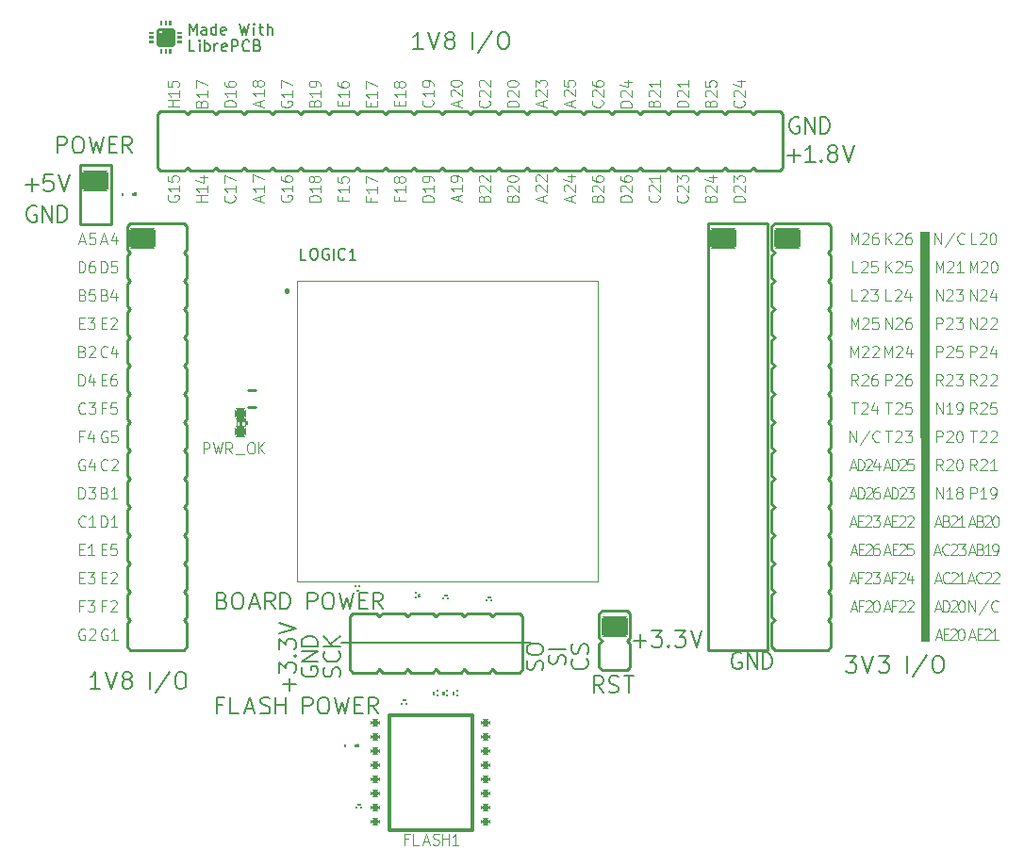
<source format=gbr>
G04 --- HEADER BEGIN --- *
G04 #@! TF.GenerationSoftware,LibrePCB,LibrePCB,1.1.0*
G04 #@! TF.CreationDate,2024-09-08T17:15:58*
G04 #@! TF.ProjectId,flasher,f4b07f79-14a2-4070-9d7d-1f686dcb10c4,v1*
G04 #@! TF.Part,Single*
G04 #@! TF.SameCoordinates*
G04 #@! TF.FileFunction,Legend,Top*
G04 #@! TF.FilePolarity,Positive*
%FSLAX66Y66*%
%MOMM*%
G01*
G75*
G04 --- HEADER END --- *
G04 --- APERTURE LIST BEGIN --- *
%ADD10C,0.1*%
%ADD11C,0.01*%
%ADD12C,0.25*%
%ADD13C,0.3*%
%ADD14C,0.2*%
%ADD15C,0.15*%
%AMOUTLINE16*4,1,42,0.09635,-0.500024,0.128987,-0.488145,0.198446,-0.448042,0.225049,-0.425719,0.276604,-0.364279,0.283205,-0.35547,0.383205,-0.20547,0.393502,-0.18546,0.432911,-0.081546,0.439328,-0.050113,0.443803,0.060933,0.439936,0.092782,0.409016,0.199531,0.395263,0.228515,0.332131,0.319978,0.309906,0.343116,0.221059,0.40988,0.192652,0.42479,0.087235,0.459983,0.055568,0.465129,-0.055568,0.465129,-0.087235,0.459983,-0.192652,0.42479,-0.221059,0.40988,-0.309906,0.343116,-0.332131,0.319978,-0.395263,0.228514,-0.409016,0.19953,-0.439936,0.092782,-0.443803,0.060933,-0.439328,-0.050113,-0.432911,-0.081546,-0.393502,-0.18546,-0.383205,-0.20547,-0.283205,-0.35547,-0.276604,-0.364279,-0.225049,-0.425719,-0.198446,-0.448042,-0.128987,-0.488145,-0.09635,-0.500024,-0.017364,-0.513951,0.017364,-0.513951,0.09635,-0.500024,45.0*%
%ADD16OUTLINE16*%
%AMOUTLINE17*4,1,42,0.09635,-0.500024,0.128987,-0.488145,0.198446,-0.448042,0.225049,-0.425719,0.276604,-0.364279,0.283205,-0.35547,0.383205,-0.20547,0.393502,-0.18546,0.432911,-0.081546,0.439328,-0.050113,0.443803,0.060933,0.439936,0.092782,0.409016,0.199531,0.395263,0.228515,0.332131,0.319978,0.309906,0.343116,0.221059,0.40988,0.192652,0.42479,0.087235,0.459983,0.055568,0.465129,-0.055568,0.465129,-0.087235,0.459983,-0.192652,0.42479,-0.221059,0.40988,-0.309906,0.343116,-0.332131,0.319978,-0.395263,0.228514,-0.409016,0.19953,-0.439936,0.092782,-0.443803,0.060933,-0.439328,-0.050113,-0.432911,-0.081546,-0.393502,-0.18546,-0.383205,-0.20547,-0.283205,-0.35547,-0.276604,-0.364279,-0.225049,-0.425719,-0.198446,-0.448042,-0.128987,-0.488145,-0.09635,-0.500024,-0.017364,-0.513951,0.017364,-0.513951,0.09635,-0.500024,135.0*%
%ADD17OUTLINE17*%
%AMOUTLINE18*4,1,42,0.09635,-0.500024,0.128987,-0.488145,0.198446,-0.448042,0.225049,-0.425719,0.276604,-0.364279,0.283205,-0.35547,0.383205,-0.20547,0.393502,-0.18546,0.432911,-0.081546,0.439328,-0.050113,0.443803,0.060933,0.439936,0.092782,0.409016,0.199531,0.395263,0.228515,0.332131,0.319978,0.309906,0.343116,0.221059,0.40988,0.192652,0.42479,0.087235,0.459983,0.055568,0.465129,-0.055568,0.465129,-0.087235,0.459983,-0.192652,0.42479,-0.221059,0.40988,-0.309906,0.343116,-0.332131,0.319978,-0.395263,0.228514,-0.409016,0.19953,-0.439936,0.092782,-0.443803,0.060933,-0.439328,-0.050113,-0.432911,-0.081546,-0.393502,-0.18546,-0.383205,-0.20547,-0.283205,-0.35547,-0.276604,-0.364279,-0.225049,-0.425719,-0.198446,-0.448042,-0.128987,-0.488145,-0.09635,-0.500024,-0.017364,-0.513951,0.017364,-0.513951,0.09635,-0.500024,315.0*%
%ADD18OUTLINE18*%
%AMOUTLINE19*4,1,42,0.09635,-0.500024,0.128987,-0.488145,0.198446,-0.448042,0.225049,-0.425719,0.276604,-0.364279,0.283205,-0.35547,0.383205,-0.20547,0.393502,-0.18546,0.432911,-0.081546,0.439328,-0.050113,0.443803,0.060933,0.439936,0.092782,0.409016,0.199531,0.395263,0.228515,0.332131,0.319978,0.309906,0.343116,0.221059,0.40988,0.192652,0.42479,0.087235,0.459983,0.055568,0.465129,-0.055568,0.465129,-0.087235,0.459983,-0.192652,0.42479,-0.221059,0.40988,-0.309906,0.343116,-0.332131,0.319978,-0.395263,0.228514,-0.409016,0.19953,-0.439936,0.092782,-0.443803,0.060933,-0.439328,-0.050113,-0.432911,-0.081546,-0.393502,-0.18546,-0.383205,-0.20547,-0.283205,-0.35547,-0.276604,-0.364279,-0.225049,-0.425719,-0.198446,-0.448042,-0.128987,-0.488145,-0.09635,-0.500024,-0.017364,-0.513951,0.017364,-0.513951,0.09635,-0.500024,225.0*%
%ADD19OUTLINE19*%
%ADD20O,2.39X1.787*%
%AMROUNDEDRECT21*20,1,1.787,-1.095,0.0,1.095,0.0,0.0*20,1,1.587,-1.195,0.0,1.195,0.0,0.0*1,1,0.2,-1.095,0.7935*1,1,0.2,1.095,0.7935*1,1,0.2,1.095,-0.7935*1,1,0.2,-1.095,-0.7935*%
%ADD21ROUNDEDRECT21*%
%AMROUNDEDRECT22*20,1,0.63,-0.3,0.0,0.3,0.0,0.0*20,1,0.43,-0.4,0.0,0.4,0.0,0.0*1,1,0.2,-0.3,0.215*1,1,0.2,0.3,0.215*1,1,0.2,0.3,-0.215*1,1,0.2,-0.3,-0.215*%
%ADD22ROUNDEDRECT22*%
%AMROUNDEDRECT23*20,1,0.4,-0.1,0.0,0.1,0.0,0.0*20,1,0.2,-0.2,0.0,0.2,0.0,0.0*1,1,0.2,-0.1,0.1*1,1,0.2,0.1,0.1*1,1,0.2,0.1,-0.1*1,1,0.2,-0.1,-0.1*%
%ADD23ROUNDEDRECT23*%
%AMROUNDEDRECT24*20,1,1.0,-0.425,0.0,0.425,0.0,90.0*20,1,0.8,-0.525,0.0,0.525,0.0,90.0*1,1,0.2,-0.4,-0.425*1,1,0.2,-0.4,0.425*1,1,0.2,0.4,0.425*1,1,0.2,0.4,-0.425*%
%ADD24ROUNDEDRECT24*%
%AMROUNDEDRECT25*20,1,0.95,-0.4,0.0,0.4,0.0,0.0*20,1,0.75,-0.5,0.0,0.5,0.0,0.0*1,1,0.2,-0.4,0.375*1,1,0.2,0.4,0.375*1,1,0.2,0.4,-0.375*1,1,0.2,-0.4,-0.375*%
%ADD25ROUNDEDRECT25*%
%ADD26O,1.787X2.39*%
%AMROUNDEDRECT27*20,1,1.787,-1.095,0.0,1.095,0.0,90.0*20,1,1.587,-1.195,0.0,1.195,0.0,90.0*1,1,0.2,-0.7935,-1.095*1,1,0.2,-0.7935,1.095*1,1,0.2,0.7935,1.095*1,1,0.2,0.7935,-1.095*%
%ADD27ROUNDEDRECT27*%
%AMROUNDEDRECT28*20,1,0.95,-0.625,0.0,0.625,0.0,90.0*20,1,0.75,-0.725,0.0,0.725,0.0,90.0*1,1,0.2,-0.375,-0.625*1,1,0.2,-0.375,0.625*1,1,0.2,0.375,0.625*1,1,0.2,0.375,-0.625*%
%ADD28ROUNDEDRECT28*%
%ADD29C,5.2*%
G04 --- APERTURE LIST END --- *
G04 --- BOARD BEGIN --- *
D10*
G04 #@! TO.C,LOGIC1*
X-13500000Y13500000D02*
X13500000Y13500000D01*
X13500000Y-13500000D01*
X-13500000Y-13500000D01*
X-13500000Y13500000D01*
D11*
G36*
X-14120000Y12590000D02*
G02*
X-14620000Y12590000I-250000J0D01*
G01*
G02*
X-14120000Y12590000I250000J0D01*
G01*
G37*
D12*
G04 #@! TO.C,J2*
X-23409000Y18435000D02*
X-23409000Y16310000D01*
X-23679000Y16040000D01*
X-23409000Y15770000D01*
X-23409000Y13770000D01*
X-23679000Y13500000D01*
X-23409000Y13230000D01*
X-23409000Y11230000D01*
X-23679000Y10960000D01*
X-23409000Y10690000D01*
X-23409000Y8690000D01*
X-23679000Y8420000D01*
X-23409000Y8150000D01*
X-23409000Y6150000D01*
X-23679000Y5880000D01*
X-23409000Y5610000D01*
X-23409000Y3610000D01*
X-23679000Y3340000D01*
X-23409000Y3070000D01*
X-23409000Y1070000D01*
X-23679000Y800000D01*
X-23409000Y530000D01*
X-23409000Y-1470000D01*
X-23679000Y-1740000D01*
X-23409000Y-2010000D01*
X-23409000Y-4010000D01*
X-23679000Y-4280000D01*
X-23409000Y-4550000D01*
X-23409000Y-6550000D01*
X-23679000Y-6820000D01*
X-23409000Y-7090000D01*
X-23409000Y-9090000D01*
X-23679000Y-9360000D01*
X-23409000Y-9630000D01*
X-23409000Y-11630000D01*
X-23679000Y-11900000D01*
X-23409000Y-12170000D01*
X-23409000Y-14170000D01*
X-23679000Y-14440000D01*
X-23409000Y-14710000D01*
X-23409000Y-16710000D01*
X-23679000Y-16980000D01*
X-23409000Y-17250000D01*
X-23409000Y-19375000D01*
X-23679000Y-19645000D01*
X-28469000Y-19645000D01*
X-28739000Y-19375000D01*
X-28739000Y-17250000D01*
X-28469000Y-16980000D01*
X-28739000Y-16710000D01*
X-28739000Y-14710000D01*
X-28469000Y-14440000D01*
X-28739000Y-14170000D01*
X-28739000Y-12170000D01*
X-28469000Y-11900000D01*
X-28739000Y-11630000D01*
X-28739000Y-9630000D01*
X-28469000Y-9360000D01*
X-28739000Y-9090000D01*
X-28739000Y-7090000D01*
X-28469000Y-6820000D01*
X-28739000Y-6550000D01*
X-28739000Y-4550000D01*
X-28469000Y-4280000D01*
X-28739000Y-4010000D01*
X-28739000Y-2010000D01*
X-28469000Y-1740000D01*
X-28739000Y-1470000D01*
X-28739000Y530000D01*
X-28469000Y800000D01*
X-28739000Y1070000D01*
X-28739000Y3070000D01*
X-28469000Y3340000D01*
X-28739000Y3610000D01*
X-28739000Y5610000D01*
X-28469000Y5880000D01*
X-28739000Y6150000D01*
X-28739000Y8150000D01*
X-28469000Y8420000D01*
X-28739000Y8690000D01*
X-28739000Y10690000D01*
X-28469000Y10960000D01*
X-28739000Y11230000D01*
X-28739000Y13230000D01*
X-28469000Y13500000D01*
X-28739000Y13770000D01*
X-28739000Y15770000D01*
X-28469000Y16040000D01*
X-28739000Y16310000D01*
X-28739000Y18435000D01*
X-28469000Y18705000D01*
X-23679000Y18705000D01*
X-23409000Y18435000D01*
D13*
G04 #@! TO.C,FLASH1*
X-5218000Y-25508000D02*
X2282000Y-25508000D01*
X2282000Y-35808000D01*
X-5218000Y-35808000D01*
X-5218000Y-25508000D01*
D11*
G04 #@! TO.C,LOGO2*
G36*
X-24197000Y35093000D02*
X-23777000Y35093000D01*
X-23777000Y34893000D01*
X-24197000Y34893000D01*
X-24197000Y35093000D01*
G37*
G36*
X-25357000Y36453000D02*
X-25157000Y36453000D01*
X-25157000Y36873000D01*
X-25357000Y36873000D01*
X-25357000Y36453000D01*
G37*
G36*
X-25757000Y36453000D02*
X-25557000Y36453000D01*
X-25557000Y36873000D01*
X-25757000Y36873000D01*
X-25757000Y36453000D01*
G37*
G36*
X-26317000Y35893000D02*
X-26737000Y35893000D01*
X-26737000Y35693000D01*
X-26317000Y35693000D01*
X-26317000Y35893000D01*
G37*
G36*
X-25357000Y34333000D02*
X-25157000Y34333000D01*
X-25157000Y33913000D01*
X-25357000Y33913000D01*
X-25357000Y34333000D01*
G37*
G36*
X-25892000Y36240000D02*
X-24622000Y36240000D01*
G02*
X-24410000Y36028000I0J-212000D01*
G01*
X-24410000Y34758000D01*
G02*
X-24622000Y34546000I-212000J0D01*
G01*
X-25892000Y34546000D01*
G02*
X-26104000Y34758000I0J212000D01*
G01*
X-26104000Y35858000D01*
X-25889000Y35858000D01*
G03*
X-25722000Y35691000I167000J0D01*
G01*
G03*
X-25555000Y35858000I0J167000D01*
G01*
G03*
X-25722000Y36025000I-167000J0D01*
G01*
G03*
X-25889000Y35858000I0J-167000D01*
G01*
X-26104000Y35858000D01*
X-26104000Y36028000D01*
G02*
X-25892000Y36240000I212000J0D01*
G01*
G37*
G36*
X-24197000Y35893000D02*
X-23777000Y35893000D01*
X-23777000Y35693000D01*
X-24197000Y35693000D01*
X-24197000Y35893000D01*
G37*
G36*
X-24957000Y36453000D02*
X-24757000Y36453000D01*
X-24757000Y36873000D01*
X-24957000Y36873000D01*
X-24957000Y36453000D01*
G37*
G36*
X-26317000Y35493000D02*
X-26737000Y35493000D01*
X-26737000Y35293000D01*
X-26317000Y35293000D01*
X-26317000Y35493000D01*
G37*
G36*
X-25757000Y34333000D02*
X-25557000Y34333000D01*
X-25557000Y33913000D01*
X-25757000Y33913000D01*
X-25757000Y34333000D01*
G37*
G36*
X-26317000Y35093000D02*
X-26737000Y35093000D01*
X-26737000Y34893000D01*
X-26317000Y34893000D01*
X-26317000Y35093000D01*
G37*
G36*
X-24957000Y34333000D02*
X-24757000Y34333000D01*
X-24757000Y33913000D01*
X-24957000Y33913000D01*
X-24957000Y34333000D01*
G37*
G36*
X-24197000Y35493000D02*
X-23777000Y35493000D01*
X-23777000Y35293000D01*
X-24197000Y35293000D01*
X-24197000Y35493000D01*
G37*
D14*
X-23157000Y35633000D02*
X-23157000Y36633000D01*
X-22823667Y35918556D01*
X-22490333Y36633000D01*
X-22490333Y35633000D01*
X-21613666Y35633000D02*
X-21613666Y36156333D01*
X-21661444Y36251889D01*
X-21757000Y36299667D01*
X-21947000Y36299667D01*
X-22042555Y36251889D01*
X-21613666Y35680778D02*
X-21709222Y35633000D01*
X-21947000Y35633000D01*
X-22042555Y35680778D01*
X-22090333Y35776333D01*
X-22090333Y35870778D01*
X-22042555Y35966333D01*
X-21947000Y36014111D01*
X-21709222Y36014111D01*
X-21613666Y36061889D01*
X-20736999Y35633000D02*
X-20736999Y36633000D01*
X-20736999Y35680778D02*
X-20832555Y35633000D01*
X-21023666Y35633000D01*
X-21118110Y35680778D01*
X-21165888Y35728556D01*
X-21213666Y35823000D01*
X-21213666Y36109667D01*
X-21165888Y36204111D01*
X-21118110Y36251889D01*
X-21023666Y36299667D01*
X-20832555Y36299667D01*
X-20736999Y36251889D01*
X-19908110Y35680778D02*
X-20003666Y35633000D01*
X-20193666Y35633000D01*
X-20289221Y35680778D01*
X-20336999Y35776333D01*
X-20336999Y36156333D01*
X-20289221Y36251889D01*
X-20193666Y36299667D01*
X-20003666Y36299667D01*
X-19908110Y36251889D01*
X-19860332Y36156333D01*
X-19860332Y36061889D01*
X-20336999Y35966333D01*
X-18660333Y36633000D02*
X-18422555Y35633000D01*
X-18231444Y36347444D01*
X-18041444Y35633000D01*
X-17803666Y36633000D01*
X-17355888Y35633000D02*
X-17355888Y36299667D01*
X-17355888Y36633000D02*
X-17403666Y36585222D01*
X-17355888Y36537444D01*
X-17308110Y36585222D01*
X-17355888Y36633000D01*
X-17355888Y36537444D01*
X-16908110Y36299667D02*
X-16526999Y36299667D01*
X-16764777Y36633000D02*
X-16764777Y35776333D01*
X-16718110Y35680778D01*
X-16622554Y35633000D01*
X-16526999Y35633000D01*
X-16126999Y35633000D02*
X-16126999Y36633000D01*
X-15698110Y35633000D02*
X-15698110Y36156333D01*
X-15745888Y36251889D01*
X-15841443Y36299667D01*
X-15983666Y36299667D01*
X-16079221Y36251889D01*
X-16126999Y36204111D01*
X-22680333Y34153000D02*
X-23157000Y34153000D01*
X-23157000Y35153000D01*
X-22232555Y34153000D02*
X-22232555Y34819667D01*
X-22232555Y35153000D02*
X-22280333Y35105222D01*
X-22232555Y35057444D01*
X-22184777Y35105222D01*
X-22232555Y35153000D01*
X-22232555Y35057444D01*
X-21784777Y34153000D02*
X-21784777Y35153000D01*
X-21784777Y34771889D02*
X-21689221Y34819667D01*
X-21499221Y34819667D01*
X-21403666Y34771889D01*
X-21355888Y34724111D01*
X-21308110Y34629667D01*
X-21308110Y34343000D01*
X-21355888Y34248556D01*
X-21403666Y34200778D01*
X-21499221Y34153000D01*
X-21689221Y34153000D01*
X-21784777Y34200778D01*
X-20908110Y34153000D02*
X-20908110Y34819667D01*
X-20908110Y34629667D02*
X-20860332Y34724111D01*
X-20812554Y34771889D01*
X-20718110Y34819667D01*
X-20622554Y34819667D01*
X-19793665Y34200778D02*
X-19889221Y34153000D01*
X-20079221Y34153000D01*
X-20174776Y34200778D01*
X-20222554Y34296333D01*
X-20222554Y34676333D01*
X-20174776Y34771889D01*
X-20079221Y34819667D01*
X-19889221Y34819667D01*
X-19793665Y34771889D01*
X-19745887Y34676333D01*
X-19745887Y34581889D01*
X-20222554Y34486333D01*
X-19345887Y34153000D02*
X-19345887Y35153000D01*
X-18964776Y35153000D01*
X-18869220Y35105222D01*
X-18822554Y35057444D01*
X-18774776Y34963000D01*
X-18774776Y34819667D01*
X-18822554Y34724111D01*
X-18869220Y34676333D01*
X-18964776Y34629667D01*
X-19345887Y34629667D01*
X-17755887Y34248556D02*
X-17803665Y34200778D01*
X-17945887Y34153000D01*
X-18041443Y34153000D01*
X-18184776Y34200778D01*
X-18279220Y34296333D01*
X-18326998Y34390778D01*
X-18374776Y34581889D01*
X-18374776Y34724111D01*
X-18326998Y34915222D01*
X-18279220Y35009667D01*
X-18184776Y35105222D01*
X-18041443Y35153000D01*
X-17945887Y35153000D01*
X-17803665Y35105222D01*
X-17755887Y35057444D01*
X-17022554Y34676333D02*
X-16879220Y34629667D01*
X-16832554Y34581889D01*
X-16784776Y34486333D01*
X-16784776Y34343000D01*
X-16832554Y34248556D01*
X-16879220Y34200778D01*
X-16974776Y34153000D01*
X-17355887Y34153000D01*
X-17355887Y35153000D01*
X-17022554Y35153000D01*
X-16926998Y35105222D01*
X-16879220Y35057444D01*
X-16832554Y34963000D01*
X-16832554Y34867444D01*
X-16879220Y34771889D01*
X-16926998Y34724111D01*
X-17022554Y34676333D01*
X-17355887Y34676333D01*
D12*
G04 #@! TO.C,J4*
X-32984000Y23926000D02*
X-30194000Y23926000D01*
X-30194000Y18596000D01*
X-32984000Y18596000D01*
X-32984000Y23926000D01*
D15*
G04 #@! TO.C,C29*
X-29167000Y21413000D02*
X-29167000Y21263000D01*
X-28217000Y21413000D02*
X-28217000Y21263000D01*
D12*
G04 #@! TO.C,J6*
X23405000Y18705000D02*
X28735000Y18705000D01*
X28735000Y-19645000D01*
X23405000Y-19645000D01*
X23405000Y18705000D01*
D10*
G04 #@! TO.C,LED1*
X-18936000Y-32972D02*
X-18936000Y1567028D01*
X-18136000Y1567028D01*
X-18136000Y-32972D01*
X-18936000Y-32972D01*
D11*
X-18836000Y1062028D02*
X-18836000Y892028D01*
X-18651000Y892028D01*
X-18651000Y572028D01*
X-18461000Y572028D01*
X-18461000Y892028D01*
X-18236000Y892028D01*
X-18236000Y1062028D01*
X-18836000Y1062028D01*
G36*
X-18836000Y1062028D02*
X-18836000Y892028D01*
X-18651000Y892028D01*
X-18651000Y572028D01*
X-18461000Y572028D01*
X-18461000Y892028D01*
X-18236000Y892028D01*
X-18236000Y1062028D01*
X-18836000Y1062028D01*
G37*
D12*
G04 #@! TO.C,J1*
X-25723000Y28735000D02*
X-23598000Y28735000D01*
X-23328000Y28465000D01*
X-23058000Y28735000D01*
X-21058000Y28735000D01*
X-20788000Y28465000D01*
X-20518000Y28735000D01*
X-18518000Y28735000D01*
X-18248000Y28465000D01*
X-17978000Y28735000D01*
X-15978000Y28735000D01*
X-15708000Y28465000D01*
X-15438000Y28735000D01*
X-13438000Y28735000D01*
X-13168000Y28465000D01*
X-12898000Y28735000D01*
X-10898000Y28735000D01*
X-10628000Y28465000D01*
X-10358000Y28735000D01*
X-8358000Y28735000D01*
X-8088000Y28465000D01*
X-7818000Y28735000D01*
X-5818000Y28735000D01*
X-5548000Y28465000D01*
X-5278000Y28735000D01*
X-3278000Y28735000D01*
X-3008000Y28465000D01*
X-2738000Y28735000D01*
X-738000Y28735000D01*
X-468000Y28465000D01*
X-198000Y28735000D01*
X1802000Y28735000D01*
X2072000Y28465000D01*
X2342000Y28735000D01*
X4342000Y28735000D01*
X4612000Y28465000D01*
X4882000Y28735000D01*
X6882000Y28735000D01*
X7152000Y28465000D01*
X7422000Y28735000D01*
X9422000Y28735000D01*
X9692000Y28465000D01*
X9962000Y28735000D01*
X11962000Y28735000D01*
X12232000Y28465000D01*
X12502000Y28735000D01*
X14502000Y28735000D01*
X14772000Y28465000D01*
X15042000Y28735000D01*
X17042000Y28735000D01*
X17312000Y28465000D01*
X17582000Y28735000D01*
X19582000Y28735000D01*
X19852000Y28465000D01*
X20122000Y28735000D01*
X22122000Y28735000D01*
X22392000Y28465000D01*
X22662000Y28735000D01*
X24662000Y28735000D01*
X24932000Y28465000D01*
X25202000Y28735000D01*
X27202000Y28735000D01*
X27472000Y28465000D01*
X27742000Y28735000D01*
X29867000Y28735000D01*
X30137000Y28465000D01*
X30137000Y23675000D01*
X29867000Y23405000D01*
X27742000Y23405000D01*
X27472000Y23675000D01*
X27202000Y23405000D01*
X25202000Y23405000D01*
X24932000Y23675000D01*
X24662000Y23405000D01*
X22662000Y23405000D01*
X22392000Y23675000D01*
X22122000Y23405000D01*
X20122000Y23405000D01*
X19852000Y23675000D01*
X19582000Y23405000D01*
X17582000Y23405000D01*
X17312000Y23675000D01*
X17042000Y23405000D01*
X15042000Y23405000D01*
X14772000Y23675000D01*
X14502000Y23405000D01*
X12502000Y23405000D01*
X12232000Y23675000D01*
X11962000Y23405000D01*
X9962000Y23405000D01*
X9692000Y23675000D01*
X9422000Y23405000D01*
X7422000Y23405000D01*
X7152000Y23675000D01*
X6882000Y23405000D01*
X4882000Y23405000D01*
X4612000Y23675000D01*
X4342000Y23405000D01*
X2342000Y23405000D01*
X2072000Y23675000D01*
X1802000Y23405000D01*
X-198000Y23405000D01*
X-468000Y23675000D01*
X-738000Y23405000D01*
X-2738000Y23405000D01*
X-3008000Y23675000D01*
X-3278000Y23405000D01*
X-5278000Y23405000D01*
X-5548000Y23675000D01*
X-5818000Y23405000D01*
X-7818000Y23405000D01*
X-8088000Y23675000D01*
X-8358000Y23405000D01*
X-10358000Y23405000D01*
X-10628000Y23675000D01*
X-10898000Y23405000D01*
X-12898000Y23405000D01*
X-13168000Y23675000D01*
X-13438000Y23405000D01*
X-15438000Y23405000D01*
X-15708000Y23675000D01*
X-15978000Y23405000D01*
X-17978000Y23405000D01*
X-18248000Y23675000D01*
X-18518000Y23405000D01*
X-20518000Y23405000D01*
X-20788000Y23675000D01*
X-21058000Y23405000D01*
X-23058000Y23405000D01*
X-23328000Y23675000D01*
X-23598000Y23405000D01*
X-25723000Y23405000D01*
X-25993000Y23675000D01*
X-25993000Y28465000D01*
X-25723000Y28735000D01*
G04 #@! TO.C,J8*
X16435000Y-16405000D02*
X16435000Y-18530000D01*
X16165000Y-18800000D01*
X16435000Y-19070000D01*
X16435000Y-21195000D01*
X16165000Y-21465000D01*
X13915000Y-21465000D01*
X13645000Y-21195000D01*
X13645000Y-19070000D01*
X13915000Y-18800000D01*
X13645000Y-18530000D01*
X13645000Y-16405000D01*
X13915000Y-16135000D01*
X16165000Y-16135000D01*
X16435000Y-16405000D01*
G04 #@! TO.C,R20*
X-17886000Y2192000D02*
X-17236000Y2192000D01*
X-17886000Y3692000D02*
X-17236000Y3692000D01*
G04 #@! TO.C,J3*
X34465000Y18435000D02*
X34465000Y16310000D01*
X34195000Y16040000D01*
X34465000Y15770000D01*
X34465000Y13770000D01*
X34195000Y13500000D01*
X34465000Y13230000D01*
X34465000Y11230000D01*
X34195000Y10960000D01*
X34465000Y10690000D01*
X34465000Y8690000D01*
X34195000Y8420000D01*
X34465000Y8150000D01*
X34465000Y6150000D01*
X34195000Y5880000D01*
X34465000Y5610000D01*
X34465000Y3610000D01*
X34195000Y3340000D01*
X34465000Y3070000D01*
X34465000Y1070000D01*
X34195000Y800000D01*
X34465000Y530000D01*
X34465000Y-1470000D01*
X34195000Y-1740000D01*
X34465000Y-2010000D01*
X34465000Y-4010000D01*
X34195000Y-4280000D01*
X34465000Y-4550000D01*
X34465000Y-6550000D01*
X34195000Y-6820000D01*
X34465000Y-7090000D01*
X34465000Y-9090000D01*
X34195000Y-9360000D01*
X34465000Y-9630000D01*
X34465000Y-11630000D01*
X34195000Y-11900000D01*
X34465000Y-12170000D01*
X34465000Y-14170000D01*
X34195000Y-14440000D01*
X34465000Y-14710000D01*
X34465000Y-16710000D01*
X34195000Y-16980000D01*
X34465000Y-17250000D01*
X34465000Y-19375000D01*
X34195000Y-19645000D01*
X29405000Y-19645000D01*
X29135000Y-19375000D01*
X29135000Y-17250000D01*
X29405000Y-16980000D01*
X29135000Y-16710000D01*
X29135000Y-14710000D01*
X29405000Y-14440000D01*
X29135000Y-14170000D01*
X29135000Y-12170000D01*
X29405000Y-11900000D01*
X29135000Y-11630000D01*
X29135000Y-9630000D01*
X29405000Y-9360000D01*
X29135000Y-9090000D01*
X29135000Y-7090000D01*
X29405000Y-6820000D01*
X29135000Y-6550000D01*
X29135000Y-4550000D01*
X29405000Y-4280000D01*
X29135000Y-4010000D01*
X29135000Y-2010000D01*
X29405000Y-1740000D01*
X29135000Y-1470000D01*
X29135000Y530000D01*
X29405000Y800000D01*
X29135000Y1070000D01*
X29135000Y3070000D01*
X29405000Y3340000D01*
X29135000Y3610000D01*
X29135000Y5610000D01*
X29405000Y5880000D01*
X29135000Y6150000D01*
X29135000Y8150000D01*
X29405000Y8420000D01*
X29135000Y8690000D01*
X29135000Y10690000D01*
X29405000Y10960000D01*
X29135000Y11230000D01*
X29135000Y13230000D01*
X29405000Y13500000D01*
X29135000Y13770000D01*
X29135000Y15770000D01*
X29405000Y16040000D01*
X29135000Y16310000D01*
X29135000Y18435000D01*
X29405000Y18705000D01*
X34195000Y18705000D01*
X34465000Y18435000D01*
G04 #@! TO.C,J5*
X-8468000Y-16335000D02*
X-6343000Y-16335000D01*
X-6073000Y-16605000D01*
X-5803000Y-16335000D01*
X-3803000Y-16335000D01*
X-3533000Y-16605000D01*
X-3263000Y-16335000D01*
X-1263000Y-16335000D01*
X-993000Y-16605000D01*
X-723000Y-16335000D01*
X1277000Y-16335000D01*
X1547000Y-16605000D01*
X1817000Y-16335000D01*
X3817000Y-16335000D01*
X4087000Y-16605000D01*
X4357000Y-16335000D01*
X6482000Y-16335000D01*
X6752000Y-16605000D01*
X6752000Y-21395000D01*
X6482000Y-21665000D01*
X4357000Y-21665000D01*
X4087000Y-21395000D01*
X3817000Y-21665000D01*
X1817000Y-21665000D01*
X1547000Y-21395000D01*
X1277000Y-21665000D01*
X-723000Y-21665000D01*
X-993000Y-21395000D01*
X-1263000Y-21665000D01*
X-3263000Y-21665000D01*
X-3533000Y-21395000D01*
X-3803000Y-21665000D01*
X-5803000Y-21665000D01*
X-6073000Y-21395000D01*
X-6343000Y-21665000D01*
X-8468000Y-21665000D01*
X-8738000Y-21395000D01*
X-8738000Y-16605000D01*
X-8468000Y-16335000D01*
D15*
G04 #@! TO.C,C96*
X-9193000Y-28133000D02*
X-9193000Y-28283000D01*
X-8243000Y-28133000D02*
X-8243000Y-28283000D01*
D14*
G04 #@! TD*
X-9500000Y-19000000D02*
X7500000Y-19000000D01*
D11*
G36*
X42500000Y17900000D02*
X43300000Y17900000D01*
X43300000Y-18900000D01*
X42600000Y-18900000D01*
X42500000Y17900000D01*
G37*
D10*
X43963334Y1570000D02*
X43963334Y2570000D01*
X44534445Y1570000D01*
X44534445Y2570000D01*
X45405556Y1570000D02*
X44834445Y1570000D01*
X45120001Y1570000D02*
X45120001Y2570000D01*
X45024445Y2426667D01*
X44930001Y2332222D01*
X44834445Y2284444D01*
X45801112Y1570000D02*
X45991112Y1570000D01*
X46086667Y1617778D01*
X46134445Y1665556D01*
X46228889Y1807778D01*
X46276667Y1998889D01*
X46276667Y2380000D01*
X46228889Y2474444D01*
X46182223Y2522222D01*
X46086667Y2570000D01*
X45895556Y2570000D01*
X45801112Y2522222D01*
X45753334Y2474444D01*
X45705556Y2380000D01*
X45705556Y2141111D01*
X45753334Y2046667D01*
X45801112Y1998889D01*
X45895556Y1951111D01*
X46086667Y1951111D01*
X46182223Y1998889D01*
X46228889Y2046667D01*
X46276667Y2141111D01*
X44510556Y-3510000D02*
X44177223Y-3033333D01*
X43939445Y-3510000D02*
X43939445Y-2510000D01*
X44320556Y-2510000D01*
X44416112Y-2557778D01*
X44462778Y-2605556D01*
X44510556Y-2700000D01*
X44510556Y-2843333D01*
X44462778Y-2938889D01*
X44416112Y-2986667D01*
X44320556Y-3033333D01*
X43939445Y-3033333D01*
X44858334Y-2605556D02*
X44906112Y-2557778D01*
X45000556Y-2510000D01*
X45239445Y-2510000D01*
X45333889Y-2557778D01*
X45381667Y-2605556D01*
X45429445Y-2700000D01*
X45429445Y-2795556D01*
X45381667Y-2938889D01*
X44810556Y-3510000D01*
X45429445Y-3510000D01*
X45967223Y-2510000D02*
X46062778Y-2510000D01*
X46158334Y-2557778D01*
X46206112Y-2605556D01*
X46252778Y-2700000D01*
X46300556Y-2891111D01*
X46300556Y-3128889D01*
X46252778Y-3320000D01*
X46206112Y-3414444D01*
X46158334Y-3462222D01*
X46062778Y-3510000D01*
X45967223Y-3510000D01*
X45872778Y-3462222D01*
X45825001Y-3414444D01*
X45777223Y-3320000D01*
X45729445Y-3128889D01*
X45729445Y-2891111D01*
X45777223Y-2700000D01*
X45825001Y-2605556D01*
X45872778Y-2557778D01*
X45967223Y-2510000D01*
X-16763556Y20643334D02*
X-16763556Y21118889D01*
X-16478000Y20547778D02*
X-17478000Y20881111D01*
X-16478000Y21214445D01*
X-16478000Y22085556D02*
X-16478000Y21514445D01*
X-16478000Y21800001D02*
X-17478000Y21800001D01*
X-17334667Y21704445D01*
X-17240222Y21610001D01*
X-17192444Y21514445D01*
X-17478000Y22385556D02*
X-17478000Y23052223D01*
X-16478000Y22623334D01*
X36843334Y14270000D02*
X36366667Y14270000D01*
X36366667Y15270000D01*
X37191112Y15174444D02*
X37238890Y15222222D01*
X37333334Y15270000D01*
X37572223Y15270000D01*
X37666667Y15222222D01*
X37714445Y15174444D01*
X37762223Y15080000D01*
X37762223Y14984444D01*
X37714445Y14841111D01*
X37143334Y14270000D01*
X37762223Y14270000D01*
X38585556Y15270000D02*
X38110001Y15270000D01*
X38062223Y14793333D01*
X38110001Y14841111D01*
X38205556Y14888889D01*
X38443334Y14888889D01*
X38538890Y14841111D01*
X38585556Y14793333D01*
X38633334Y14698889D01*
X38633334Y14460000D01*
X38585556Y14365556D01*
X38538890Y14317778D01*
X38443334Y14270000D01*
X38205556Y14270000D01*
X38110001Y14317778D01*
X38062223Y14365556D01*
X-6841333Y29182778D02*
X-6841333Y29516111D01*
X-6318000Y29659445D02*
X-6318000Y29182778D01*
X-7318000Y29182778D01*
X-7318000Y29659445D01*
X-6318000Y30530556D02*
X-6318000Y29959445D01*
X-6318000Y30245001D02*
X-7318000Y30245001D01*
X-7174667Y30149445D01*
X-7080222Y30055001D01*
X-7032444Y29959445D01*
X-7318000Y30830556D02*
X-7318000Y31497223D01*
X-6318000Y31068334D01*
X39295000Y-13384444D02*
X39770555Y-13384444D01*
X39199444Y-13670000D02*
X39532777Y-12670000D01*
X39866111Y-13670000D01*
X40299444Y-13146667D02*
X39966111Y-13146667D01*
X39966111Y-13670000D02*
X39966111Y-12670000D01*
X40442778Y-12670000D01*
X40590556Y-12765556D02*
X40638334Y-12717778D01*
X40732778Y-12670000D01*
X40971667Y-12670000D01*
X41066111Y-12717778D01*
X41113889Y-12765556D01*
X41161667Y-12860000D01*
X41161667Y-12955556D01*
X41113889Y-13098889D01*
X40542778Y-13670000D01*
X41161667Y-13670000D01*
X41738334Y-13003333D02*
X41738334Y-13670000D01*
X41499445Y-12622222D02*
X41261667Y-13336667D01*
X41880556Y-13336667D01*
X39359445Y14270000D02*
X39359445Y15270000D01*
X39930556Y14270000D02*
X39502778Y14841111D01*
X39930556Y15270000D02*
X39359445Y14698889D01*
X40278334Y15174444D02*
X40326112Y15222222D01*
X40420556Y15270000D01*
X40659445Y15270000D01*
X40753889Y15222222D01*
X40801667Y15174444D01*
X40849445Y15080000D01*
X40849445Y14984444D01*
X40801667Y14841111D01*
X40230556Y14270000D01*
X40849445Y14270000D01*
X41672778Y15270000D02*
X41197223Y15270000D01*
X41149445Y14793333D01*
X41197223Y14841111D01*
X41292778Y14888889D01*
X41530556Y14888889D01*
X41626112Y14841111D01*
X41672778Y14793333D01*
X41720556Y14698889D01*
X41720556Y14460000D01*
X41672778Y14365556D01*
X41626112Y14317778D01*
X41530556Y14270000D01*
X41292778Y14270000D01*
X41197223Y14317778D01*
X41149445Y14365556D01*
X23638667Y20928889D02*
X23685333Y21072223D01*
X23733111Y21118889D01*
X23828667Y21166667D01*
X23972000Y21166667D01*
X24066444Y21118889D01*
X24114222Y21072223D01*
X24162000Y20976667D01*
X24162000Y20595556D01*
X23162000Y20595556D01*
X23162000Y20928889D01*
X23209778Y21024445D01*
X23257556Y21072223D01*
X23352000Y21118889D01*
X23447556Y21118889D01*
X23543111Y21072223D01*
X23590889Y21024445D01*
X23638667Y20928889D01*
X23638667Y20595556D01*
X23257556Y21514445D02*
X23209778Y21562223D01*
X23162000Y21656667D01*
X23162000Y21895556D01*
X23209778Y21990000D01*
X23257556Y22037778D01*
X23352000Y22085556D01*
X23447556Y22085556D01*
X23590889Y22037778D01*
X24162000Y21466667D01*
X24162000Y22085556D01*
X23495333Y22862223D02*
X24162000Y22862223D01*
X23114222Y22623334D02*
X23828667Y22385556D01*
X23828667Y23004445D01*
X5858667Y20952778D02*
X5905333Y21096112D01*
X5953111Y21142778D01*
X6048667Y21190556D01*
X6192000Y21190556D01*
X6286444Y21142778D01*
X6334222Y21096112D01*
X6382000Y21000556D01*
X6382000Y20619445D01*
X5382000Y20619445D01*
X5382000Y20952778D01*
X5429778Y21048334D01*
X5477556Y21096112D01*
X5572000Y21142778D01*
X5667556Y21142778D01*
X5763111Y21096112D01*
X5810889Y21048334D01*
X5858667Y20952778D01*
X5858667Y20619445D01*
X5477556Y21538334D02*
X5429778Y21586112D01*
X5382000Y21680556D01*
X5382000Y21919445D01*
X5429778Y22013889D01*
X5477556Y22061667D01*
X5572000Y22109445D01*
X5667556Y22109445D01*
X5810889Y22061667D01*
X6382000Y21490556D01*
X6382000Y22109445D01*
X5382000Y22647223D02*
X5382000Y22742778D01*
X5429778Y22838334D01*
X5477556Y22886112D01*
X5572000Y22932778D01*
X5763111Y22980556D01*
X6000889Y22980556D01*
X6192000Y22932778D01*
X6286444Y22886112D01*
X6334222Y22838334D01*
X6382000Y22742778D01*
X6382000Y22647223D01*
X6334222Y22552778D01*
X6286444Y22505001D01*
X6192000Y22457223D01*
X6000889Y22409445D01*
X5763111Y22409445D01*
X5572000Y22457223D01*
X5477556Y22505001D01*
X5429778Y22552778D01*
X5382000Y22647223D01*
X1016444Y29207223D02*
X1016444Y29682778D01*
X1302000Y29111667D02*
X302000Y29445000D01*
X1302000Y29778334D01*
X397556Y30126112D02*
X349778Y30173890D01*
X302000Y30268334D01*
X302000Y30507223D01*
X349778Y30601667D01*
X397556Y30649445D01*
X492000Y30697223D01*
X587556Y30697223D01*
X730889Y30649445D01*
X1302000Y30078334D01*
X1302000Y30697223D01*
X302000Y31235001D02*
X302000Y31330556D01*
X349778Y31426112D01*
X397556Y31473890D01*
X492000Y31520556D01*
X683111Y31568334D01*
X920889Y31568334D01*
X1112000Y31520556D01*
X1206444Y31473890D01*
X1254222Y31426112D01*
X1302000Y31330556D01*
X1302000Y31235001D01*
X1254222Y31140556D01*
X1206444Y31092779D01*
X1112000Y31045001D01*
X920889Y30997223D01*
X683111Y30997223D01*
X492000Y31045001D01*
X397556Y31092779D01*
X349778Y31140556D01*
X302000Y31235001D01*
X-32541778Y-2557778D02*
X-32636222Y-2510000D01*
X-32779556Y-2510000D01*
X-32922889Y-2557778D01*
X-33017333Y-2653333D01*
X-33065111Y-2747778D01*
X-33112889Y-2938889D01*
X-33112889Y-3081111D01*
X-33065111Y-3272222D01*
X-33017333Y-3366667D01*
X-32922889Y-3462222D01*
X-32779556Y-3510000D01*
X-32684000Y-3510000D01*
X-32541778Y-3462222D01*
X-32494000Y-3414444D01*
X-32494000Y-3081111D01*
X-32684000Y-3081111D01*
X-31717333Y-2843333D02*
X-31717333Y-3510000D01*
X-31956222Y-2462222D02*
X-32194000Y-3176667D01*
X-31575111Y-3176667D01*
X8636444Y20643334D02*
X8636444Y21118889D01*
X8922000Y20547778D02*
X7922000Y20881111D01*
X8922000Y21214445D01*
X8017556Y21562223D02*
X7969778Y21610001D01*
X7922000Y21704445D01*
X7922000Y21943334D01*
X7969778Y22037778D01*
X8017556Y22085556D01*
X8112000Y22133334D01*
X8207556Y22133334D01*
X8350889Y22085556D01*
X8922000Y21514445D01*
X8922000Y22133334D01*
X8017556Y22481112D02*
X7969778Y22528890D01*
X7922000Y22623334D01*
X7922000Y22862223D01*
X7969778Y22956667D01*
X8017556Y23004445D01*
X8112000Y23052223D01*
X8207556Y23052223D01*
X8350889Y23004445D01*
X8922000Y22433334D01*
X8922000Y23052223D01*
D14*
X-13021333Y-21224166D02*
X-13093000Y-21365833D01*
X-13093000Y-21580833D01*
X-13021333Y-21795833D01*
X-12878000Y-21937500D01*
X-12736333Y-22009166D01*
X-12449667Y-22080833D01*
X-12236333Y-22080833D01*
X-11949667Y-22009166D01*
X-11808000Y-21937500D01*
X-11664667Y-21795833D01*
X-11593000Y-21580833D01*
X-11593000Y-21437500D01*
X-11664667Y-21224166D01*
X-11736333Y-21152500D01*
X-12236333Y-21152500D01*
X-12236333Y-21437500D01*
X-11593000Y-20652500D02*
X-13093000Y-20652500D01*
X-11593000Y-19795833D01*
X-13093000Y-19795833D01*
X-11593000Y-19295833D02*
X-13093000Y-19295833D01*
X-13093000Y-18939166D01*
X-13021333Y-18724166D01*
X-12878000Y-18580833D01*
X-12736333Y-18510833D01*
X-12449667Y-18439166D01*
X-12236333Y-18439166D01*
X-11949667Y-18510833D01*
X-11808000Y-18580833D01*
X-11664667Y-18724166D01*
X-11593000Y-18939166D01*
X-11593000Y-19295833D01*
D10*
X-9381333Y21023889D02*
X-9381333Y20690556D01*
X-8858000Y20690556D02*
X-9858000Y20690556D01*
X-9858000Y21167223D01*
X-8858000Y22038334D02*
X-8858000Y21467223D01*
X-8858000Y21752779D02*
X-9858000Y21752779D01*
X-9714667Y21657223D01*
X-9620222Y21562779D01*
X-9572444Y21467223D01*
X-9858000Y22861667D02*
X-9858000Y22386112D01*
X-9381333Y22338334D01*
X-9429111Y22386112D01*
X-9476889Y22481667D01*
X-9476889Y22719445D01*
X-9429111Y22815001D01*
X-9381333Y22861667D01*
X-9286889Y22909445D01*
X-9048000Y22909445D01*
X-8953556Y22861667D01*
X-8905778Y22815001D01*
X-8858000Y22719445D01*
X-8858000Y22481667D01*
X-8905778Y22386112D01*
X-8953556Y22338334D01*
D14*
X-20180000Y-24595000D02*
X-20680000Y-24595000D01*
X-20680000Y-25380000D02*
X-20680000Y-23880000D01*
X-19965000Y-23880000D01*
X-18750000Y-25380000D02*
X-19465000Y-25380000D01*
X-19465000Y-23880000D01*
X-18106667Y-24951667D02*
X-17393333Y-24951667D01*
X-18250000Y-25380000D02*
X-17750000Y-23880000D01*
X-17250000Y-25380000D01*
X-16750000Y-25308333D02*
X-16535000Y-25380000D01*
X-16178333Y-25380000D01*
X-16035000Y-25308333D01*
X-15965000Y-25236667D01*
X-15893333Y-25095000D01*
X-15893333Y-24951667D01*
X-15965000Y-24808333D01*
X-16035000Y-24736667D01*
X-16178333Y-24665000D01*
X-16465000Y-24595000D01*
X-16606667Y-24523333D01*
X-16678333Y-24451667D01*
X-16750000Y-24308333D01*
X-16750000Y-24165000D01*
X-16678333Y-24023333D01*
X-16606667Y-23951667D01*
X-16465000Y-23880000D01*
X-16106667Y-23880000D01*
X-15893333Y-23951667D01*
X-15393333Y-25380000D02*
X-15393333Y-23880000D01*
X-15393333Y-24595000D02*
X-14536666Y-24595000D01*
X-14536666Y-25380000D02*
X-14536666Y-23880000D01*
X-12936667Y-25380000D02*
X-12936667Y-23880000D01*
X-12365000Y-23880000D01*
X-12221667Y-23951667D01*
X-12151667Y-24023333D01*
X-12080000Y-24165000D01*
X-12080000Y-24380000D01*
X-12151667Y-24523333D01*
X-12221667Y-24595000D01*
X-12365000Y-24665000D01*
X-12936667Y-24665000D01*
X-11223333Y-23880000D02*
X-10936667Y-23880000D01*
X-10795000Y-23951667D01*
X-10651667Y-24095000D01*
X-10580000Y-24380000D01*
X-10580000Y-24880000D01*
X-10651667Y-25165000D01*
X-10795000Y-25308333D01*
X-10936667Y-25380000D01*
X-11223333Y-25380000D01*
X-11365000Y-25308333D01*
X-11508333Y-25165000D01*
X-11580000Y-24880000D01*
X-11580000Y-24380000D01*
X-11508333Y-24095000D01*
X-11365000Y-23951667D01*
X-11223333Y-23880000D01*
X-10080000Y-23880000D02*
X-9723333Y-25380000D01*
X-9436667Y-24308333D01*
X-9151667Y-25380000D01*
X-8795000Y-23880000D01*
X-8295000Y-24595000D02*
X-7795000Y-24595000D01*
X-7580000Y-25380000D02*
X-8295000Y-25380000D01*
X-8295000Y-23880000D01*
X-7580000Y-23880000D01*
X-6223333Y-25380000D02*
X-6723333Y-24665000D01*
X-7080000Y-25380000D02*
X-7080000Y-23880000D01*
X-6508333Y-23880000D01*
X-6365000Y-23951667D01*
X-6295000Y-24023333D01*
X-6223333Y-24165000D01*
X-6223333Y-24380000D01*
X-6295000Y-24523333D01*
X-6365000Y-24595000D01*
X-6508333Y-24665000D01*
X-7080000Y-24665000D01*
D10*
X47550556Y1570000D02*
X47217223Y2046667D01*
X46979445Y1570000D02*
X46979445Y2570000D01*
X47360556Y2570000D01*
X47456112Y2522222D01*
X47502778Y2474444D01*
X47550556Y2380000D01*
X47550556Y2236667D01*
X47502778Y2141111D01*
X47456112Y2093333D01*
X47360556Y2046667D01*
X46979445Y2046667D01*
X47898334Y2474444D02*
X47946112Y2522222D01*
X48040556Y2570000D01*
X48279445Y2570000D01*
X48373889Y2522222D01*
X48421667Y2474444D01*
X48469445Y2380000D01*
X48469445Y2284444D01*
X48421667Y2141111D01*
X47850556Y1570000D01*
X48469445Y1570000D01*
X49292778Y2570000D02*
X48817223Y2570000D01*
X48769445Y2093333D01*
X48817223Y2141111D01*
X48912778Y2188889D01*
X49150556Y2188889D01*
X49246112Y2141111D01*
X49292778Y2093333D01*
X49340556Y1998889D01*
X49340556Y1760000D01*
X49292778Y1665556D01*
X49246112Y1617778D01*
X49150556Y1570000D01*
X48912778Y1570000D01*
X48817223Y1617778D01*
X48769445Y1665556D01*
X36207778Y-3224444D02*
X36683333Y-3224444D01*
X36112222Y-3510000D02*
X36445555Y-2510000D01*
X36778889Y-3510000D01*
X36878889Y-3510000D02*
X36878889Y-2510000D01*
X37116667Y-2510000D01*
X37260000Y-2557778D01*
X37355556Y-2653333D01*
X37402222Y-2747778D01*
X37450000Y-2938889D01*
X37450000Y-3081111D01*
X37402222Y-3272222D01*
X37355556Y-3366667D01*
X37260000Y-3462222D01*
X37116667Y-3510000D01*
X36878889Y-3510000D01*
X37597778Y-2605556D02*
X37645556Y-2557778D01*
X37740000Y-2510000D01*
X37978889Y-2510000D01*
X38073333Y-2557778D01*
X38121111Y-2605556D01*
X38168889Y-2700000D01*
X38168889Y-2795556D01*
X38121111Y-2938889D01*
X37550000Y-3510000D01*
X38168889Y-3510000D01*
X38745556Y-2843333D02*
X38745556Y-3510000D01*
X38506667Y-2462222D02*
X38268889Y-3176667D01*
X38887778Y-3176667D01*
X-22081333Y29468889D02*
X-22034667Y29612223D01*
X-21986889Y29658889D01*
X-21891333Y29706667D01*
X-21748000Y29706667D01*
X-21653556Y29658889D01*
X-21605778Y29612223D01*
X-21558000Y29516667D01*
X-21558000Y29135556D01*
X-22558000Y29135556D01*
X-22558000Y29468889D01*
X-22510222Y29564445D01*
X-22462444Y29612223D01*
X-22368000Y29658889D01*
X-22272444Y29658889D01*
X-22176889Y29612223D01*
X-22129111Y29564445D01*
X-22081333Y29468889D01*
X-22081333Y29135556D01*
X-21558000Y30577778D02*
X-21558000Y30006667D01*
X-21558000Y30292223D02*
X-22558000Y30292223D01*
X-22414667Y30196667D01*
X-22320222Y30102223D01*
X-22272444Y30006667D01*
X-22558000Y30877778D02*
X-22558000Y31544445D01*
X-21558000Y31115556D01*
X-11921333Y29516667D02*
X-11874667Y29660001D01*
X-11826889Y29706667D01*
X-11731333Y29754445D01*
X-11588000Y29754445D01*
X-11493556Y29706667D01*
X-11445778Y29660001D01*
X-11398000Y29564445D01*
X-11398000Y29183334D01*
X-12398000Y29183334D01*
X-12398000Y29516667D01*
X-12350222Y29612223D01*
X-12302444Y29660001D01*
X-12208000Y29706667D01*
X-12112444Y29706667D01*
X-12016889Y29660001D01*
X-11969111Y29612223D01*
X-11921333Y29516667D01*
X-11921333Y29183334D01*
X-11398000Y30625556D02*
X-11398000Y30054445D01*
X-11398000Y30340001D02*
X-12398000Y30340001D01*
X-12254667Y30244445D01*
X-12160222Y30150001D01*
X-12112444Y30054445D01*
X-11398000Y31021112D02*
X-11398000Y31211112D01*
X-11445778Y31306667D01*
X-11493556Y31354445D01*
X-11635778Y31448889D01*
X-11826889Y31496667D01*
X-12208000Y31496667D01*
X-12302444Y31448889D01*
X-12350222Y31402223D01*
X-12398000Y31306667D01*
X-12398000Y31115556D01*
X-12350222Y31021112D01*
X-12302444Y30973334D01*
X-12208000Y30925556D01*
X-11969111Y30925556D01*
X-11874667Y30973334D01*
X-11826889Y31021112D01*
X-11779111Y31115556D01*
X-11779111Y31306667D01*
X-11826889Y31402223D01*
X-11874667Y31448889D01*
X-11969111Y31496667D01*
D14*
X16738334Y-18808333D02*
X17881667Y-18808333D01*
X17310001Y-19380000D02*
X17310001Y-18236667D01*
X18381667Y-17880000D02*
X19310000Y-17880000D01*
X18810000Y-18451667D01*
X19025000Y-18451667D01*
X19166667Y-18523333D01*
X19238334Y-18595000D01*
X19310000Y-18736667D01*
X19310000Y-19095000D01*
X19238334Y-19236667D01*
X19166667Y-19308333D01*
X19025000Y-19380000D01*
X18596667Y-19380000D01*
X18453334Y-19308333D01*
X18381667Y-19236667D01*
X19881667Y-19236667D02*
X19953333Y-19308333D01*
X19881667Y-19380000D01*
X19810000Y-19308333D01*
X19881667Y-19236667D01*
X19881667Y-19380000D01*
X20453333Y-17880000D02*
X21381666Y-17880000D01*
X20881666Y-18451667D01*
X21096666Y-18451667D01*
X21238333Y-18523333D01*
X21310000Y-18595000D01*
X21381666Y-18736667D01*
X21381666Y-19095000D01*
X21310000Y-19236667D01*
X21238333Y-19308333D01*
X21096666Y-19380000D01*
X20668333Y-19380000D01*
X20525000Y-19308333D01*
X20453333Y-19236667D01*
X21881666Y-17880000D02*
X22381666Y-19380000D01*
X22881666Y-17880000D01*
D10*
X-19113556Y21190556D02*
X-19065778Y21142778D01*
X-19018000Y21000556D01*
X-19018000Y20905000D01*
X-19065778Y20761667D01*
X-19161333Y20667223D01*
X-19255778Y20619445D01*
X-19446889Y20571667D01*
X-19589111Y20571667D01*
X-19780222Y20619445D01*
X-19874667Y20667223D01*
X-19970222Y20761667D01*
X-20018000Y20905000D01*
X-20018000Y21000556D01*
X-19970222Y21142778D01*
X-19922444Y21190556D01*
X-19018000Y22061667D02*
X-19018000Y21490556D01*
X-19018000Y21776112D02*
X-20018000Y21776112D01*
X-19874667Y21680556D01*
X-19780222Y21586112D01*
X-19732444Y21490556D01*
X-20018000Y22361667D02*
X-20018000Y23028334D01*
X-19018000Y22599445D01*
X39295000Y-15924444D02*
X39770555Y-15924444D01*
X39199444Y-16210000D02*
X39532777Y-15210000D01*
X39866111Y-16210000D01*
X40299444Y-15686667D02*
X39966111Y-15686667D01*
X39966111Y-16210000D02*
X39966111Y-15210000D01*
X40442778Y-15210000D01*
X40590556Y-15305556D02*
X40638334Y-15257778D01*
X40732778Y-15210000D01*
X40971667Y-15210000D01*
X41066111Y-15257778D01*
X41113889Y-15305556D01*
X41161667Y-15400000D01*
X41161667Y-15495556D01*
X41113889Y-15638889D01*
X40542778Y-16210000D01*
X41161667Y-16210000D01*
X41309445Y-15305556D02*
X41357223Y-15257778D01*
X41451667Y-15210000D01*
X41690556Y-15210000D01*
X41785000Y-15257778D01*
X41832778Y-15305556D01*
X41880556Y-15400000D01*
X41880556Y-15495556D01*
X41832778Y-15638889D01*
X41261667Y-16210000D01*
X41880556Y-16210000D01*
X44486667Y4110000D02*
X44153334Y4586667D01*
X43915556Y4110000D02*
X43915556Y5110000D01*
X44296667Y5110000D01*
X44392223Y5062222D01*
X44438889Y5014444D01*
X44486667Y4920000D01*
X44486667Y4776667D01*
X44438889Y4681111D01*
X44392223Y4633333D01*
X44296667Y4586667D01*
X43915556Y4586667D01*
X44834445Y5014444D02*
X44882223Y5062222D01*
X44976667Y5110000D01*
X45215556Y5110000D01*
X45310000Y5062222D01*
X45357778Y5014444D01*
X45405556Y4920000D01*
X45405556Y4824444D01*
X45357778Y4681111D01*
X44786667Y4110000D01*
X45405556Y4110000D01*
X45705556Y5110000D02*
X46324445Y5110000D01*
X45991112Y4728889D01*
X46134445Y4728889D01*
X46228889Y4681111D01*
X46276667Y4633333D01*
X46324445Y4538889D01*
X46324445Y4300000D01*
X46276667Y4205556D01*
X46228889Y4157778D01*
X46134445Y4110000D01*
X45848889Y4110000D01*
X45753334Y4157778D01*
X45705556Y4205556D01*
X43963334Y-6050000D02*
X43963334Y-5050000D01*
X44534445Y-6050000D01*
X44534445Y-5050000D01*
X45405556Y-6050000D02*
X44834445Y-6050000D01*
X45120001Y-6050000D02*
X45120001Y-5050000D01*
X45024445Y-5193333D01*
X44930001Y-5287778D01*
X44834445Y-5335556D01*
X45895556Y-5478889D02*
X45801112Y-5431111D01*
X45753334Y-5383333D01*
X45705556Y-5287778D01*
X45705556Y-5240000D01*
X45753334Y-5145556D01*
X45801112Y-5097778D01*
X45895556Y-5050000D01*
X46086667Y-5050000D01*
X46182223Y-5097778D01*
X46228889Y-5145556D01*
X46276667Y-5240000D01*
X46276667Y-5287778D01*
X46228889Y-5383333D01*
X46182223Y-5431111D01*
X46086667Y-5478889D01*
X45895556Y-5478889D01*
X45801112Y-5526667D01*
X45753334Y-5573333D01*
X45705556Y-5668889D01*
X45705556Y-5860000D01*
X45753334Y-5954444D01*
X45801112Y-6002222D01*
X45895556Y-6050000D01*
X46086667Y-6050000D01*
X46182223Y-6002222D01*
X46228889Y-5954444D01*
X46276667Y-5860000D01*
X46276667Y-5668889D01*
X46228889Y-5573333D01*
X46182223Y-5526667D01*
X46086667Y-5478889D01*
X-30755667Y12253333D02*
X-30612333Y12206667D01*
X-30565667Y12158889D01*
X-30517889Y12063333D01*
X-30517889Y11920000D01*
X-30565667Y11825556D01*
X-30612333Y11777778D01*
X-30707889Y11730000D01*
X-31089000Y11730000D01*
X-31089000Y12730000D01*
X-30755667Y12730000D01*
X-30660111Y12682222D01*
X-30612333Y12634444D01*
X-30565667Y12540000D01*
X-30565667Y12444444D01*
X-30612333Y12348889D01*
X-30660111Y12301111D01*
X-30755667Y12253333D01*
X-31089000Y12253333D01*
X-29741222Y12396667D02*
X-29741222Y11730000D01*
X-29980111Y12777778D02*
X-30217889Y12063333D01*
X-29599000Y12063333D01*
X11176444Y20643334D02*
X11176444Y21118889D01*
X11462000Y20547778D02*
X10462000Y20881111D01*
X11462000Y21214445D01*
X10557556Y21562223D02*
X10509778Y21610001D01*
X10462000Y21704445D01*
X10462000Y21943334D01*
X10509778Y22037778D01*
X10557556Y22085556D01*
X10652000Y22133334D01*
X10747556Y22133334D01*
X10890889Y22085556D01*
X11462000Y21514445D01*
X11462000Y22133334D01*
X10795333Y22910001D02*
X11462000Y22910001D01*
X10414222Y22671112D02*
X11128667Y22433334D01*
X11128667Y23052223D01*
X-30494000Y-3414444D02*
X-30541778Y-3462222D01*
X-30684000Y-3510000D01*
X-30779556Y-3510000D01*
X-30922889Y-3462222D01*
X-31017333Y-3366667D01*
X-31065111Y-3272222D01*
X-31112889Y-3081111D01*
X-31112889Y-2938889D01*
X-31065111Y-2747778D01*
X-31017333Y-2653333D01*
X-30922889Y-2557778D01*
X-30779556Y-2510000D01*
X-30684000Y-2510000D01*
X-30541778Y-2557778D01*
X-30494000Y-2605556D01*
X-30146222Y-2605556D02*
X-30098444Y-2557778D01*
X-30004000Y-2510000D01*
X-29765111Y-2510000D01*
X-29670667Y-2557778D01*
X-29622889Y-2605556D01*
X-29575111Y-2700000D01*
X-29575111Y-2795556D01*
X-29622889Y-2938889D01*
X-30194000Y-3510000D01*
X-29575111Y-3510000D01*
D14*
X-31171665Y-23150000D02*
X-32028332Y-23150000D01*
X-31599999Y-23150000D02*
X-31599999Y-21650000D01*
X-31743332Y-21865000D01*
X-31884999Y-22006667D01*
X-32028332Y-22078333D01*
X-30671665Y-21650000D02*
X-30171665Y-23150000D01*
X-29671665Y-21650000D01*
X-28886665Y-22293333D02*
X-29028332Y-22221667D01*
X-29099998Y-22150000D01*
X-29171665Y-22006667D01*
X-29171665Y-21935000D01*
X-29099998Y-21793333D01*
X-29028332Y-21721667D01*
X-28886665Y-21650000D01*
X-28599998Y-21650000D01*
X-28456665Y-21721667D01*
X-28386665Y-21793333D01*
X-28314998Y-21935000D01*
X-28314998Y-22006667D01*
X-28386665Y-22150000D01*
X-28456665Y-22221667D01*
X-28599998Y-22293333D01*
X-28886665Y-22293333D01*
X-29028332Y-22365000D01*
X-29099998Y-22435000D01*
X-29171665Y-22578333D01*
X-29171665Y-22865000D01*
X-29099998Y-23006667D01*
X-29028332Y-23078333D01*
X-28886665Y-23150000D01*
X-28599998Y-23150000D01*
X-28456665Y-23078333D01*
X-28386665Y-23006667D01*
X-28314998Y-22865000D01*
X-28314998Y-22578333D01*
X-28386665Y-22435000D01*
X-28456665Y-22365000D01*
X-28599998Y-22293333D01*
X-26714999Y-23150000D02*
X-26714999Y-21650000D01*
X-24929999Y-21578333D02*
X-26214999Y-23506667D01*
X-24073332Y-21650000D02*
X-23786666Y-21650000D01*
X-23644999Y-21721667D01*
X-23501666Y-21865000D01*
X-23429999Y-22150000D01*
X-23429999Y-22650000D01*
X-23501666Y-22935000D01*
X-23644999Y-23078333D01*
X-23786666Y-23150000D01*
X-24073332Y-23150000D01*
X-24214999Y-23078333D01*
X-24358332Y-22935000D01*
X-24429999Y-22650000D01*
X-24429999Y-22150000D01*
X-24358332Y-21865000D01*
X-24214999Y-21721667D01*
X-24073332Y-21650000D01*
D10*
X46931667Y14270000D02*
X46931667Y15270000D01*
X47265000Y14555556D01*
X47598334Y15270000D01*
X47598334Y14270000D01*
X47946112Y15174444D02*
X47993890Y15222222D01*
X48088334Y15270000D01*
X48327223Y15270000D01*
X48421667Y15222222D01*
X48469445Y15174444D01*
X48517223Y15080000D01*
X48517223Y14984444D01*
X48469445Y14841111D01*
X47898334Y14270000D01*
X48517223Y14270000D01*
X49055001Y15270000D02*
X49150556Y15270000D01*
X49246112Y15222222D01*
X49293890Y15174444D01*
X49340556Y15080000D01*
X49388334Y14888889D01*
X49388334Y14651111D01*
X49340556Y14460000D01*
X49293890Y14365556D01*
X49246112Y14317778D01*
X49150556Y14270000D01*
X49055001Y14270000D01*
X48960556Y14317778D01*
X48912779Y14365556D01*
X48865001Y14460000D01*
X48817223Y14651111D01*
X48817223Y14888889D01*
X48865001Y15080000D01*
X48912779Y15174444D01*
X48960556Y15222222D01*
X49055001Y15270000D01*
X-33017889Y-10606667D02*
X-32684556Y-10606667D01*
X-32541222Y-11130000D02*
X-33017889Y-11130000D01*
X-33017889Y-10130000D01*
X-32541222Y-10130000D01*
X-31670111Y-11130000D02*
X-32241222Y-11130000D01*
X-31955666Y-11130000D02*
X-31955666Y-10130000D01*
X-32051222Y-10273333D01*
X-32145666Y-10367778D01*
X-32241222Y-10415556D01*
X39295000Y-8304444D02*
X39770555Y-8304444D01*
X39199444Y-8590000D02*
X39532777Y-7590000D01*
X39866111Y-8590000D01*
X39966111Y-8066667D02*
X40299444Y-8066667D01*
X40442778Y-8590000D02*
X39966111Y-8590000D01*
X39966111Y-7590000D01*
X40442778Y-7590000D01*
X40590556Y-7685556D02*
X40638334Y-7637778D01*
X40732778Y-7590000D01*
X40971667Y-7590000D01*
X41066111Y-7637778D01*
X41113889Y-7685556D01*
X41161667Y-7780000D01*
X41161667Y-7875556D01*
X41113889Y-8018889D01*
X40542778Y-8590000D01*
X41161667Y-8590000D01*
X41309445Y-7685556D02*
X41357223Y-7637778D01*
X41451667Y-7590000D01*
X41690556Y-7590000D01*
X41785000Y-7637778D01*
X41832778Y-7685556D01*
X41880556Y-7780000D01*
X41880556Y-7875556D01*
X41832778Y-8018889D01*
X41261667Y-8590000D01*
X41880556Y-8590000D01*
X-16763556Y29231112D02*
X-16763556Y29706667D01*
X-16478000Y29135556D02*
X-17478000Y29468889D01*
X-16478000Y29802223D01*
X-16478000Y30673334D02*
X-16478000Y30102223D01*
X-16478000Y30387779D02*
X-17478000Y30387779D01*
X-17334667Y30292223D01*
X-17240222Y30197779D01*
X-17192444Y30102223D01*
X-17049111Y31163334D02*
X-17096889Y31068890D01*
X-17144667Y31021112D01*
X-17240222Y30973334D01*
X-17288000Y30973334D01*
X-17382444Y31021112D01*
X-17430222Y31068890D01*
X-17478000Y31163334D01*
X-17478000Y31354445D01*
X-17430222Y31450001D01*
X-17382444Y31496667D01*
X-17288000Y31544445D01*
X-17240222Y31544445D01*
X-17144667Y31496667D01*
X-17096889Y31450001D01*
X-17049111Y31354445D01*
X-17049111Y31163334D01*
X-17001333Y31068890D01*
X-16954667Y31021112D01*
X-16859111Y30973334D01*
X-16668000Y30973334D01*
X-16573556Y31021112D01*
X-16525778Y31068890D01*
X-16478000Y31163334D01*
X-16478000Y31354445D01*
X-16525778Y31450001D01*
X-16573556Y31496667D01*
X-16668000Y31544445D01*
X-16859111Y31544445D01*
X-16954667Y31496667D01*
X-17001333Y31450001D01*
X-17049111Y31354445D01*
X-30494000Y6745556D02*
X-30541778Y6697778D01*
X-30684000Y6650000D01*
X-30779556Y6650000D01*
X-30922889Y6697778D01*
X-31017333Y6793333D01*
X-31065111Y6887778D01*
X-31112889Y7078889D01*
X-31112889Y7221111D01*
X-31065111Y7412222D01*
X-31017333Y7506667D01*
X-30922889Y7602222D01*
X-30779556Y7650000D01*
X-30684000Y7650000D01*
X-30541778Y7602222D01*
X-30494000Y7554444D01*
X-29717333Y7316667D02*
X-29717333Y6650000D01*
X-29956222Y7697778D02*
X-30194000Y6983333D01*
X-29575111Y6983333D01*
X46836667Y-16210000D02*
X46836667Y-15210000D01*
X47407778Y-16210000D01*
X47407778Y-15210000D01*
X48564445Y-15162222D02*
X47707778Y-16447778D01*
X49483334Y-16114444D02*
X49435556Y-16162222D01*
X49293334Y-16210000D01*
X49197778Y-16210000D01*
X49054445Y-16162222D01*
X48960001Y-16066667D01*
X48912223Y-15972222D01*
X48864445Y-15781111D01*
X48864445Y-15638889D01*
X48912223Y-15447778D01*
X48960001Y-15353333D01*
X49054445Y-15257778D01*
X49197778Y-15210000D01*
X49293334Y-15210000D01*
X49435556Y-15257778D01*
X49483334Y-15305556D01*
X46915556Y-10844444D02*
X47391111Y-10844444D01*
X46820000Y-11130000D02*
X47153333Y-10130000D01*
X47486667Y-11130000D01*
X47920000Y-10606667D02*
X48063334Y-10653333D01*
X48110000Y-10701111D01*
X48157778Y-10796667D01*
X48157778Y-10940000D01*
X48110000Y-11034444D01*
X48063334Y-11082222D01*
X47967778Y-11130000D01*
X47586667Y-11130000D01*
X47586667Y-10130000D01*
X47920000Y-10130000D01*
X48015556Y-10177778D01*
X48063334Y-10225556D01*
X48110000Y-10320000D01*
X48110000Y-10415556D01*
X48063334Y-10511111D01*
X48015556Y-10558889D01*
X47920000Y-10606667D01*
X47586667Y-10606667D01*
X48828889Y-11130000D02*
X48257778Y-11130000D01*
X48543334Y-11130000D02*
X48543334Y-10130000D01*
X48447778Y-10273333D01*
X48353334Y-10367778D01*
X48257778Y-10415556D01*
X49024445Y-11130000D02*
X49214445Y-11130000D01*
X49310000Y-11082222D01*
X49357778Y-11034444D01*
X49452222Y-10892222D01*
X49500000Y-10701111D01*
X49500000Y-10320000D01*
X49452222Y-10225556D01*
X49405556Y-10177778D01*
X49310000Y-10130000D01*
X49118889Y-10130000D01*
X49024445Y-10177778D01*
X48976667Y-10225556D01*
X48928889Y-10320000D01*
X48928889Y-10558889D01*
X48976667Y-10653333D01*
X49024445Y-10701111D01*
X49118889Y-10748889D01*
X49310000Y-10748889D01*
X49405556Y-10701111D01*
X49452222Y-10653333D01*
X49500000Y-10558889D01*
X36271667Y9190000D02*
X36271667Y10190000D01*
X36605000Y9475556D01*
X36938334Y10190000D01*
X36938334Y9190000D01*
X37286112Y10094444D02*
X37333890Y10142222D01*
X37428334Y10190000D01*
X37667223Y10190000D01*
X37761667Y10142222D01*
X37809445Y10094444D01*
X37857223Y10000000D01*
X37857223Y9904444D01*
X37809445Y9761111D01*
X37238334Y9190000D01*
X37857223Y9190000D01*
X38680556Y10190000D02*
X38205001Y10190000D01*
X38157223Y9713333D01*
X38205001Y9761111D01*
X38300556Y9808889D01*
X38538334Y9808889D01*
X38633890Y9761111D01*
X38680556Y9713333D01*
X38728334Y9618889D01*
X38728334Y9380000D01*
X38680556Y9285556D01*
X38633890Y9237778D01*
X38538334Y9190000D01*
X38300556Y9190000D01*
X38205001Y9237778D01*
X38157223Y9285556D01*
X36278889Y-15924444D02*
X36754444Y-15924444D01*
X36183333Y-16210000D02*
X36516666Y-15210000D01*
X36850000Y-16210000D01*
X37283333Y-15686667D02*
X36950000Y-15686667D01*
X36950000Y-16210000D02*
X36950000Y-15210000D01*
X37426667Y-15210000D01*
X37574445Y-15305556D02*
X37622223Y-15257778D01*
X37716667Y-15210000D01*
X37955556Y-15210000D01*
X38050000Y-15257778D01*
X38097778Y-15305556D01*
X38145556Y-15400000D01*
X38145556Y-15495556D01*
X38097778Y-15638889D01*
X37526667Y-16210000D01*
X38145556Y-16210000D01*
X38483334Y-15210000D02*
X38578889Y-15210000D01*
X38674445Y-15257778D01*
X38722223Y-15305556D01*
X38768889Y-15400000D01*
X38816667Y-15591111D01*
X38816667Y-15828889D01*
X38768889Y-16020000D01*
X38722223Y-16114444D01*
X38674445Y-16162222D01*
X38578889Y-16210000D01*
X38483334Y-16210000D01*
X38388889Y-16162222D01*
X38341112Y-16114444D01*
X38293334Y-16020000D01*
X38245556Y-15828889D01*
X38245556Y-15591111D01*
X38293334Y-15400000D01*
X38341112Y-15305556D01*
X38388889Y-15257778D01*
X38483334Y-15210000D01*
X43891667Y14270000D02*
X43891667Y15270000D01*
X44225000Y14555556D01*
X44558334Y15270000D01*
X44558334Y14270000D01*
X44906112Y15174444D02*
X44953890Y15222222D01*
X45048334Y15270000D01*
X45287223Y15270000D01*
X45381667Y15222222D01*
X45429445Y15174444D01*
X45477223Y15080000D01*
X45477223Y14984444D01*
X45429445Y14841111D01*
X44858334Y14270000D01*
X45477223Y14270000D01*
X46348334Y14270000D02*
X45777223Y14270000D01*
X46062779Y14270000D02*
X46062779Y15270000D01*
X45967223Y15126667D01*
X45872779Y15032222D01*
X45777223Y14984444D01*
X-32470111Y-8494444D02*
X-32517889Y-8542222D01*
X-32660111Y-8590000D01*
X-32755667Y-8590000D01*
X-32899000Y-8542222D01*
X-32993444Y-8446667D01*
X-33041222Y-8352222D01*
X-33089000Y-8161111D01*
X-33089000Y-8018889D01*
X-33041222Y-7827778D01*
X-32993444Y-7733333D01*
X-32899000Y-7637778D01*
X-32755667Y-7590000D01*
X-32660111Y-7590000D01*
X-32517889Y-7637778D01*
X-32470111Y-7685556D01*
X-31599000Y-8590000D02*
X-32170111Y-8590000D01*
X-31884555Y-8590000D02*
X-31884555Y-7590000D01*
X-31980111Y-7733333D01*
X-32074555Y-7827778D01*
X-32170111Y-7875556D01*
X-33017333Y17095556D02*
X-32541778Y17095556D01*
X-33112889Y16810000D02*
X-32779556Y17810000D01*
X-32446222Y16810000D01*
X-31622889Y17810000D02*
X-32098444Y17810000D01*
X-32146222Y17333333D01*
X-32098444Y17381111D01*
X-32002889Y17428889D01*
X-31765111Y17428889D01*
X-31669555Y17381111D01*
X-31622889Y17333333D01*
X-31575111Y17238889D01*
X-31575111Y17000000D01*
X-31622889Y16905556D01*
X-31669555Y16857778D01*
X-31765111Y16810000D01*
X-32002889Y16810000D01*
X-32098444Y16857778D01*
X-32146222Y16905556D01*
X39359445Y9190000D02*
X39359445Y10190000D01*
X39930556Y9190000D01*
X39930556Y10190000D01*
X40278334Y10094444D02*
X40326112Y10142222D01*
X40420556Y10190000D01*
X40659445Y10190000D01*
X40753889Y10142222D01*
X40801667Y10094444D01*
X40849445Y10000000D01*
X40849445Y9904444D01*
X40801667Y9761111D01*
X40230556Y9190000D01*
X40849445Y9190000D01*
X41626112Y10190000D02*
X41435001Y10190000D01*
X41339445Y10142222D01*
X41292778Y10094444D01*
X41197223Y9952222D01*
X41149445Y9761111D01*
X41149445Y9380000D01*
X41197223Y9285556D01*
X41245001Y9237778D01*
X41339445Y9190000D01*
X41530556Y9190000D01*
X41626112Y9237778D01*
X41672778Y9285556D01*
X41720556Y9380000D01*
X41720556Y9618889D01*
X41672778Y9713333D01*
X41626112Y9761111D01*
X41530556Y9808889D01*
X41339445Y9808889D01*
X41245001Y9761111D01*
X41197223Y9713333D01*
X41149445Y9618889D01*
D14*
X-35000000Y25000000D02*
X-35000000Y26500000D01*
X-34428333Y26500000D01*
X-34285000Y26428333D01*
X-34215000Y26356667D01*
X-34143333Y26215000D01*
X-34143333Y26000000D01*
X-34215000Y25856667D01*
X-34285000Y25785000D01*
X-34428333Y25715000D01*
X-35000000Y25715000D01*
X-33286666Y26500000D02*
X-33000000Y26500000D01*
X-32858333Y26428333D01*
X-32715000Y26285000D01*
X-32643333Y26000000D01*
X-32643333Y25500000D01*
X-32715000Y25215000D01*
X-32858333Y25071667D01*
X-33000000Y25000000D01*
X-33286666Y25000000D01*
X-33428333Y25071667D01*
X-33571666Y25215000D01*
X-33643333Y25500000D01*
X-33643333Y26000000D01*
X-33571666Y26285000D01*
X-33428333Y26428333D01*
X-33286666Y26500000D01*
X-32143333Y26500000D02*
X-31786666Y25000000D01*
X-31500000Y26071667D01*
X-31215000Y25000000D01*
X-30858333Y26500000D01*
X-30358333Y25785000D02*
X-29858333Y25785000D01*
X-29643333Y25000000D02*
X-30358333Y25000000D01*
X-30358333Y26500000D01*
X-29643333Y26500000D01*
X-28286666Y25000000D02*
X-28786666Y25715000D01*
X-29143333Y25000000D02*
X-29143333Y26500000D01*
X-28571666Y26500000D01*
X-28428333Y26428333D01*
X-28358333Y26356667D01*
X-28286666Y26215000D01*
X-28286666Y26000000D01*
X-28358333Y25856667D01*
X-28428333Y25785000D01*
X-28571666Y25715000D01*
X-29143333Y25715000D01*
D10*
X36255000Y-8304444D02*
X36730555Y-8304444D01*
X36159444Y-8590000D02*
X36492777Y-7590000D01*
X36826111Y-8590000D01*
X36926111Y-8066667D02*
X37259444Y-8066667D01*
X37402778Y-8590000D02*
X36926111Y-8590000D01*
X36926111Y-7590000D01*
X37402778Y-7590000D01*
X37550556Y-7685556D02*
X37598334Y-7637778D01*
X37692778Y-7590000D01*
X37931667Y-7590000D01*
X38026111Y-7637778D01*
X38073889Y-7685556D01*
X38121667Y-7780000D01*
X38121667Y-7875556D01*
X38073889Y-8018889D01*
X37502778Y-8590000D01*
X38121667Y-8590000D01*
X38221667Y-7590000D02*
X38840556Y-7590000D01*
X38507223Y-7971111D01*
X38650556Y-7971111D01*
X38745000Y-8018889D01*
X38792778Y-8066667D01*
X38840556Y-8161111D01*
X38840556Y-8400000D01*
X38792778Y-8494444D01*
X38745000Y-8542222D01*
X38650556Y-8590000D01*
X38365000Y-8590000D01*
X38269445Y-8542222D01*
X38221667Y-8494444D01*
X18558667Y29492778D02*
X18605333Y29636112D01*
X18653111Y29682778D01*
X18748667Y29730556D01*
X18892000Y29730556D01*
X18986444Y29682778D01*
X19034222Y29636112D01*
X19082000Y29540556D01*
X19082000Y29159445D01*
X18082000Y29159445D01*
X18082000Y29492778D01*
X18129778Y29588334D01*
X18177556Y29636112D01*
X18272000Y29682778D01*
X18367556Y29682778D01*
X18463111Y29636112D01*
X18510889Y29588334D01*
X18558667Y29492778D01*
X18558667Y29159445D01*
X18177556Y30078334D02*
X18129778Y30126112D01*
X18082000Y30220556D01*
X18082000Y30459445D01*
X18129778Y30553889D01*
X18177556Y30601667D01*
X18272000Y30649445D01*
X18367556Y30649445D01*
X18510889Y30601667D01*
X19082000Y30030556D01*
X19082000Y30649445D01*
X19082000Y31520556D02*
X19082000Y30949445D01*
X19082000Y31235001D02*
X18082000Y31235001D01*
X18225333Y31139445D01*
X18319778Y31045001D01*
X18367556Y30949445D01*
X-1238000Y20643334D02*
X-2238000Y20643334D01*
X-2238000Y20881112D01*
X-2190222Y21024445D01*
X-2094667Y21120001D01*
X-2000222Y21166667D01*
X-1809111Y21214445D01*
X-1666889Y21214445D01*
X-1475778Y21166667D01*
X-1381333Y21120001D01*
X-1285778Y21024445D01*
X-1238000Y20881112D01*
X-1238000Y20643334D01*
X-1238000Y22085556D02*
X-1238000Y21514445D01*
X-1238000Y21800001D02*
X-2238000Y21800001D01*
X-2094667Y21704445D01*
X-2000222Y21610001D01*
X-1952444Y21514445D01*
X-1238000Y22481112D02*
X-1238000Y22671112D01*
X-1285778Y22766667D01*
X-1333556Y22814445D01*
X-1475778Y22908889D01*
X-1666889Y22956667D01*
X-2048000Y22956667D01*
X-2142444Y22908889D01*
X-2190222Y22862223D01*
X-2238000Y22766667D01*
X-2238000Y22575556D01*
X-2190222Y22481112D01*
X-2142444Y22433334D01*
X-2048000Y22385556D01*
X-1809111Y22385556D01*
X-1714667Y22433334D01*
X-1666889Y22481112D01*
X-1619111Y22575556D01*
X-1619111Y22766667D01*
X-1666889Y22862223D01*
X-1714667Y22908889D01*
X-1809111Y22956667D01*
X-30517889Y-17797778D02*
X-30612333Y-17750000D01*
X-30755667Y-17750000D01*
X-30899000Y-17797778D01*
X-30993444Y-17893333D01*
X-31041222Y-17987778D01*
X-31089000Y-18178889D01*
X-31089000Y-18321111D01*
X-31041222Y-18512222D01*
X-30993444Y-18606667D01*
X-30899000Y-18702222D01*
X-30755667Y-18750000D01*
X-30660111Y-18750000D01*
X-30517889Y-18702222D01*
X-30470111Y-18654444D01*
X-30470111Y-18321111D01*
X-30660111Y-18321111D01*
X-29599000Y-18750000D02*
X-30170111Y-18750000D01*
X-29884555Y-18750000D02*
X-29884555Y-17750000D01*
X-29980111Y-17893333D01*
X-30074555Y-17987778D01*
X-30170111Y-18035556D01*
X-19018000Y29183334D02*
X-20018000Y29183334D01*
X-20018000Y29421112D01*
X-19970222Y29564445D01*
X-19874667Y29660001D01*
X-19780222Y29706667D01*
X-19589111Y29754445D01*
X-19446889Y29754445D01*
X-19255778Y29706667D01*
X-19161333Y29660001D01*
X-19065778Y29564445D01*
X-19018000Y29421112D01*
X-19018000Y29183334D01*
X-19018000Y30625556D02*
X-19018000Y30054445D01*
X-19018000Y30340001D02*
X-20018000Y30340001D01*
X-19874667Y30244445D01*
X-19780222Y30150001D01*
X-19732444Y30054445D01*
X-20018000Y31402223D02*
X-20018000Y31211112D01*
X-19970222Y31115556D01*
X-19922444Y31068889D01*
X-19780222Y30973334D01*
X-19589111Y30925556D01*
X-19208000Y30925556D01*
X-19113556Y30973334D01*
X-19065778Y31021112D01*
X-19018000Y31115556D01*
X-19018000Y31306667D01*
X-19065778Y31402223D01*
X-19113556Y31448889D01*
X-19208000Y31496667D01*
X-19446889Y31496667D01*
X-19541333Y31448889D01*
X-19589111Y31402223D01*
X-19636889Y31306667D01*
X-19636889Y31115556D01*
X-19589111Y31021112D01*
X-19541333Y30973334D01*
X-19446889Y30925556D01*
X43939445Y-970000D02*
X43939445Y30000D01*
X44320556Y30000D01*
X44416112Y-17778D01*
X44462778Y-65556D01*
X44510556Y-160000D01*
X44510556Y-303333D01*
X44462778Y-398889D01*
X44416112Y-446667D01*
X44320556Y-493333D01*
X43939445Y-493333D01*
X44858334Y-65556D02*
X44906112Y-17778D01*
X45000556Y30000D01*
X45239445Y30000D01*
X45333889Y-17778D01*
X45381667Y-65556D01*
X45429445Y-160000D01*
X45429445Y-255556D01*
X45381667Y-398889D01*
X44810556Y-970000D01*
X45429445Y-970000D01*
X45967223Y30000D02*
X46062778Y30000D01*
X46158334Y-17778D01*
X46206112Y-65556D01*
X46252778Y-160000D01*
X46300556Y-351111D01*
X46300556Y-588889D01*
X46252778Y-780000D01*
X46206112Y-874444D01*
X46158334Y-922222D01*
X46062778Y-970000D01*
X45967223Y-970000D01*
X45872778Y-922222D01*
X45825001Y-874444D01*
X45777223Y-780000D01*
X45729445Y-588889D01*
X45729445Y-351111D01*
X45777223Y-160000D01*
X45825001Y-65556D01*
X45872778Y-17778D01*
X45967223Y30000D01*
X-32755667Y7173333D02*
X-32612333Y7126667D01*
X-32565667Y7078889D01*
X-32517889Y6983333D01*
X-32517889Y6840000D01*
X-32565667Y6745556D01*
X-32612333Y6697778D01*
X-32707889Y6650000D01*
X-33089000Y6650000D01*
X-33089000Y7650000D01*
X-32755667Y7650000D01*
X-32660111Y7602222D01*
X-32612333Y7554444D01*
X-32565667Y7460000D01*
X-32565667Y7364444D01*
X-32612333Y7268889D01*
X-32660111Y7221111D01*
X-32755667Y7173333D01*
X-33089000Y7173333D01*
X-32170111Y7554444D02*
X-32122333Y7602222D01*
X-32027889Y7650000D01*
X-31789000Y7650000D01*
X-31694556Y7602222D01*
X-31646778Y7554444D01*
X-31599000Y7460000D01*
X-31599000Y7364444D01*
X-31646778Y7221111D01*
X-32217889Y6650000D01*
X-31599000Y6650000D01*
D14*
X-14164667Y-23331666D02*
X-14164667Y-22188333D01*
X-13593000Y-22759999D02*
X-14736333Y-22759999D01*
X-15093000Y-21688333D02*
X-15093000Y-20760000D01*
X-14521333Y-21260000D01*
X-14521333Y-21045000D01*
X-14449667Y-20903333D01*
X-14378000Y-20831666D01*
X-14236333Y-20760000D01*
X-13878000Y-20760000D01*
X-13736333Y-20831666D01*
X-13664667Y-20903333D01*
X-13593000Y-21045000D01*
X-13593000Y-21473333D01*
X-13664667Y-21616666D01*
X-13736333Y-21688333D01*
X-13736333Y-20188333D02*
X-13664667Y-20116667D01*
X-13593000Y-20188333D01*
X-13664667Y-20260000D01*
X-13736333Y-20188333D01*
X-13593000Y-20188333D01*
X-15093000Y-19616667D02*
X-15093000Y-18688334D01*
X-14521333Y-19188334D01*
X-14521333Y-18973334D01*
X-14449667Y-18831667D01*
X-14378000Y-18760000D01*
X-14236333Y-18688334D01*
X-13878000Y-18688334D01*
X-13736333Y-18760000D01*
X-13664667Y-18831667D01*
X-13593000Y-18973334D01*
X-13593000Y-19401667D01*
X-13664667Y-19545000D01*
X-13736333Y-19616667D01*
X-15093000Y-18188334D02*
X-13593000Y-17688334D01*
X-15093000Y-17188334D01*
D10*
X43851667Y-15924444D02*
X44327222Y-15924444D01*
X43756111Y-16210000D02*
X44089444Y-15210000D01*
X44422778Y-16210000D01*
X44522778Y-16210000D02*
X44522778Y-15210000D01*
X44760556Y-15210000D01*
X44903889Y-15257778D01*
X44999445Y-15353333D01*
X45046111Y-15447778D01*
X45093889Y-15638889D01*
X45093889Y-15781111D01*
X45046111Y-15972222D01*
X44999445Y-16066667D01*
X44903889Y-16162222D01*
X44760556Y-16210000D01*
X44522778Y-16210000D01*
X45241667Y-15305556D02*
X45289445Y-15257778D01*
X45383889Y-15210000D01*
X45622778Y-15210000D01*
X45717222Y-15257778D01*
X45765000Y-15305556D01*
X45812778Y-15400000D01*
X45812778Y-15495556D01*
X45765000Y-15638889D01*
X45193889Y-16210000D01*
X45812778Y-16210000D01*
X46150556Y-15210000D02*
X46246111Y-15210000D01*
X46341667Y-15257778D01*
X46389445Y-15305556D01*
X46436111Y-15400000D01*
X46483889Y-15591111D01*
X46483889Y-15828889D01*
X46436111Y-16020000D01*
X46389445Y-16114444D01*
X46341667Y-16162222D01*
X46246111Y-16210000D01*
X46150556Y-16210000D01*
X46056111Y-16162222D01*
X46008334Y-16114444D01*
X45960556Y-16020000D01*
X45912778Y-15828889D01*
X45912778Y-15591111D01*
X45960556Y-15400000D01*
X46008334Y-15305556D01*
X46056111Y-15257778D01*
X46150556Y-15210000D01*
X39359445Y16810000D02*
X39359445Y17810000D01*
X39930556Y16810000D02*
X39502778Y17381111D01*
X39930556Y17810000D02*
X39359445Y17238889D01*
X40278334Y17714444D02*
X40326112Y17762222D01*
X40420556Y17810000D01*
X40659445Y17810000D01*
X40753889Y17762222D01*
X40801667Y17714444D01*
X40849445Y17620000D01*
X40849445Y17524444D01*
X40801667Y17381111D01*
X40230556Y16810000D01*
X40849445Y16810000D01*
X41626112Y17810000D02*
X41435001Y17810000D01*
X41339445Y17762222D01*
X41292778Y17714444D01*
X41197223Y17572222D01*
X41149445Y17381111D01*
X41149445Y17000000D01*
X41197223Y16905556D01*
X41245001Y16857778D01*
X41339445Y16810000D01*
X41530556Y16810000D01*
X41626112Y16857778D01*
X41672778Y16905556D01*
X41720556Y17000000D01*
X41720556Y17238889D01*
X41672778Y17333333D01*
X41626112Y17381111D01*
X41530556Y17428889D01*
X41339445Y17428889D01*
X41245001Y17381111D01*
X41197223Y17333333D01*
X41149445Y17238889D01*
X-31017889Y-10606667D02*
X-30684556Y-10606667D01*
X-30541222Y-11130000D02*
X-31017889Y-11130000D01*
X-31017889Y-10130000D01*
X-30541222Y-10130000D01*
X-29717889Y-10130000D02*
X-30193444Y-10130000D01*
X-30241222Y-10606667D01*
X-30193444Y-10558889D01*
X-30097889Y-10511111D01*
X-29860111Y-10511111D01*
X-29764555Y-10558889D01*
X-29717889Y-10606667D01*
X-29670111Y-10701111D01*
X-29670111Y-10940000D01*
X-29717889Y-11034444D01*
X-29764555Y-11082222D01*
X-29860111Y-11130000D01*
X-30097889Y-11130000D01*
X-30193444Y-11082222D01*
X-30241222Y-11034444D01*
X43796667Y16810000D02*
X43796667Y17810000D01*
X44367778Y16810000D01*
X44367778Y17810000D01*
X45524445Y17857778D02*
X44667778Y16572222D01*
X46443334Y16905556D02*
X46395556Y16857778D01*
X46253334Y16810000D01*
X46157778Y16810000D01*
X46014445Y16857778D01*
X45920001Y16953333D01*
X45872223Y17047778D01*
X45824445Y17238889D01*
X45824445Y17381111D01*
X45872223Y17572222D01*
X45920001Y17666667D01*
X46014445Y17762222D01*
X46157778Y17810000D01*
X46253334Y17810000D01*
X46395556Y17762222D01*
X46443334Y17714444D01*
D14*
X8575333Y-21438333D02*
X8647000Y-21223333D01*
X8647000Y-20866666D01*
X8575333Y-20723333D01*
X8503667Y-20653333D01*
X8362000Y-20581666D01*
X8218667Y-20581666D01*
X8075333Y-20653333D01*
X8003667Y-20723333D01*
X7932000Y-20866666D01*
X7862000Y-21153333D01*
X7790333Y-21295000D01*
X7718667Y-21366666D01*
X7575333Y-21438333D01*
X7432000Y-21438333D01*
X7290333Y-21366666D01*
X7218667Y-21295000D01*
X7147000Y-21153333D01*
X7147000Y-20795000D01*
X7218667Y-20581666D01*
X7147000Y-19724999D02*
X7147000Y-19438333D01*
X7218667Y-19296666D01*
X7362000Y-19153333D01*
X7647000Y-19081666D01*
X8147000Y-19081666D01*
X8432000Y-19153333D01*
X8575333Y-19296666D01*
X8647000Y-19438333D01*
X8647000Y-19724999D01*
X8575333Y-19866666D01*
X8432000Y-20009999D01*
X8147000Y-20081666D01*
X7647000Y-20081666D01*
X7362000Y-20009999D01*
X7218667Y-19866666D01*
X7147000Y-19724999D01*
D10*
X-25050222Y21190556D02*
X-25098000Y21096112D01*
X-25098000Y20952778D01*
X-25050222Y20809445D01*
X-24954667Y20715001D01*
X-24860222Y20667223D01*
X-24669111Y20619445D01*
X-24526889Y20619445D01*
X-24335778Y20667223D01*
X-24241333Y20715001D01*
X-24145778Y20809445D01*
X-24098000Y20952778D01*
X-24098000Y21048334D01*
X-24145778Y21190556D01*
X-24193556Y21238334D01*
X-24526889Y21238334D01*
X-24526889Y21048334D01*
X-24098000Y22109445D02*
X-24098000Y21538334D01*
X-24098000Y21823890D02*
X-25098000Y21823890D01*
X-24954667Y21728334D01*
X-24860222Y21633890D01*
X-24812444Y21538334D01*
X-25098000Y22932778D02*
X-25098000Y22457223D01*
X-24621333Y22409445D01*
X-24669111Y22457223D01*
X-24716889Y22552778D01*
X-24716889Y22790556D01*
X-24669111Y22886112D01*
X-24621333Y22932778D01*
X-24526889Y22980556D01*
X-24288000Y22980556D01*
X-24193556Y22932778D01*
X-24145778Y22886112D01*
X-24098000Y22790556D01*
X-24098000Y22552778D01*
X-24145778Y22457223D01*
X-24193556Y22409445D01*
D14*
X26385834Y-19951667D02*
X26244167Y-19880000D01*
X26029167Y-19880000D01*
X25814167Y-19951667D01*
X25672500Y-20095000D01*
X25600834Y-20236667D01*
X25529167Y-20523333D01*
X25529167Y-20736667D01*
X25600834Y-21023333D01*
X25672500Y-21165000D01*
X25814167Y-21308333D01*
X26029167Y-21380000D01*
X26172500Y-21380000D01*
X26385834Y-21308333D01*
X26457500Y-21236667D01*
X26457500Y-20736667D01*
X26172500Y-20736667D01*
X26957500Y-21380000D02*
X26957500Y-19880000D01*
X27814167Y-21380000D01*
X27814167Y-19880000D01*
X28314167Y-21380000D02*
X28314167Y-19880000D01*
X28670834Y-19880000D01*
X28885834Y-19951667D01*
X29029167Y-20095000D01*
X29099167Y-20236667D01*
X29170834Y-20523333D01*
X29170834Y-20736667D01*
X29099167Y-21023333D01*
X29029167Y-21165000D01*
X28885834Y-21308333D01*
X28670834Y-21380000D01*
X28314167Y-21380000D01*
D10*
X46955556Y6650000D02*
X46955556Y7650000D01*
X47336667Y7650000D01*
X47432223Y7602222D01*
X47478889Y7554444D01*
X47526667Y7460000D01*
X47526667Y7316667D01*
X47478889Y7221111D01*
X47432223Y7173333D01*
X47336667Y7126667D01*
X46955556Y7126667D01*
X47874445Y7554444D02*
X47922223Y7602222D01*
X48016667Y7650000D01*
X48255556Y7650000D01*
X48350000Y7602222D01*
X48397778Y7554444D01*
X48445556Y7460000D01*
X48445556Y7364444D01*
X48397778Y7221111D01*
X47826667Y6650000D01*
X48445556Y6650000D01*
X49222223Y7316667D02*
X49222223Y6650000D01*
X48983334Y7697778D02*
X48745556Y6983333D01*
X49364445Y6983333D01*
X36271667Y16810000D02*
X36271667Y17810000D01*
X36605000Y17095556D01*
X36938334Y17810000D01*
X36938334Y16810000D01*
X37286112Y17714444D02*
X37333890Y17762222D01*
X37428334Y17810000D01*
X37667223Y17810000D01*
X37761667Y17762222D01*
X37809445Y17714444D01*
X37857223Y17620000D01*
X37857223Y17524444D01*
X37809445Y17381111D01*
X37238334Y16810000D01*
X37857223Y16810000D01*
X38633890Y17810000D02*
X38442779Y17810000D01*
X38347223Y17762222D01*
X38300556Y17714444D01*
X38205001Y17572222D01*
X38157223Y17381111D01*
X38157223Y17000000D01*
X38205001Y16905556D01*
X38252779Y16857778D01*
X38347223Y16810000D01*
X38538334Y16810000D01*
X38633890Y16857778D01*
X38680556Y16905556D01*
X38728334Y17000000D01*
X38728334Y17238889D01*
X38680556Y17333333D01*
X38633890Y17381111D01*
X38538334Y17428889D01*
X38347223Y17428889D01*
X38252779Y17381111D01*
X38205001Y17333333D01*
X38157223Y17238889D01*
X47550556Y-3510000D02*
X47217223Y-3033333D01*
X46979445Y-3510000D02*
X46979445Y-2510000D01*
X47360556Y-2510000D01*
X47456112Y-2557778D01*
X47502778Y-2605556D01*
X47550556Y-2700000D01*
X47550556Y-2843333D01*
X47502778Y-2938889D01*
X47456112Y-2986667D01*
X47360556Y-3033333D01*
X46979445Y-3033333D01*
X47898334Y-2605556D02*
X47946112Y-2557778D01*
X48040556Y-2510000D01*
X48279445Y-2510000D01*
X48373889Y-2557778D01*
X48421667Y-2605556D01*
X48469445Y-2700000D01*
X48469445Y-2795556D01*
X48421667Y-2938889D01*
X47850556Y-3510000D01*
X48469445Y-3510000D01*
X49340556Y-3510000D02*
X48769445Y-3510000D01*
X49055001Y-3510000D02*
X49055001Y-2510000D01*
X48959445Y-2653333D01*
X48865001Y-2747778D01*
X48769445Y-2795556D01*
X-32541778Y-17797778D02*
X-32636222Y-17750000D01*
X-32779556Y-17750000D01*
X-32922889Y-17797778D01*
X-33017333Y-17893333D01*
X-33065111Y-17987778D01*
X-33112889Y-18178889D01*
X-33112889Y-18321111D01*
X-33065111Y-18512222D01*
X-33017333Y-18606667D01*
X-32922889Y-18702222D01*
X-32779556Y-18750000D01*
X-32684000Y-18750000D01*
X-32541778Y-18702222D01*
X-32494000Y-18654444D01*
X-32494000Y-18321111D01*
X-32684000Y-18321111D01*
X-32146222Y-17845556D02*
X-32098444Y-17797778D01*
X-32004000Y-17750000D01*
X-31765111Y-17750000D01*
X-31670667Y-17797778D01*
X-31622889Y-17845556D01*
X-31575111Y-17940000D01*
X-31575111Y-18035556D01*
X-31622889Y-18178889D01*
X-32194000Y-18750000D01*
X-31575111Y-18750000D01*
X43898889Y-18464444D02*
X44374444Y-18464444D01*
X43803333Y-18750000D02*
X44136666Y-17750000D01*
X44470000Y-18750000D01*
X44570000Y-18226667D02*
X44903333Y-18226667D01*
X45046667Y-18750000D02*
X44570000Y-18750000D01*
X44570000Y-17750000D01*
X45046667Y-17750000D01*
X45194445Y-17845556D02*
X45242223Y-17797778D01*
X45336667Y-17750000D01*
X45575556Y-17750000D01*
X45670000Y-17797778D01*
X45717778Y-17845556D01*
X45765556Y-17940000D01*
X45765556Y-18035556D01*
X45717778Y-18178889D01*
X45146667Y-18750000D01*
X45765556Y-18750000D01*
X46103334Y-17750000D02*
X46198889Y-17750000D01*
X46294445Y-17797778D01*
X46342223Y-17845556D01*
X46388889Y-17940000D01*
X46436667Y-18131111D01*
X46436667Y-18368889D01*
X46388889Y-18560000D01*
X46342223Y-18654444D01*
X46294445Y-18702222D01*
X46198889Y-18750000D01*
X46103334Y-18750000D01*
X46008889Y-18702222D01*
X45961112Y-18654444D01*
X45913334Y-18560000D01*
X45865556Y-18368889D01*
X45865556Y-18131111D01*
X45913334Y-17940000D01*
X45961112Y-17845556D01*
X46008889Y-17797778D01*
X46103334Y-17750000D01*
X39287778Y6650000D02*
X39287778Y7650000D01*
X39621111Y6935556D01*
X39954445Y7650000D01*
X39954445Y6650000D01*
X40302223Y7554444D02*
X40350001Y7602222D01*
X40444445Y7650000D01*
X40683334Y7650000D01*
X40777778Y7602222D01*
X40825556Y7554444D01*
X40873334Y7460000D01*
X40873334Y7364444D01*
X40825556Y7221111D01*
X40254445Y6650000D01*
X40873334Y6650000D01*
X41650001Y7316667D02*
X41650001Y6650000D01*
X41411112Y7697778D02*
X41173334Y6983333D01*
X41792223Y6983333D01*
X36278889Y-10844444D02*
X36754444Y-10844444D01*
X36183333Y-11130000D02*
X36516666Y-10130000D01*
X36850000Y-11130000D01*
X36950000Y-10606667D02*
X37283333Y-10606667D01*
X37426667Y-11130000D02*
X36950000Y-11130000D01*
X36950000Y-10130000D01*
X37426667Y-10130000D01*
X37574445Y-10225556D02*
X37622223Y-10177778D01*
X37716667Y-10130000D01*
X37955556Y-10130000D01*
X38050000Y-10177778D01*
X38097778Y-10225556D01*
X38145556Y-10320000D01*
X38145556Y-10415556D01*
X38097778Y-10558889D01*
X37526667Y-11130000D01*
X38145556Y-11130000D01*
X38722223Y-10130000D02*
X38531112Y-10130000D01*
X38435556Y-10177778D01*
X38388889Y-10225556D01*
X38293334Y-10367778D01*
X38245556Y-10558889D01*
X38245556Y-10940000D01*
X38293334Y-11034444D01*
X38341112Y-11082222D01*
X38435556Y-11130000D01*
X38626667Y-11130000D01*
X38722223Y-11082222D01*
X38768889Y-11034444D01*
X38816667Y-10940000D01*
X38816667Y-10701111D01*
X38768889Y-10606667D01*
X38722223Y-10558889D01*
X38626667Y-10511111D01*
X38435556Y-10511111D01*
X38341112Y-10558889D01*
X38293334Y-10606667D01*
X38245556Y-10701111D01*
X-32708445Y-15686667D02*
X-33041778Y-15686667D01*
X-33041778Y-16210000D02*
X-33041778Y-15210000D01*
X-32565111Y-15210000D01*
X-32265111Y-15210000D02*
X-31646222Y-15210000D01*
X-31979555Y-15591111D01*
X-31836222Y-15591111D01*
X-31741778Y-15638889D01*
X-31694000Y-15686667D01*
X-31646222Y-15781111D01*
X-31646222Y-16020000D01*
X-31694000Y-16114444D01*
X-31741778Y-16162222D01*
X-31836222Y-16210000D01*
X-32121778Y-16210000D01*
X-32217333Y-16162222D01*
X-32265111Y-16114444D01*
X-31041778Y-13146667D02*
X-30708445Y-13146667D01*
X-30565111Y-13670000D02*
X-31041778Y-13670000D01*
X-31041778Y-12670000D01*
X-30565111Y-12670000D01*
X-30217333Y-12765556D02*
X-30169555Y-12717778D01*
X-30075111Y-12670000D01*
X-29836222Y-12670000D01*
X-29741778Y-12717778D01*
X-29694000Y-12765556D01*
X-29646222Y-12860000D01*
X-29646222Y-12955556D01*
X-29694000Y-13098889D01*
X-30265111Y-13670000D01*
X-29646222Y-13670000D01*
X16542000Y20619445D02*
X15542000Y20619445D01*
X15542000Y20857223D01*
X15589778Y21000556D01*
X15685333Y21096112D01*
X15779778Y21142778D01*
X15970889Y21190556D01*
X16113111Y21190556D01*
X16304222Y21142778D01*
X16398667Y21096112D01*
X16494222Y21000556D01*
X16542000Y20857223D01*
X16542000Y20619445D01*
X15637556Y21538334D02*
X15589778Y21586112D01*
X15542000Y21680556D01*
X15542000Y21919445D01*
X15589778Y22013889D01*
X15637556Y22061667D01*
X15732000Y22109445D01*
X15827556Y22109445D01*
X15970889Y22061667D01*
X16542000Y21490556D01*
X16542000Y22109445D01*
X15542000Y22886112D02*
X15542000Y22695001D01*
X15589778Y22599445D01*
X15637556Y22552778D01*
X15779778Y22457223D01*
X15970889Y22409445D01*
X16352000Y22409445D01*
X16446444Y22457223D01*
X16494222Y22505001D01*
X16542000Y22599445D01*
X16542000Y22790556D01*
X16494222Y22886112D01*
X16446444Y22932778D01*
X16352000Y22980556D01*
X16113111Y22980556D01*
X16018667Y22932778D01*
X15970889Y22886112D01*
X15923111Y22790556D01*
X15923111Y22599445D01*
X15970889Y22505001D01*
X16018667Y22457223D01*
X16113111Y22409445D01*
X3318667Y20928889D02*
X3365333Y21072223D01*
X3413111Y21118889D01*
X3508667Y21166667D01*
X3652000Y21166667D01*
X3746444Y21118889D01*
X3794222Y21072223D01*
X3842000Y20976667D01*
X3842000Y20595556D01*
X2842000Y20595556D01*
X2842000Y20928889D01*
X2889778Y21024445D01*
X2937556Y21072223D01*
X3032000Y21118889D01*
X3127556Y21118889D01*
X3223111Y21072223D01*
X3270889Y21024445D01*
X3318667Y20928889D01*
X3318667Y20595556D01*
X2937556Y21514445D02*
X2889778Y21562223D01*
X2842000Y21656667D01*
X2842000Y21895556D01*
X2889778Y21990000D01*
X2937556Y22037778D01*
X3032000Y22085556D01*
X3127556Y22085556D01*
X3270889Y22037778D01*
X3842000Y21466667D01*
X3842000Y22085556D01*
X2937556Y22433334D02*
X2889778Y22481112D01*
X2842000Y22575556D01*
X2842000Y22814445D01*
X2889778Y22908889D01*
X2937556Y22956667D01*
X3032000Y23004445D01*
X3127556Y23004445D01*
X3270889Y22956667D01*
X3842000Y22385556D01*
X3842000Y23004445D01*
X36890556Y4110000D02*
X36557223Y4586667D01*
X36319445Y4110000D02*
X36319445Y5110000D01*
X36700556Y5110000D01*
X36796112Y5062222D01*
X36842778Y5014444D01*
X36890556Y4920000D01*
X36890556Y4776667D01*
X36842778Y4681111D01*
X36796112Y4633333D01*
X36700556Y4586667D01*
X36319445Y4586667D01*
X37238334Y5014444D02*
X37286112Y5062222D01*
X37380556Y5110000D01*
X37619445Y5110000D01*
X37713889Y5062222D01*
X37761667Y5014444D01*
X37809445Y4920000D01*
X37809445Y4824444D01*
X37761667Y4681111D01*
X37190556Y4110000D01*
X37809445Y4110000D01*
X38586112Y5110000D02*
X38395001Y5110000D01*
X38299445Y5062222D01*
X38252778Y5014444D01*
X38157223Y4872222D01*
X38109445Y4681111D01*
X38109445Y4300000D01*
X38157223Y4205556D01*
X38205001Y4157778D01*
X38299445Y4110000D01*
X38490556Y4110000D01*
X38586112Y4157778D01*
X38632778Y4205556D01*
X38680556Y4300000D01*
X38680556Y4538889D01*
X38632778Y4633333D01*
X38586112Y4681111D01*
X38490556Y4728889D01*
X38299445Y4728889D01*
X38205001Y4681111D01*
X38157223Y4633333D01*
X38109445Y4538889D01*
X-32731778Y12253333D02*
X-32588444Y12206667D01*
X-32541778Y12158889D01*
X-32494000Y12063333D01*
X-32494000Y11920000D01*
X-32541778Y11825556D01*
X-32588444Y11777778D01*
X-32684000Y11730000D01*
X-33065111Y11730000D01*
X-33065111Y12730000D01*
X-32731778Y12730000D01*
X-32636222Y12682222D01*
X-32588444Y12634444D01*
X-32541778Y12540000D01*
X-32541778Y12444444D01*
X-32588444Y12348889D01*
X-32636222Y12301111D01*
X-32731778Y12253333D01*
X-33065111Y12253333D01*
X-31670667Y12730000D02*
X-32146222Y12730000D01*
X-32194000Y12253333D01*
X-32146222Y12301111D01*
X-32050667Y12348889D01*
X-31812889Y12348889D01*
X-31717333Y12301111D01*
X-31670667Y12253333D01*
X-31622889Y12158889D01*
X-31622889Y11920000D01*
X-31670667Y11825556D01*
X-31717333Y11777778D01*
X-31812889Y11730000D01*
X-32050667Y11730000D01*
X-32146222Y11777778D01*
X-32194000Y11825556D01*
D14*
X-37859000Y22142667D02*
X-36715667Y22142667D01*
X-37287333Y21571000D02*
X-37287333Y22714333D01*
X-35430667Y23071000D02*
X-36144000Y23071000D01*
X-36215667Y22356000D01*
X-36144000Y22427667D01*
X-36000667Y22499333D01*
X-35644000Y22499333D01*
X-35500667Y22427667D01*
X-35430667Y22356000D01*
X-35359000Y22214333D01*
X-35359000Y21856000D01*
X-35430667Y21714333D01*
X-35500667Y21642667D01*
X-35644000Y21571000D01*
X-36000667Y21571000D01*
X-36144000Y21642667D01*
X-36215667Y21714333D01*
X-34859000Y23071000D02*
X-34359000Y21571000D01*
X-33859000Y23071000D01*
D10*
X3746444Y29730556D02*
X3794222Y29682778D01*
X3842000Y29540556D01*
X3842000Y29445000D01*
X3794222Y29301667D01*
X3698667Y29207223D01*
X3604222Y29159445D01*
X3413111Y29111667D01*
X3270889Y29111667D01*
X3079778Y29159445D01*
X2985333Y29207223D01*
X2889778Y29301667D01*
X2842000Y29445000D01*
X2842000Y29540556D01*
X2889778Y29682778D01*
X2937556Y29730556D01*
X2937556Y30078334D02*
X2889778Y30126112D01*
X2842000Y30220556D01*
X2842000Y30459445D01*
X2889778Y30553889D01*
X2937556Y30601667D01*
X3032000Y30649445D01*
X3127556Y30649445D01*
X3270889Y30601667D01*
X3842000Y30030556D01*
X3842000Y30649445D01*
X2937556Y30997223D02*
X2889778Y31045001D01*
X2842000Y31139445D01*
X2842000Y31378334D01*
X2889778Y31472778D01*
X2937556Y31520556D01*
X3032000Y31568334D01*
X3127556Y31568334D01*
X3270889Y31520556D01*
X3842000Y30949445D01*
X3842000Y31568334D01*
X-24098000Y29183334D02*
X-25098000Y29183334D01*
X-24621333Y29183334D02*
X-24621333Y29754445D01*
X-24098000Y29754445D02*
X-25098000Y29754445D01*
X-24098000Y30625556D02*
X-24098000Y30054445D01*
X-24098000Y30340001D02*
X-25098000Y30340001D01*
X-24954667Y30244445D01*
X-24860222Y30150001D01*
X-24812444Y30054445D01*
X-25098000Y31448889D02*
X-25098000Y30973334D01*
X-24621333Y30925556D01*
X-24669111Y30973334D01*
X-24716889Y31068889D01*
X-24716889Y31306667D01*
X-24669111Y31402223D01*
X-24621333Y31448889D01*
X-24526889Y31496667D01*
X-24288000Y31496667D01*
X-24193556Y31448889D01*
X-24145778Y31402223D01*
X-24098000Y31306667D01*
X-24098000Y31068889D01*
X-24145778Y30973334D01*
X-24193556Y30925556D01*
X36295556Y2570000D02*
X36866667Y2570000D01*
X36581112Y1570000D02*
X36581112Y2570000D01*
X37214445Y2474444D02*
X37262223Y2522222D01*
X37356667Y2570000D01*
X37595556Y2570000D01*
X37690000Y2522222D01*
X37737778Y2474444D01*
X37785556Y2380000D01*
X37785556Y2284444D01*
X37737778Y2141111D01*
X37166667Y1570000D01*
X37785556Y1570000D01*
X38562223Y2236667D02*
X38562223Y1570000D01*
X38323334Y2617778D02*
X38085556Y1903333D01*
X38704445Y1903333D01*
X39318889Y-10844444D02*
X39794444Y-10844444D01*
X39223333Y-11130000D02*
X39556666Y-10130000D01*
X39890000Y-11130000D01*
X39990000Y-10606667D02*
X40323333Y-10606667D01*
X40466667Y-11130000D02*
X39990000Y-11130000D01*
X39990000Y-10130000D01*
X40466667Y-10130000D01*
X40614445Y-10225556D02*
X40662223Y-10177778D01*
X40756667Y-10130000D01*
X40995556Y-10130000D01*
X41090000Y-10177778D01*
X41137778Y-10225556D01*
X41185556Y-10320000D01*
X41185556Y-10415556D01*
X41137778Y-10558889D01*
X40566667Y-11130000D01*
X41185556Y-11130000D01*
X41808889Y-10130000D02*
X41333334Y-10130000D01*
X41285556Y-10606667D01*
X41333334Y-10558889D01*
X41428889Y-10511111D01*
X41666667Y-10511111D01*
X41762223Y-10558889D01*
X41808889Y-10606667D01*
X41856667Y-10701111D01*
X41856667Y-10940000D01*
X41808889Y-11034444D01*
X41762223Y-11082222D01*
X41666667Y-11130000D01*
X41428889Y-11130000D01*
X41333334Y-11082222D01*
X41285556Y-11034444D01*
X43827778Y-13384444D02*
X44303333Y-13384444D01*
X43732222Y-13670000D02*
X44065555Y-12670000D01*
X44398889Y-13670000D01*
X45117778Y-13574444D02*
X45070000Y-13622222D01*
X44927778Y-13670000D01*
X44832222Y-13670000D01*
X44688889Y-13622222D01*
X44594445Y-13526667D01*
X44546667Y-13432222D01*
X44498889Y-13241111D01*
X44498889Y-13098889D01*
X44546667Y-12907778D01*
X44594445Y-12813333D01*
X44688889Y-12717778D01*
X44832222Y-12670000D01*
X44927778Y-12670000D01*
X45070000Y-12717778D01*
X45117778Y-12765556D01*
X45265556Y-12765556D02*
X45313334Y-12717778D01*
X45407778Y-12670000D01*
X45646667Y-12670000D01*
X45741111Y-12717778D01*
X45788889Y-12765556D01*
X45836667Y-12860000D01*
X45836667Y-12955556D01*
X45788889Y-13098889D01*
X45217778Y-13670000D01*
X45836667Y-13670000D01*
X46507778Y-13670000D02*
X45936667Y-13670000D01*
X46222223Y-13670000D02*
X46222223Y-12670000D01*
X46126667Y-12813333D01*
X46032223Y-12907778D01*
X45936667Y-12955556D01*
X36231667Y-5764444D02*
X36707222Y-5764444D01*
X36136111Y-6050000D02*
X36469444Y-5050000D01*
X36802778Y-6050000D01*
X36902778Y-6050000D02*
X36902778Y-5050000D01*
X37140556Y-5050000D01*
X37283889Y-5097778D01*
X37379445Y-5193333D01*
X37426111Y-5287778D01*
X37473889Y-5478889D01*
X37473889Y-5621111D01*
X37426111Y-5812222D01*
X37379445Y-5906667D01*
X37283889Y-6002222D01*
X37140556Y-6050000D01*
X36902778Y-6050000D01*
X37621667Y-5145556D02*
X37669445Y-5097778D01*
X37763889Y-5050000D01*
X38002778Y-5050000D01*
X38097222Y-5097778D01*
X38145000Y-5145556D01*
X38192778Y-5240000D01*
X38192778Y-5335556D01*
X38145000Y-5478889D01*
X37573889Y-6050000D01*
X38192778Y-6050000D01*
X38769445Y-5050000D02*
X38578334Y-5050000D01*
X38482778Y-5097778D01*
X38436111Y-5145556D01*
X38340556Y-5287778D01*
X38292778Y-5478889D01*
X38292778Y-5860000D01*
X38340556Y-5954444D01*
X38388334Y-6002222D01*
X38482778Y-6050000D01*
X38673889Y-6050000D01*
X38769445Y-6002222D01*
X38816111Y-5954444D01*
X38863889Y-5860000D01*
X38863889Y-5621111D01*
X38816111Y-5526667D01*
X38769445Y-5478889D01*
X38673889Y-5431111D01*
X38482778Y-5431111D01*
X38388334Y-5478889D01*
X38340556Y-5526667D01*
X38292778Y-5621111D01*
X43915556Y9190000D02*
X43915556Y10190000D01*
X44296667Y10190000D01*
X44392223Y10142222D01*
X44438889Y10094444D01*
X44486667Y10000000D01*
X44486667Y9856667D01*
X44438889Y9761111D01*
X44392223Y9713333D01*
X44296667Y9666667D01*
X43915556Y9666667D01*
X44834445Y10094444D02*
X44882223Y10142222D01*
X44976667Y10190000D01*
X45215556Y10190000D01*
X45310000Y10142222D01*
X45357778Y10094444D01*
X45405556Y10000000D01*
X45405556Y9904444D01*
X45357778Y9761111D01*
X44786667Y9190000D01*
X45405556Y9190000D01*
X45705556Y10190000D02*
X46324445Y10190000D01*
X45991112Y9808889D01*
X46134445Y9808889D01*
X46228889Y9761111D01*
X46276667Y9713333D01*
X46324445Y9618889D01*
X46324445Y9380000D01*
X46276667Y9285556D01*
X46228889Y9237778D01*
X46134445Y9190000D01*
X45848889Y9190000D01*
X45753334Y9237778D01*
X45705556Y9285556D01*
X-33089000Y-6050000D02*
X-33089000Y-5050000D01*
X-32851222Y-5050000D01*
X-32707889Y-5097778D01*
X-32612333Y-5193333D01*
X-32565667Y-5287778D01*
X-32517889Y-5478889D01*
X-32517889Y-5621111D01*
X-32565667Y-5812222D01*
X-32612333Y-5906667D01*
X-32707889Y-6002222D01*
X-32851222Y-6050000D01*
X-33089000Y-6050000D01*
X-32217889Y-5050000D02*
X-31599000Y-5050000D01*
X-31932333Y-5431111D01*
X-31789000Y-5431111D01*
X-31694556Y-5478889D01*
X-31646778Y-5526667D01*
X-31599000Y-5621111D01*
X-31599000Y-5860000D01*
X-31646778Y-5954444D01*
X-31694556Y-6002222D01*
X-31789000Y-6050000D01*
X-32074556Y-6050000D01*
X-32170111Y-6002222D01*
X-32217889Y-5954444D01*
D14*
X-9664667Y-22080833D02*
X-9593000Y-21865833D01*
X-9593000Y-21509166D01*
X-9664667Y-21365833D01*
X-9736333Y-21295833D01*
X-9878000Y-21224166D01*
X-10021333Y-21224166D01*
X-10164667Y-21295833D01*
X-10236333Y-21365833D01*
X-10308000Y-21509166D01*
X-10378000Y-21795833D01*
X-10449667Y-21937500D01*
X-10521333Y-22009166D01*
X-10664667Y-22080833D01*
X-10808000Y-22080833D01*
X-10949667Y-22009166D01*
X-11021333Y-21937500D01*
X-11093000Y-21795833D01*
X-11093000Y-21437500D01*
X-11021333Y-21224166D01*
X-9736333Y-19795833D02*
X-9664667Y-19867499D01*
X-9593000Y-20080833D01*
X-9593000Y-20224166D01*
X-9664667Y-20439166D01*
X-9808000Y-20580833D01*
X-9949667Y-20652499D01*
X-10236333Y-20724166D01*
X-10449667Y-20724166D01*
X-10736333Y-20652499D01*
X-10878000Y-20580833D01*
X-11021333Y-20439166D01*
X-11093000Y-20224166D01*
X-11093000Y-20080833D01*
X-11021333Y-19867499D01*
X-10949667Y-19795833D01*
X-9593000Y-19295833D02*
X-11093000Y-19295833D01*
X-9593000Y-18439166D02*
X-10449667Y-19080833D01*
X-11093000Y-18439166D02*
X-10236333Y-19295833D01*
D10*
X-30684556Y2093333D02*
X-31017889Y2093333D01*
X-31017889Y1570000D02*
X-31017889Y2570000D01*
X-30541222Y2570000D01*
X-29717889Y2570000D02*
X-30193444Y2570000D01*
X-30241222Y2093333D01*
X-30193444Y2141111D01*
X-30097889Y2188889D01*
X-29860111Y2188889D01*
X-29764555Y2141111D01*
X-29717889Y2093333D01*
X-29670111Y1998889D01*
X-29670111Y1760000D01*
X-29717889Y1665556D01*
X-29764555Y1617778D01*
X-29860111Y1570000D01*
X-30097889Y1570000D01*
X-30193444Y1617778D01*
X-30241222Y1665556D01*
X43939445Y6650000D02*
X43939445Y7650000D01*
X44320556Y7650000D01*
X44416112Y7602222D01*
X44462778Y7554444D01*
X44510556Y7460000D01*
X44510556Y7316667D01*
X44462778Y7221111D01*
X44416112Y7173333D01*
X44320556Y7126667D01*
X43939445Y7126667D01*
X44858334Y7554444D02*
X44906112Y7602222D01*
X45000556Y7650000D01*
X45239445Y7650000D01*
X45333889Y7602222D01*
X45381667Y7554444D01*
X45429445Y7460000D01*
X45429445Y7364444D01*
X45381667Y7221111D01*
X44810556Y6650000D01*
X45429445Y6650000D01*
X46252778Y7650000D02*
X45777223Y7650000D01*
X45729445Y7173333D01*
X45777223Y7221111D01*
X45872778Y7268889D01*
X46110556Y7268889D01*
X46206112Y7221111D01*
X46252778Y7173333D01*
X46300556Y7078889D01*
X46300556Y6840000D01*
X46252778Y6745556D01*
X46206112Y6697778D01*
X46110556Y6650000D01*
X45872778Y6650000D01*
X45777223Y6697778D01*
X45729445Y6745556D01*
X-33041778Y9713333D02*
X-32708445Y9713333D01*
X-32565111Y9190000D02*
X-33041778Y9190000D01*
X-33041778Y10190000D01*
X-32565111Y10190000D01*
X-32265111Y10190000D02*
X-31646222Y10190000D01*
X-31979555Y9808889D01*
X-31836222Y9808889D01*
X-31741778Y9761111D01*
X-31694000Y9713333D01*
X-31646222Y9618889D01*
X-31646222Y9380000D01*
X-31694000Y9285556D01*
X-31741778Y9237778D01*
X-31836222Y9190000D01*
X-32121778Y9190000D01*
X-32217333Y9237778D01*
X-32265111Y9285556D01*
X-32708445Y-446667D02*
X-33041778Y-446667D01*
X-33041778Y-970000D02*
X-33041778Y30000D01*
X-32565111Y30000D01*
X-31788444Y-303333D02*
X-31788444Y-970000D01*
X-32027333Y77778D02*
X-32265111Y-636667D01*
X-31646222Y-636667D01*
X-4301333Y21023889D02*
X-4301333Y20690556D01*
X-3778000Y20690556D02*
X-4778000Y20690556D01*
X-4778000Y21167223D01*
X-3778000Y22038334D02*
X-3778000Y21467223D01*
X-3778000Y21752779D02*
X-4778000Y21752779D01*
X-4634667Y21657223D01*
X-4540222Y21562779D01*
X-4492444Y21467223D01*
X-4349111Y22528334D02*
X-4396889Y22433890D01*
X-4444667Y22386112D01*
X-4540222Y22338334D01*
X-4588000Y22338334D01*
X-4682444Y22386112D01*
X-4730222Y22433890D01*
X-4778000Y22528334D01*
X-4778000Y22719445D01*
X-4730222Y22815001D01*
X-4682444Y22861667D01*
X-4588000Y22909445D01*
X-4540222Y22909445D01*
X-4444667Y22861667D01*
X-4396889Y22815001D01*
X-4349111Y22719445D01*
X-4349111Y22528334D01*
X-4301333Y22433890D01*
X-4254667Y22386112D01*
X-4159111Y22338334D01*
X-3968000Y22338334D01*
X-3873556Y22386112D01*
X-3825778Y22433890D01*
X-3778000Y22528334D01*
X-3778000Y22719445D01*
X-3825778Y22815001D01*
X-3873556Y22861667D01*
X-3968000Y22909445D01*
X-4159111Y22909445D01*
X-4254667Y22861667D01*
X-4301333Y22815001D01*
X-4349111Y22719445D01*
X-31041778Y9713333D02*
X-30708445Y9713333D01*
X-30565111Y9190000D02*
X-31041778Y9190000D01*
X-31041778Y10190000D01*
X-30565111Y10190000D01*
X-30217333Y10094444D02*
X-30169555Y10142222D01*
X-30075111Y10190000D01*
X-29836222Y10190000D01*
X-29741778Y10142222D01*
X-29694000Y10094444D01*
X-29646222Y10000000D01*
X-29646222Y9904444D01*
X-29694000Y9761111D01*
X-30265111Y9190000D01*
X-29646222Y9190000D01*
X36247778Y6650000D02*
X36247778Y7650000D01*
X36581111Y6935556D01*
X36914445Y7650000D01*
X36914445Y6650000D01*
X37262223Y7554444D02*
X37310001Y7602222D01*
X37404445Y7650000D01*
X37643334Y7650000D01*
X37737778Y7602222D01*
X37785556Y7554444D01*
X37833334Y7460000D01*
X37833334Y7364444D01*
X37785556Y7221111D01*
X37214445Y6650000D01*
X37833334Y6650000D01*
X38181112Y7554444D02*
X38228890Y7602222D01*
X38323334Y7650000D01*
X38562223Y7650000D01*
X38656667Y7602222D01*
X38704445Y7554444D01*
X38752223Y7460000D01*
X38752223Y7364444D01*
X38704445Y7221111D01*
X38133334Y6650000D01*
X38752223Y6650000D01*
X47003334Y-6050000D02*
X47003334Y-5050000D01*
X47384445Y-5050000D01*
X47480001Y-5097778D01*
X47526667Y-5145556D01*
X47574445Y-5240000D01*
X47574445Y-5383333D01*
X47526667Y-5478889D01*
X47480001Y-5526667D01*
X47384445Y-5573333D01*
X47003334Y-5573333D01*
X48445556Y-6050000D02*
X47874445Y-6050000D01*
X48160001Y-6050000D02*
X48160001Y-5050000D01*
X48064445Y-5193333D01*
X47970001Y-5287778D01*
X47874445Y-5335556D01*
X48841112Y-6050000D02*
X49031112Y-6050000D01*
X49126667Y-6002222D01*
X49174445Y-5954444D01*
X49268889Y-5812222D01*
X49316667Y-5621111D01*
X49316667Y-5240000D01*
X49268889Y-5145556D01*
X49222223Y-5097778D01*
X49126667Y-5050000D01*
X48935556Y-5050000D01*
X48841112Y-5097778D01*
X48793334Y-5145556D01*
X48745556Y-5240000D01*
X48745556Y-5478889D01*
X48793334Y-5573333D01*
X48841112Y-5621111D01*
X48935556Y-5668889D01*
X49126667Y-5668889D01*
X49222223Y-5621111D01*
X49268889Y-5573333D01*
X49316667Y-5478889D01*
X-30517889Y-17778D02*
X-30612333Y30000D01*
X-30755667Y30000D01*
X-30899000Y-17778D01*
X-30993444Y-113333D01*
X-31041222Y-207778D01*
X-31089000Y-398889D01*
X-31089000Y-541111D01*
X-31041222Y-732222D01*
X-30993444Y-826667D01*
X-30899000Y-922222D01*
X-30755667Y-970000D01*
X-30660111Y-970000D01*
X-30517889Y-922222D01*
X-30470111Y-874444D01*
X-30470111Y-541111D01*
X-30660111Y-541111D01*
X-29646778Y30000D02*
X-30122333Y30000D01*
X-30170111Y-446667D01*
X-30122333Y-398889D01*
X-30026778Y-351111D01*
X-29789000Y-351111D01*
X-29693444Y-398889D01*
X-29646778Y-446667D01*
X-29599000Y-541111D01*
X-29599000Y-780000D01*
X-29646778Y-874444D01*
X-29693444Y-922222D01*
X-29789000Y-970000D01*
X-30026778Y-970000D01*
X-30122333Y-922222D01*
X-30170111Y-874444D01*
X-21558000Y20619445D02*
X-22558000Y20619445D01*
X-22081333Y20619445D02*
X-22081333Y21190556D01*
X-21558000Y21190556D02*
X-22558000Y21190556D01*
X-21558000Y22061667D02*
X-21558000Y21490556D01*
X-21558000Y21776112D02*
X-22558000Y21776112D01*
X-22414667Y21680556D01*
X-22320222Y21586112D01*
X-22272444Y21490556D01*
X-22224667Y22838334D02*
X-21558000Y22838334D01*
X-22605778Y22599445D02*
X-21891333Y22361667D01*
X-21891333Y22980556D01*
X46843889Y-13384444D02*
X47319444Y-13384444D01*
X46748333Y-13670000D02*
X47081666Y-12670000D01*
X47415000Y-13670000D01*
X48133889Y-13574444D02*
X48086111Y-13622222D01*
X47943889Y-13670000D01*
X47848333Y-13670000D01*
X47705000Y-13622222D01*
X47610556Y-13526667D01*
X47562778Y-13432222D01*
X47515000Y-13241111D01*
X47515000Y-13098889D01*
X47562778Y-12907778D01*
X47610556Y-12813333D01*
X47705000Y-12717778D01*
X47848333Y-12670000D01*
X47943889Y-12670000D01*
X48086111Y-12717778D01*
X48133889Y-12765556D01*
X48281667Y-12765556D02*
X48329445Y-12717778D01*
X48423889Y-12670000D01*
X48662778Y-12670000D01*
X48757222Y-12717778D01*
X48805000Y-12765556D01*
X48852778Y-12860000D01*
X48852778Y-12955556D01*
X48805000Y-13098889D01*
X48233889Y-13670000D01*
X48852778Y-13670000D01*
X49000556Y-12765556D02*
X49048334Y-12717778D01*
X49142778Y-12670000D01*
X49381667Y-12670000D01*
X49476111Y-12717778D01*
X49523889Y-12765556D01*
X49571667Y-12860000D01*
X49571667Y-12955556D01*
X49523889Y-13098889D01*
X48952778Y-13670000D01*
X49571667Y-13670000D01*
X36255000Y-13384444D02*
X36730555Y-13384444D01*
X36159444Y-13670000D02*
X36492777Y-12670000D01*
X36826111Y-13670000D01*
X37259444Y-13146667D02*
X36926111Y-13146667D01*
X36926111Y-13670000D02*
X36926111Y-12670000D01*
X37402778Y-12670000D01*
X37550556Y-12765556D02*
X37598334Y-12717778D01*
X37692778Y-12670000D01*
X37931667Y-12670000D01*
X38026111Y-12717778D01*
X38073889Y-12765556D01*
X38121667Y-12860000D01*
X38121667Y-12955556D01*
X38073889Y-13098889D01*
X37502778Y-13670000D01*
X38121667Y-13670000D01*
X38221667Y-12670000D02*
X38840556Y-12670000D01*
X38507223Y-13051111D01*
X38650556Y-13051111D01*
X38745000Y-13098889D01*
X38792778Y-13146667D01*
X38840556Y-13241111D01*
X38840556Y-13480000D01*
X38792778Y-13574444D01*
X38745000Y-13622222D01*
X38650556Y-13670000D01*
X38365000Y-13670000D01*
X38269445Y-13622222D01*
X38221667Y-13574444D01*
X-11398000Y20643334D02*
X-12398000Y20643334D01*
X-12398000Y20881112D01*
X-12350222Y21024445D01*
X-12254667Y21120001D01*
X-12160222Y21166667D01*
X-11969111Y21214445D01*
X-11826889Y21214445D01*
X-11635778Y21166667D01*
X-11541333Y21120001D01*
X-11445778Y21024445D01*
X-11398000Y20881112D01*
X-11398000Y20643334D01*
X-11398000Y22085556D02*
X-11398000Y21514445D01*
X-11398000Y21800001D02*
X-12398000Y21800001D01*
X-12254667Y21704445D01*
X-12160222Y21610001D01*
X-12112444Y21514445D01*
X-11969111Y22575556D02*
X-12016889Y22481112D01*
X-12064667Y22433334D01*
X-12160222Y22385556D01*
X-12208000Y22385556D01*
X-12302444Y22433334D01*
X-12350222Y22481112D01*
X-12398000Y22575556D01*
X-12398000Y22766667D01*
X-12350222Y22862223D01*
X-12302444Y22908889D01*
X-12208000Y22956667D01*
X-12160222Y22956667D01*
X-12064667Y22908889D01*
X-12016889Y22862223D01*
X-11969111Y22766667D01*
X-11969111Y22575556D01*
X-11921333Y22481112D01*
X-11874667Y22433334D01*
X-11779111Y22385556D01*
X-11588000Y22385556D01*
X-11493556Y22433334D01*
X-11445778Y22481112D01*
X-11398000Y22575556D01*
X-11398000Y22766667D01*
X-11445778Y22862223D01*
X-11493556Y22908889D01*
X-11588000Y22956667D01*
X-11779111Y22956667D01*
X-11874667Y22908889D01*
X-11921333Y22862223D01*
X-11969111Y22766667D01*
X-4301333Y29230556D02*
X-4301333Y29563889D01*
X-3778000Y29707223D02*
X-3778000Y29230556D01*
X-4778000Y29230556D01*
X-4778000Y29707223D01*
X-3778000Y30578334D02*
X-3778000Y30007223D01*
X-3778000Y30292779D02*
X-4778000Y30292779D01*
X-4634667Y30197223D01*
X-4540222Y30102779D01*
X-4492444Y30007223D01*
X-4349111Y31068334D02*
X-4396889Y30973890D01*
X-4444667Y30926112D01*
X-4540222Y30878334D01*
X-4588000Y30878334D01*
X-4682444Y30926112D01*
X-4730222Y30973890D01*
X-4778000Y31068334D01*
X-4778000Y31259445D01*
X-4730222Y31355001D01*
X-4682444Y31401667D01*
X-4588000Y31449445D01*
X-4540222Y31449445D01*
X-4444667Y31401667D01*
X-4396889Y31355001D01*
X-4349111Y31259445D01*
X-4349111Y31068334D01*
X-4301333Y30973890D01*
X-4254667Y30926112D01*
X-4159111Y30878334D01*
X-3968000Y30878334D01*
X-3873556Y30926112D01*
X-3825778Y30973890D01*
X-3778000Y31068334D01*
X-3778000Y31259445D01*
X-3825778Y31355001D01*
X-3873556Y31401667D01*
X-3968000Y31449445D01*
X-4159111Y31449445D01*
X-4254667Y31401667D01*
X-4301333Y31355001D01*
X-4349111Y31259445D01*
X36819445Y11730000D02*
X36342778Y11730000D01*
X36342778Y12730000D01*
X37167223Y12634444D02*
X37215001Y12682222D01*
X37309445Y12730000D01*
X37548334Y12730000D01*
X37642778Y12682222D01*
X37690556Y12634444D01*
X37738334Y12540000D01*
X37738334Y12444444D01*
X37690556Y12301111D01*
X37119445Y11730000D01*
X37738334Y11730000D01*
X38038334Y12730000D02*
X38657223Y12730000D01*
X38323890Y12348889D01*
X38467223Y12348889D01*
X38561667Y12301111D01*
X38609445Y12253333D01*
X38657223Y12158889D01*
X38657223Y11920000D01*
X38609445Y11825556D01*
X38561667Y11777778D01*
X38467223Y11730000D01*
X38181667Y11730000D01*
X38086112Y11777778D01*
X38038334Y11825556D01*
X-14890222Y21190556D02*
X-14938000Y21096112D01*
X-14938000Y20952778D01*
X-14890222Y20809445D01*
X-14794667Y20715001D01*
X-14700222Y20667223D01*
X-14509111Y20619445D01*
X-14366889Y20619445D01*
X-14175778Y20667223D01*
X-14081333Y20715001D01*
X-13985778Y20809445D01*
X-13938000Y20952778D01*
X-13938000Y21048334D01*
X-13985778Y21190556D01*
X-14033556Y21238334D01*
X-14366889Y21238334D01*
X-14366889Y21048334D01*
X-13938000Y22109445D02*
X-13938000Y21538334D01*
X-13938000Y21823890D02*
X-14938000Y21823890D01*
X-14794667Y21728334D01*
X-14700222Y21633890D01*
X-14652444Y21538334D01*
X-14938000Y22886112D02*
X-14938000Y22695001D01*
X-14890222Y22599445D01*
X-14842444Y22552778D01*
X-14700222Y22457223D01*
X-14509111Y22409445D01*
X-14128000Y22409445D01*
X-14033556Y22457223D01*
X-13985778Y22505001D01*
X-13938000Y22599445D01*
X-13938000Y22790556D01*
X-13985778Y22886112D01*
X-14033556Y22932778D01*
X-14128000Y22980556D01*
X-14366889Y22980556D01*
X-14461333Y22932778D01*
X-14509111Y22886112D01*
X-14556889Y22790556D01*
X-14556889Y22599445D01*
X-14509111Y22505001D01*
X-14461333Y22457223D01*
X-14366889Y22409445D01*
D14*
X-36883333Y20208333D02*
X-37025000Y20280000D01*
X-37240000Y20280000D01*
X-37455000Y20208333D01*
X-37596667Y20065000D01*
X-37668333Y19923333D01*
X-37740000Y19636667D01*
X-37740000Y19423333D01*
X-37668333Y19136667D01*
X-37596667Y18995000D01*
X-37455000Y18851667D01*
X-37240000Y18780000D01*
X-37096667Y18780000D01*
X-36883333Y18851667D01*
X-36811667Y18923333D01*
X-36811667Y19423333D01*
X-37096667Y19423333D01*
X-36311667Y18780000D02*
X-36311667Y20280000D01*
X-35455000Y18780000D01*
X-35455000Y20280000D01*
X-34955000Y18780000D02*
X-34955000Y20280000D01*
X-34598333Y20280000D01*
X-34383333Y20208333D01*
X-34240000Y20065000D01*
X-34170000Y19923333D01*
X-34098333Y19636667D01*
X-34098333Y19423333D01*
X-34170000Y19136667D01*
X-34240000Y18995000D01*
X-34383333Y18851667D01*
X-34598333Y18780000D01*
X-34955000Y18780000D01*
D10*
X46891667Y-8304444D02*
X47367222Y-8304444D01*
X46796111Y-8590000D02*
X47129444Y-7590000D01*
X47462778Y-8590000D01*
X47896111Y-8066667D02*
X48039445Y-8113333D01*
X48086111Y-8161111D01*
X48133889Y-8256667D01*
X48133889Y-8400000D01*
X48086111Y-8494444D01*
X48039445Y-8542222D01*
X47943889Y-8590000D01*
X47562778Y-8590000D01*
X47562778Y-7590000D01*
X47896111Y-7590000D01*
X47991667Y-7637778D01*
X48039445Y-7685556D01*
X48086111Y-7780000D01*
X48086111Y-7875556D01*
X48039445Y-7971111D01*
X47991667Y-8018889D01*
X47896111Y-8066667D01*
X47562778Y-8066667D01*
X48281667Y-7685556D02*
X48329445Y-7637778D01*
X48423889Y-7590000D01*
X48662778Y-7590000D01*
X48757222Y-7637778D01*
X48805000Y-7685556D01*
X48852778Y-7780000D01*
X48852778Y-7875556D01*
X48805000Y-8018889D01*
X48233889Y-8590000D01*
X48852778Y-8590000D01*
X49190556Y-7590000D02*
X49286111Y-7590000D01*
X49381667Y-7637778D01*
X49429445Y-7685556D01*
X49476111Y-7780000D01*
X49523889Y-7971111D01*
X49523889Y-8208889D01*
X49476111Y-8400000D01*
X49429445Y-8494444D01*
X49381667Y-8542222D01*
X49286111Y-8590000D01*
X49190556Y-8590000D01*
X49096111Y-8542222D01*
X49048334Y-8494444D01*
X49000556Y-8400000D01*
X48952778Y-8208889D01*
X48952778Y-7971111D01*
X49000556Y-7780000D01*
X49048334Y-7685556D01*
X49096111Y-7637778D01*
X49190556Y-7590000D01*
X46955556Y30000D02*
X47526667Y30000D01*
X47241112Y-970000D02*
X47241112Y30000D01*
X47874445Y-65556D02*
X47922223Y-17778D01*
X48016667Y30000D01*
X48255556Y30000D01*
X48350000Y-17778D01*
X48397778Y-65556D01*
X48445556Y-160000D01*
X48445556Y-255556D01*
X48397778Y-398889D01*
X47826667Y-970000D01*
X48445556Y-970000D01*
X48793334Y-65556D02*
X48841112Y-17778D01*
X48935556Y30000D01*
X49174445Y30000D01*
X49268889Y-17778D01*
X49316667Y-65556D01*
X49364445Y-160000D01*
X49364445Y-255556D01*
X49316667Y-398889D01*
X48745556Y-970000D01*
X49364445Y-970000D01*
X39359445Y4110000D02*
X39359445Y5110000D01*
X39740556Y5110000D01*
X39836112Y5062222D01*
X39882778Y5014444D01*
X39930556Y4920000D01*
X39930556Y4776667D01*
X39882778Y4681111D01*
X39836112Y4633333D01*
X39740556Y4586667D01*
X39359445Y4586667D01*
X40278334Y5014444D02*
X40326112Y5062222D01*
X40420556Y5110000D01*
X40659445Y5110000D01*
X40753889Y5062222D01*
X40801667Y5014444D01*
X40849445Y4920000D01*
X40849445Y4824444D01*
X40801667Y4681111D01*
X40230556Y4110000D01*
X40849445Y4110000D01*
X41626112Y5110000D02*
X41435001Y5110000D01*
X41339445Y5062222D01*
X41292778Y5014444D01*
X41197223Y4872222D01*
X41149445Y4681111D01*
X41149445Y4300000D01*
X41197223Y4205556D01*
X41245001Y4157778D01*
X41339445Y4110000D01*
X41530556Y4110000D01*
X41626112Y4157778D01*
X41672778Y4205556D01*
X41720556Y4300000D01*
X41720556Y4538889D01*
X41672778Y4633333D01*
X41626112Y4681111D01*
X41530556Y4728889D01*
X41339445Y4728889D01*
X41245001Y4681111D01*
X41197223Y4633333D01*
X41149445Y4538889D01*
X13906444Y29754445D02*
X13954222Y29706667D01*
X14002000Y29564445D01*
X14002000Y29468889D01*
X13954222Y29325556D01*
X13858667Y29231112D01*
X13764222Y29183334D01*
X13573111Y29135556D01*
X13430889Y29135556D01*
X13239778Y29183334D01*
X13145333Y29231112D01*
X13049778Y29325556D01*
X13002000Y29468889D01*
X13002000Y29564445D01*
X13049778Y29706667D01*
X13097556Y29754445D01*
X13097556Y30102223D02*
X13049778Y30150001D01*
X13002000Y30244445D01*
X13002000Y30483334D01*
X13049778Y30577778D01*
X13097556Y30625556D01*
X13192000Y30673334D01*
X13287556Y30673334D01*
X13430889Y30625556D01*
X14002000Y30054445D01*
X14002000Y30673334D01*
X13002000Y31450001D02*
X13002000Y31258890D01*
X13049778Y31163334D01*
X13097556Y31116667D01*
X13239778Y31021112D01*
X13430889Y30973334D01*
X13812000Y30973334D01*
X13906444Y31021112D01*
X13954222Y31068890D01*
X14002000Y31163334D01*
X14002000Y31354445D01*
X13954222Y31450001D01*
X13906444Y31496667D01*
X13812000Y31544445D01*
X13573111Y31544445D01*
X13478667Y31496667D01*
X13430889Y31450001D01*
X13383111Y31354445D01*
X13383111Y31163334D01*
X13430889Y31068890D01*
X13478667Y31021112D01*
X13573111Y30973334D01*
X6382000Y29159445D02*
X5382000Y29159445D01*
X5382000Y29397223D01*
X5429778Y29540556D01*
X5525333Y29636112D01*
X5619778Y29682778D01*
X5810889Y29730556D01*
X5953111Y29730556D01*
X6144222Y29682778D01*
X6238667Y29636112D01*
X6334222Y29540556D01*
X6382000Y29397223D01*
X6382000Y29159445D01*
X5477556Y30078334D02*
X5429778Y30126112D01*
X5382000Y30220556D01*
X5382000Y30459445D01*
X5429778Y30553889D01*
X5477556Y30601667D01*
X5572000Y30649445D01*
X5667556Y30649445D01*
X5810889Y30601667D01*
X6382000Y30030556D01*
X6382000Y30649445D01*
X5382000Y31187223D02*
X5382000Y31282778D01*
X5429778Y31378334D01*
X5477556Y31426112D01*
X5572000Y31472778D01*
X5763111Y31520556D01*
X6000889Y31520556D01*
X6192000Y31472778D01*
X6286444Y31426112D01*
X6334222Y31378334D01*
X6382000Y31282778D01*
X6382000Y31187223D01*
X6334222Y31092778D01*
X6286444Y31045001D01*
X6192000Y30997223D01*
X6000889Y30949445D01*
X5763111Y30949445D01*
X5572000Y30997223D01*
X5477556Y31045001D01*
X5429778Y31092778D01*
X5382000Y31187223D01*
X21622000Y29159445D02*
X20622000Y29159445D01*
X20622000Y29397223D01*
X20669778Y29540556D01*
X20765333Y29636112D01*
X20859778Y29682778D01*
X21050889Y29730556D01*
X21193111Y29730556D01*
X21384222Y29682778D01*
X21478667Y29636112D01*
X21574222Y29540556D01*
X21622000Y29397223D01*
X21622000Y29159445D01*
X20717556Y30078334D02*
X20669778Y30126112D01*
X20622000Y30220556D01*
X20622000Y30459445D01*
X20669778Y30553889D01*
X20717556Y30601667D01*
X20812000Y30649445D01*
X20907556Y30649445D01*
X21050889Y30601667D01*
X21622000Y30030556D01*
X21622000Y30649445D01*
X21622000Y31520556D02*
X21622000Y30949445D01*
X21622000Y31235001D02*
X20622000Y31235001D01*
X20765333Y31139445D01*
X20859778Y31045001D01*
X20907556Y30949445D01*
X39271667Y-3224444D02*
X39747222Y-3224444D01*
X39176111Y-3510000D02*
X39509444Y-2510000D01*
X39842778Y-3510000D01*
X39942778Y-3510000D02*
X39942778Y-2510000D01*
X40180556Y-2510000D01*
X40323889Y-2557778D01*
X40419445Y-2653333D01*
X40466111Y-2747778D01*
X40513889Y-2938889D01*
X40513889Y-3081111D01*
X40466111Y-3272222D01*
X40419445Y-3366667D01*
X40323889Y-3462222D01*
X40180556Y-3510000D01*
X39942778Y-3510000D01*
X40661667Y-2605556D02*
X40709445Y-2557778D01*
X40803889Y-2510000D01*
X41042778Y-2510000D01*
X41137222Y-2557778D01*
X41185000Y-2605556D01*
X41232778Y-2700000D01*
X41232778Y-2795556D01*
X41185000Y-2938889D01*
X40613889Y-3510000D01*
X41232778Y-3510000D01*
X41856111Y-2510000D02*
X41380556Y-2510000D01*
X41332778Y-2986667D01*
X41380556Y-2938889D01*
X41476111Y-2891111D01*
X41713889Y-2891111D01*
X41809445Y-2938889D01*
X41856111Y-2986667D01*
X41903889Y-3081111D01*
X41903889Y-3320000D01*
X41856111Y-3414444D01*
X41809445Y-3462222D01*
X41713889Y-3510000D01*
X41476111Y-3510000D01*
X41380556Y-3462222D01*
X41332778Y-3414444D01*
X-33089000Y4110000D02*
X-33089000Y5110000D01*
X-32851222Y5110000D01*
X-32707889Y5062222D01*
X-32612333Y4966667D01*
X-32565667Y4872222D01*
X-32517889Y4681111D01*
X-32517889Y4538889D01*
X-32565667Y4347778D01*
X-32612333Y4253333D01*
X-32707889Y4157778D01*
X-32851222Y4110000D01*
X-33089000Y4110000D01*
X-31741222Y4776667D02*
X-31741222Y4110000D01*
X-31980111Y5157778D02*
X-32217889Y4443333D01*
X-31599000Y4443333D01*
X-31041222Y17095556D02*
X-30565667Y17095556D01*
X-31136778Y16810000D02*
X-30803445Y17810000D01*
X-30470111Y16810000D01*
X-29693444Y17476667D02*
X-29693444Y16810000D01*
X-29932333Y17857778D02*
X-30170111Y17143333D01*
X-29551222Y17143333D01*
X47526667Y4110000D02*
X47193334Y4586667D01*
X46955556Y4110000D02*
X46955556Y5110000D01*
X47336667Y5110000D01*
X47432223Y5062222D01*
X47478889Y5014444D01*
X47526667Y4920000D01*
X47526667Y4776667D01*
X47478889Y4681111D01*
X47432223Y4633333D01*
X47336667Y4586667D01*
X46955556Y4586667D01*
X47874445Y5014444D02*
X47922223Y5062222D01*
X48016667Y5110000D01*
X48255556Y5110000D01*
X48350000Y5062222D01*
X48397778Y5014444D01*
X48445556Y4920000D01*
X48445556Y4824444D01*
X48397778Y4681111D01*
X47826667Y4110000D01*
X48445556Y4110000D01*
X48793334Y5014444D02*
X48841112Y5062222D01*
X48935556Y5110000D01*
X49174445Y5110000D01*
X49268889Y5062222D01*
X49316667Y5014444D01*
X49364445Y4920000D01*
X49364445Y4824444D01*
X49316667Y4681111D01*
X48745556Y4110000D01*
X49364445Y4110000D01*
X-1333556Y29778334D02*
X-1285778Y29730556D01*
X-1238000Y29588334D01*
X-1238000Y29492778D01*
X-1285778Y29349445D01*
X-1381333Y29255001D01*
X-1475778Y29207223D01*
X-1666889Y29159445D01*
X-1809111Y29159445D01*
X-2000222Y29207223D01*
X-2094667Y29255001D01*
X-2190222Y29349445D01*
X-2238000Y29492778D01*
X-2238000Y29588334D01*
X-2190222Y29730556D01*
X-2142444Y29778334D01*
X-1238000Y30649445D02*
X-1238000Y30078334D01*
X-1238000Y30363890D02*
X-2238000Y30363890D01*
X-2094667Y30268334D01*
X-2000222Y30173890D01*
X-1952444Y30078334D01*
X-1238000Y31045001D02*
X-1238000Y31235001D01*
X-1285778Y31330556D01*
X-1333556Y31378334D01*
X-1475778Y31472778D01*
X-1666889Y31520556D01*
X-2048000Y31520556D01*
X-2142444Y31472778D01*
X-2190222Y31426112D01*
X-2238000Y31330556D01*
X-2238000Y31139445D01*
X-2190222Y31045001D01*
X-2142444Y30997223D01*
X-2048000Y30949445D01*
X-1809111Y30949445D01*
X-1714667Y30997223D01*
X-1666889Y31045001D01*
X-1619111Y31139445D01*
X-1619111Y31330556D01*
X-1666889Y31426112D01*
X-1714667Y31472778D01*
X-1809111Y31520556D01*
X-31065111Y-8590000D02*
X-31065111Y-7590000D01*
X-30827333Y-7590000D01*
X-30684000Y-7637778D01*
X-30588444Y-7733333D01*
X-30541778Y-7827778D01*
X-30494000Y-8018889D01*
X-30494000Y-8161111D01*
X-30541778Y-8352222D01*
X-30588444Y-8446667D01*
X-30684000Y-8542222D01*
X-30827333Y-8590000D01*
X-31065111Y-8590000D01*
X-29622889Y-8590000D02*
X-30194000Y-8590000D01*
X-29908444Y-8590000D02*
X-29908444Y-7590000D01*
X-30004000Y-7733333D01*
X-30098444Y-7827778D01*
X-30194000Y-7875556D01*
D14*
X35828336Y-20190000D02*
X36756669Y-20190000D01*
X36256669Y-20761667D01*
X36471669Y-20761667D01*
X36613336Y-20833333D01*
X36685003Y-20905000D01*
X36756669Y-21046667D01*
X36756669Y-21405000D01*
X36685003Y-21546667D01*
X36613336Y-21618333D01*
X36471669Y-21690000D01*
X36043336Y-21690000D01*
X35900003Y-21618333D01*
X35828336Y-21546667D01*
X37256669Y-20190000D02*
X37756669Y-21690000D01*
X38256669Y-20190000D01*
X38756669Y-20190000D02*
X39685002Y-20190000D01*
X39185002Y-20761667D01*
X39400002Y-20761667D01*
X39541669Y-20833333D01*
X39613336Y-20905000D01*
X39685002Y-21046667D01*
X39685002Y-21405000D01*
X39613336Y-21546667D01*
X39541669Y-21618333D01*
X39400002Y-21690000D01*
X38971669Y-21690000D01*
X38828336Y-21618333D01*
X38756669Y-21546667D01*
X41285001Y-21690000D02*
X41285001Y-20190000D01*
X43070001Y-20118333D02*
X41785001Y-22046667D01*
X43926668Y-20190000D02*
X44213334Y-20190000D01*
X44355001Y-20261667D01*
X44498334Y-20405000D01*
X44570001Y-20690000D01*
X44570001Y-21190000D01*
X44498334Y-21475000D01*
X44355001Y-21618333D01*
X44213334Y-21690000D01*
X43926668Y-21690000D01*
X43785001Y-21618333D01*
X43641668Y-21475000D01*
X43570001Y-21190000D01*
X43570001Y-20690000D01*
X43641668Y-20405000D01*
X43785001Y-20261667D01*
X43926668Y-20190000D01*
X30550000Y24760667D02*
X31693333Y24760667D01*
X31121667Y24189000D02*
X31121667Y25332333D01*
X33050000Y24189000D02*
X32193333Y24189000D01*
X32621666Y24189000D02*
X32621666Y25689000D01*
X32478333Y25474000D01*
X32336666Y25332333D01*
X32193333Y25260667D01*
X33621667Y24332333D02*
X33693333Y24260667D01*
X33621667Y24189000D01*
X33550000Y24260667D01*
X33621667Y24332333D01*
X33621667Y24189000D01*
X34478333Y25045667D02*
X34336666Y25117333D01*
X34265000Y25189000D01*
X34193333Y25332333D01*
X34193333Y25404000D01*
X34265000Y25545667D01*
X34336666Y25617333D01*
X34478333Y25689000D01*
X34765000Y25689000D01*
X34908333Y25617333D01*
X34978333Y25545667D01*
X35050000Y25404000D01*
X35050000Y25332333D01*
X34978333Y25189000D01*
X34908333Y25117333D01*
X34765000Y25045667D01*
X34478333Y25045667D01*
X34336666Y24974000D01*
X34265000Y24904000D01*
X34193333Y24760667D01*
X34193333Y24474000D01*
X34265000Y24332333D01*
X34336666Y24260667D01*
X34478333Y24189000D01*
X34765000Y24189000D01*
X34908333Y24260667D01*
X34978333Y24332333D01*
X35050000Y24474000D01*
X35050000Y24760667D01*
X34978333Y24904000D01*
X34908333Y24974000D01*
X34765000Y25045667D01*
X35550000Y25689000D02*
X36050000Y24189000D01*
X36550000Y25689000D01*
D10*
X11176444Y29207223D02*
X11176444Y29682778D01*
X11462000Y29111667D02*
X10462000Y29445000D01*
X11462000Y29778334D01*
X10557556Y30126112D02*
X10509778Y30173890D01*
X10462000Y30268334D01*
X10462000Y30507223D01*
X10509778Y30601667D01*
X10557556Y30649445D01*
X10652000Y30697223D01*
X10747556Y30697223D01*
X10890889Y30649445D01*
X11462000Y30078334D01*
X11462000Y30697223D01*
X10462000Y31520556D02*
X10462000Y31045001D01*
X10938667Y30997223D01*
X10890889Y31045001D01*
X10843111Y31140556D01*
X10843111Y31378334D01*
X10890889Y31473890D01*
X10938667Y31520556D01*
X11033111Y31568334D01*
X11272000Y31568334D01*
X11366444Y31520556D01*
X11414222Y31473890D01*
X11462000Y31378334D01*
X11462000Y31140556D01*
X11414222Y31045001D01*
X11366444Y30997223D01*
D14*
X-2171665Y34350000D02*
X-3028332Y34350000D01*
X-2599999Y34350000D02*
X-2599999Y35850000D01*
X-2743332Y35635000D01*
X-2884999Y35493333D01*
X-3028332Y35421667D01*
X-1671665Y35850000D02*
X-1171665Y34350000D01*
X-671665Y35850000D01*
X113335Y35206667D02*
X-28332Y35278333D01*
X-99998Y35350000D01*
X-171665Y35493333D01*
X-171665Y35565000D01*
X-99998Y35706667D01*
X-28332Y35778333D01*
X113335Y35850000D01*
X400002Y35850000D01*
X543335Y35778333D01*
X613335Y35706667D01*
X685002Y35565000D01*
X685002Y35493333D01*
X613335Y35350000D01*
X543335Y35278333D01*
X400002Y35206667D01*
X113335Y35206667D01*
X-28332Y35135000D01*
X-99998Y35065000D01*
X-171665Y34921667D01*
X-171665Y34635000D01*
X-99998Y34493333D01*
X-28332Y34421667D01*
X113335Y34350000D01*
X400002Y34350000D01*
X543335Y34421667D01*
X613335Y34493333D01*
X685002Y34635000D01*
X685002Y34921667D01*
X613335Y35065000D01*
X543335Y35135000D01*
X400002Y35206667D01*
X2285001Y34350000D02*
X2285001Y35850000D01*
X4070001Y35921667D02*
X2785001Y33993333D01*
X4926668Y35850000D02*
X5213334Y35850000D01*
X5355001Y35778333D01*
X5498334Y35635000D01*
X5570001Y35350000D01*
X5570001Y34850000D01*
X5498334Y34565000D01*
X5355001Y34421667D01*
X5213334Y34350000D01*
X4926668Y34350000D01*
X4785001Y34421667D01*
X4641668Y34565000D01*
X4570001Y34850000D01*
X4570001Y35350000D01*
X4641668Y35635000D01*
X4785001Y35778333D01*
X4926668Y35850000D01*
D10*
X-33065111Y14270000D02*
X-33065111Y15270000D01*
X-32827333Y15270000D01*
X-32684000Y15222222D01*
X-32588444Y15126667D01*
X-32541778Y15032222D01*
X-32494000Y14841111D01*
X-32494000Y14698889D01*
X-32541778Y14507778D01*
X-32588444Y14413333D01*
X-32684000Y14317778D01*
X-32827333Y14270000D01*
X-33065111Y14270000D01*
X-31717333Y15270000D02*
X-31908444Y15270000D01*
X-32004000Y15222222D01*
X-32050667Y15174444D01*
X-32146222Y15032222D01*
X-32194000Y14841111D01*
X-32194000Y14460000D01*
X-32146222Y14365556D01*
X-32098444Y14317778D01*
X-32004000Y14270000D01*
X-31812889Y14270000D01*
X-31717333Y14317778D01*
X-31670667Y14365556D01*
X-31622889Y14460000D01*
X-31622889Y14698889D01*
X-31670667Y14793333D01*
X-31717333Y14841111D01*
X-31812889Y14888889D01*
X-32004000Y14888889D01*
X-32098444Y14841111D01*
X-32146222Y14793333D01*
X-32194000Y14698889D01*
X-9381333Y29230556D02*
X-9381333Y29563889D01*
X-8858000Y29707223D02*
X-8858000Y29230556D01*
X-9858000Y29230556D01*
X-9858000Y29707223D01*
X-8858000Y30578334D02*
X-8858000Y30007223D01*
X-8858000Y30292779D02*
X-9858000Y30292779D01*
X-9714667Y30197223D01*
X-9620222Y30102779D01*
X-9572444Y30007223D01*
X-9858000Y31355001D02*
X-9858000Y31163890D01*
X-9810222Y31068334D01*
X-9762444Y31021667D01*
X-9620222Y30926112D01*
X-9429111Y30878334D01*
X-9048000Y30878334D01*
X-8953556Y30926112D01*
X-8905778Y30973890D01*
X-8858000Y31068334D01*
X-8858000Y31259445D01*
X-8905778Y31355001D01*
X-8953556Y31401667D01*
X-9048000Y31449445D01*
X-9286889Y31449445D01*
X-9381333Y31401667D01*
X-9429111Y31355001D01*
X-9476889Y31259445D01*
X-9476889Y31068334D01*
X-9429111Y30973890D01*
X-9381333Y30926112D01*
X-9286889Y30878334D01*
X-30731778Y-5526667D02*
X-30588444Y-5573333D01*
X-30541778Y-5621111D01*
X-30494000Y-5716667D01*
X-30494000Y-5860000D01*
X-30541778Y-5954444D01*
X-30588444Y-6002222D01*
X-30684000Y-6050000D01*
X-31065111Y-6050000D01*
X-31065111Y-5050000D01*
X-30731778Y-5050000D01*
X-30636222Y-5097778D01*
X-30588444Y-5145556D01*
X-30541778Y-5240000D01*
X-30541778Y-5335556D01*
X-30588444Y-5431111D01*
X-30636222Y-5478889D01*
X-30731778Y-5526667D01*
X-31065111Y-5526667D01*
X-29622889Y-6050000D02*
X-30194000Y-6050000D01*
X-29908444Y-6050000D02*
X-29908444Y-5050000D01*
X-30004000Y-5193333D01*
X-30098444Y-5287778D01*
X-30194000Y-5335556D01*
D14*
X31585834Y28157333D02*
X31444167Y28229000D01*
X31229167Y28229000D01*
X31014167Y28157333D01*
X30872500Y28014000D01*
X30800834Y27872333D01*
X30729167Y27585667D01*
X30729167Y27372333D01*
X30800834Y27085667D01*
X30872500Y26944000D01*
X31014167Y26800667D01*
X31229167Y26729000D01*
X31372500Y26729000D01*
X31585834Y26800667D01*
X31657500Y26872333D01*
X31657500Y27372333D01*
X31372500Y27372333D01*
X32157500Y26729000D02*
X32157500Y28229000D01*
X33014167Y26729000D01*
X33014167Y28229000D01*
X33514167Y26729000D02*
X33514167Y28229000D01*
X33870834Y28229000D01*
X34085834Y28157333D01*
X34229167Y28014000D01*
X34299167Y27872333D01*
X34370834Y27585667D01*
X34370834Y27372333D01*
X34299167Y27085667D01*
X34229167Y26944000D01*
X34085834Y26800667D01*
X33870834Y26729000D01*
X33514167Y26729000D01*
X-20180000Y-15195000D02*
X-19965000Y-15265000D01*
X-19895000Y-15336667D01*
X-19823333Y-15480000D01*
X-19823333Y-15695000D01*
X-19895000Y-15836667D01*
X-19965000Y-15908333D01*
X-20108333Y-15980000D01*
X-20680000Y-15980000D01*
X-20680000Y-14480000D01*
X-20180000Y-14480000D01*
X-20036667Y-14551667D01*
X-19965000Y-14623333D01*
X-19895000Y-14765000D01*
X-19895000Y-14908333D01*
X-19965000Y-15051667D01*
X-20036667Y-15123333D01*
X-20180000Y-15195000D01*
X-20680000Y-15195000D01*
X-18966666Y-14480000D02*
X-18680000Y-14480000D01*
X-18538333Y-14551667D01*
X-18395000Y-14695000D01*
X-18323333Y-14980000D01*
X-18323333Y-15480000D01*
X-18395000Y-15765000D01*
X-18538333Y-15908333D01*
X-18680000Y-15980000D01*
X-18966666Y-15980000D01*
X-19108333Y-15908333D01*
X-19251666Y-15765000D01*
X-19323333Y-15480000D01*
X-19323333Y-14980000D01*
X-19251666Y-14695000D01*
X-19108333Y-14551667D01*
X-18966666Y-14480000D01*
X-17680000Y-15551667D02*
X-16966666Y-15551667D01*
X-17823333Y-15980000D02*
X-17323333Y-14480000D01*
X-16823333Y-15980000D01*
X-15466666Y-15980000D02*
X-15966666Y-15265000D01*
X-16323333Y-15980000D02*
X-16323333Y-14480000D01*
X-15751666Y-14480000D01*
X-15608333Y-14551667D01*
X-15538333Y-14623333D01*
X-15466666Y-14765000D01*
X-15466666Y-14980000D01*
X-15538333Y-15123333D01*
X-15608333Y-15195000D01*
X-15751666Y-15265000D01*
X-16323333Y-15265000D01*
X-14966666Y-15980000D02*
X-14966666Y-14480000D01*
X-14609999Y-14480000D01*
X-14394999Y-14551667D01*
X-14251666Y-14695000D01*
X-14181666Y-14836667D01*
X-14109999Y-15123333D01*
X-14109999Y-15336667D01*
X-14181666Y-15623333D01*
X-14251666Y-15765000D01*
X-14394999Y-15908333D01*
X-14609999Y-15980000D01*
X-14966666Y-15980000D01*
X-12510000Y-15980000D02*
X-12510000Y-14480000D01*
X-11938333Y-14480000D01*
X-11795000Y-14551667D01*
X-11725000Y-14623333D01*
X-11653333Y-14765000D01*
X-11653333Y-14980000D01*
X-11725000Y-15123333D01*
X-11795000Y-15195000D01*
X-11938333Y-15265000D01*
X-12510000Y-15265000D01*
X-10796666Y-14480000D02*
X-10510000Y-14480000D01*
X-10368333Y-14551667D01*
X-10225000Y-14695000D01*
X-10153333Y-14980000D01*
X-10153333Y-15480000D01*
X-10225000Y-15765000D01*
X-10368333Y-15908333D01*
X-10510000Y-15980000D01*
X-10796666Y-15980000D01*
X-10938333Y-15908333D01*
X-11081666Y-15765000D01*
X-11153333Y-15480000D01*
X-11153333Y-14980000D01*
X-11081666Y-14695000D01*
X-10938333Y-14551667D01*
X-10796666Y-14480000D01*
X-9653333Y-14480000D02*
X-9296666Y-15980000D01*
X-9010000Y-14908333D01*
X-8725000Y-15980000D01*
X-8368333Y-14480000D01*
X-7868333Y-15195000D02*
X-7368333Y-15195000D01*
X-7153333Y-15980000D02*
X-7868333Y-15980000D01*
X-7868333Y-14480000D01*
X-7153333Y-14480000D01*
X-5796666Y-15980000D02*
X-6296666Y-15265000D01*
X-6653333Y-15980000D02*
X-6653333Y-14480000D01*
X-6081666Y-14480000D01*
X-5938333Y-14551667D01*
X-5868333Y-14623333D01*
X-5796666Y-14765000D01*
X-5796666Y-14980000D01*
X-5868333Y-15123333D01*
X-5938333Y-15195000D01*
X-6081666Y-15265000D01*
X-6653333Y-15265000D01*
D10*
X43803889Y-10844444D02*
X44279444Y-10844444D01*
X43708333Y-11130000D02*
X44041666Y-10130000D01*
X44375000Y-11130000D01*
X45093889Y-11034444D02*
X45046111Y-11082222D01*
X44903889Y-11130000D01*
X44808333Y-11130000D01*
X44665000Y-11082222D01*
X44570556Y-10986667D01*
X44522778Y-10892222D01*
X44475000Y-10701111D01*
X44475000Y-10558889D01*
X44522778Y-10367778D01*
X44570556Y-10273333D01*
X44665000Y-10177778D01*
X44808333Y-10130000D01*
X44903889Y-10130000D01*
X45046111Y-10177778D01*
X45093889Y-10225556D01*
X45241667Y-10225556D02*
X45289445Y-10177778D01*
X45383889Y-10130000D01*
X45622778Y-10130000D01*
X45717222Y-10177778D01*
X45765000Y-10225556D01*
X45812778Y-10320000D01*
X45812778Y-10415556D01*
X45765000Y-10558889D01*
X45193889Y-11130000D01*
X45812778Y-11130000D01*
X45912778Y-10130000D02*
X46531667Y-10130000D01*
X46198334Y-10511111D01*
X46341667Y-10511111D01*
X46436111Y-10558889D01*
X46483889Y-10606667D01*
X46531667Y-10701111D01*
X46531667Y-10940000D01*
X46483889Y-11034444D01*
X46436111Y-11082222D01*
X46341667Y-11130000D01*
X46056111Y-11130000D01*
X45960556Y-11082222D01*
X45912778Y-11034444D01*
X36176667Y-970000D02*
X36176667Y30000D01*
X36747778Y-970000D01*
X36747778Y30000D01*
X37904445Y77778D02*
X37047778Y-1207778D01*
X38823334Y-874444D02*
X38775556Y-922222D01*
X38633334Y-970000D01*
X38537778Y-970000D01*
X38394445Y-922222D01*
X38300001Y-826667D01*
X38252223Y-732222D01*
X38204445Y-541111D01*
X38204445Y-398889D01*
X38252223Y-207778D01*
X38300001Y-113333D01*
X38394445Y-17778D01*
X38537778Y30000D01*
X38633334Y30000D01*
X38775556Y-17778D01*
X38823334Y-65556D01*
X39335556Y30000D02*
X39906667Y30000D01*
X39621112Y-970000D02*
X39621112Y30000D01*
X40254445Y-65556D02*
X40302223Y-17778D01*
X40396667Y30000D01*
X40635556Y30000D01*
X40730000Y-17778D01*
X40777778Y-65556D01*
X40825556Y-160000D01*
X40825556Y-255556D01*
X40777778Y-398889D01*
X40206667Y-970000D01*
X40825556Y-970000D01*
X41125556Y30000D02*
X41744445Y30000D01*
X41411112Y-351111D01*
X41554445Y-351111D01*
X41648889Y-398889D01*
X41696667Y-446667D01*
X41744445Y-541111D01*
X41744445Y-780000D01*
X41696667Y-874444D01*
X41648889Y-922222D01*
X41554445Y-970000D01*
X41268889Y-970000D01*
X41173334Y-922222D01*
X41125556Y-874444D01*
X46955556Y11730000D02*
X46955556Y12730000D01*
X47526667Y11730000D01*
X47526667Y12730000D01*
X47874445Y12634444D02*
X47922223Y12682222D01*
X48016667Y12730000D01*
X48255556Y12730000D01*
X48350000Y12682222D01*
X48397778Y12634444D01*
X48445556Y12540000D01*
X48445556Y12444444D01*
X48397778Y12301111D01*
X47826667Y11730000D01*
X48445556Y11730000D01*
X49222223Y12396667D02*
X49222223Y11730000D01*
X48983334Y12777778D02*
X48745556Y12063333D01*
X49364445Y12063333D01*
X39247778Y-5764444D02*
X39723333Y-5764444D01*
X39152222Y-6050000D02*
X39485555Y-5050000D01*
X39818889Y-6050000D01*
X39918889Y-6050000D02*
X39918889Y-5050000D01*
X40156667Y-5050000D01*
X40300000Y-5097778D01*
X40395556Y-5193333D01*
X40442222Y-5287778D01*
X40490000Y-5478889D01*
X40490000Y-5621111D01*
X40442222Y-5812222D01*
X40395556Y-5906667D01*
X40300000Y-6002222D01*
X40156667Y-6050000D01*
X39918889Y-6050000D01*
X40637778Y-5145556D02*
X40685556Y-5097778D01*
X40780000Y-5050000D01*
X41018889Y-5050000D01*
X41113333Y-5097778D01*
X41161111Y-5145556D01*
X41208889Y-5240000D01*
X41208889Y-5335556D01*
X41161111Y-5478889D01*
X40590000Y-6050000D01*
X41208889Y-6050000D01*
X41308889Y-5050000D02*
X41927778Y-5050000D01*
X41594445Y-5431111D01*
X41737778Y-5431111D01*
X41832222Y-5478889D01*
X41880000Y-5526667D01*
X41927778Y-5621111D01*
X41927778Y-5860000D01*
X41880000Y-5954444D01*
X41832222Y-6002222D01*
X41737778Y-6050000D01*
X41452222Y-6050000D01*
X41356667Y-6002222D01*
X41308889Y-5954444D01*
X47503334Y16810000D02*
X47026667Y16810000D01*
X47026667Y17810000D01*
X47851112Y17714444D02*
X47898890Y17762222D01*
X47993334Y17810000D01*
X48232223Y17810000D01*
X48326667Y17762222D01*
X48374445Y17714444D01*
X48422223Y17620000D01*
X48422223Y17524444D01*
X48374445Y17381111D01*
X47803334Y16810000D01*
X48422223Y16810000D01*
X48960001Y17810000D02*
X49055556Y17810000D01*
X49151112Y17762222D01*
X49198890Y17714444D01*
X49245556Y17620000D01*
X49293334Y17428889D01*
X49293334Y17191111D01*
X49245556Y17000000D01*
X49198890Y16905556D01*
X49151112Y16857778D01*
X49055556Y16810000D01*
X48960001Y16810000D01*
X48865556Y16857778D01*
X48817779Y16905556D01*
X48770001Y17000000D01*
X48722223Y17191111D01*
X48722223Y17428889D01*
X48770001Y17620000D01*
X48817779Y17714444D01*
X48865556Y17762222D01*
X48960001Y17810000D01*
X16542000Y29135556D02*
X15542000Y29135556D01*
X15542000Y29373334D01*
X15589778Y29516667D01*
X15685333Y29612223D01*
X15779778Y29658889D01*
X15970889Y29706667D01*
X16113111Y29706667D01*
X16304222Y29658889D01*
X16398667Y29612223D01*
X16494222Y29516667D01*
X16542000Y29373334D01*
X16542000Y29135556D01*
X15637556Y30054445D02*
X15589778Y30102223D01*
X15542000Y30196667D01*
X15542000Y30435556D01*
X15589778Y30530000D01*
X15637556Y30577778D01*
X15732000Y30625556D01*
X15827556Y30625556D01*
X15970889Y30577778D01*
X16542000Y30006667D01*
X16542000Y30625556D01*
X15875333Y31402223D02*
X16542000Y31402223D01*
X15494222Y31163334D02*
X16208667Y30925556D01*
X16208667Y31544445D01*
X43915556Y11730000D02*
X43915556Y12730000D01*
X44486667Y11730000D01*
X44486667Y12730000D01*
X44834445Y12634444D02*
X44882223Y12682222D01*
X44976667Y12730000D01*
X45215556Y12730000D01*
X45310000Y12682222D01*
X45357778Y12634444D01*
X45405556Y12540000D01*
X45405556Y12444444D01*
X45357778Y12301111D01*
X44786667Y11730000D01*
X45405556Y11730000D01*
X45705556Y12730000D02*
X46324445Y12730000D01*
X45991112Y12348889D01*
X46134445Y12348889D01*
X46228889Y12301111D01*
X46276667Y12253333D01*
X46324445Y12158889D01*
X46324445Y11920000D01*
X46276667Y11825556D01*
X46228889Y11777778D01*
X46134445Y11730000D01*
X45848889Y11730000D01*
X45753334Y11777778D01*
X45705556Y11825556D01*
D14*
X10575333Y-20938333D02*
X10647000Y-20723333D01*
X10647000Y-20366666D01*
X10575333Y-20223333D01*
X10503667Y-20153333D01*
X10362000Y-20081666D01*
X10218667Y-20081666D01*
X10075333Y-20153333D01*
X10003667Y-20223333D01*
X9932000Y-20366666D01*
X9862000Y-20653333D01*
X9790333Y-20795000D01*
X9718667Y-20866666D01*
X9575333Y-20938333D01*
X9432000Y-20938333D01*
X9290333Y-20866666D01*
X9218667Y-20795000D01*
X9147000Y-20653333D01*
X9147000Y-20295000D01*
X9218667Y-20081666D01*
X10647000Y-19581666D02*
X9147000Y-19581666D01*
D10*
X46938889Y-18464444D02*
X47414444Y-18464444D01*
X46843333Y-18750000D02*
X47176666Y-17750000D01*
X47510000Y-18750000D01*
X47610000Y-18226667D02*
X47943333Y-18226667D01*
X48086667Y-18750000D02*
X47610000Y-18750000D01*
X47610000Y-17750000D01*
X48086667Y-17750000D01*
X48234445Y-17845556D02*
X48282223Y-17797778D01*
X48376667Y-17750000D01*
X48615556Y-17750000D01*
X48710000Y-17797778D01*
X48757778Y-17845556D01*
X48805556Y-17940000D01*
X48805556Y-18035556D01*
X48757778Y-18178889D01*
X48186667Y-18750000D01*
X48805556Y-18750000D01*
X49476667Y-18750000D02*
X48905556Y-18750000D01*
X49191112Y-18750000D02*
X49191112Y-17750000D01*
X49095556Y-17893333D01*
X49001112Y-17987778D01*
X48905556Y-18035556D01*
X-14890222Y29682778D02*
X-14938000Y29588334D01*
X-14938000Y29445000D01*
X-14890222Y29301667D01*
X-14794667Y29207223D01*
X-14700222Y29159445D01*
X-14509111Y29111667D01*
X-14366889Y29111667D01*
X-14175778Y29159445D01*
X-14081333Y29207223D01*
X-13985778Y29301667D01*
X-13938000Y29445000D01*
X-13938000Y29540556D01*
X-13985778Y29682778D01*
X-14033556Y29730556D01*
X-14366889Y29730556D01*
X-14366889Y29540556D01*
X-13938000Y30601667D02*
X-13938000Y30030556D01*
X-13938000Y30316112D02*
X-14938000Y30316112D01*
X-14794667Y30220556D01*
X-14700222Y30126112D01*
X-14652444Y30030556D01*
X-14938000Y30901667D02*
X-14938000Y31568334D01*
X-13938000Y31139445D01*
D14*
X14016667Y-23500000D02*
X13516667Y-22785000D01*
X13160000Y-23500000D02*
X13160000Y-22000000D01*
X13731667Y-22000000D01*
X13875000Y-22071667D01*
X13945000Y-22143333D01*
X14016667Y-22285000D01*
X14016667Y-22500000D01*
X13945000Y-22643333D01*
X13875000Y-22715000D01*
X13731667Y-22785000D01*
X13160000Y-22785000D01*
X14516667Y-23428333D02*
X14731667Y-23500000D01*
X15088334Y-23500000D01*
X15231667Y-23428333D01*
X15301667Y-23356667D01*
X15373334Y-23215000D01*
X15373334Y-23071667D01*
X15301667Y-22928333D01*
X15231667Y-22856667D01*
X15088334Y-22785000D01*
X14801667Y-22715000D01*
X14660000Y-22643333D01*
X14588334Y-22571667D01*
X14516667Y-22428333D01*
X14516667Y-22285000D01*
X14588334Y-22143333D01*
X14660000Y-22071667D01*
X14801667Y-22000000D01*
X15160000Y-22000000D01*
X15373334Y-22071667D01*
X15873334Y-22000000D02*
X16730001Y-22000000D01*
X16301667Y-23500000D02*
X16301667Y-22000000D01*
D10*
X-31017889Y4633333D02*
X-30684556Y4633333D01*
X-30541222Y4110000D02*
X-31017889Y4110000D01*
X-31017889Y5110000D01*
X-30541222Y5110000D01*
X-29764555Y5110000D02*
X-29955666Y5110000D01*
X-30051222Y5062222D01*
X-30097889Y5014444D01*
X-30193444Y4872222D01*
X-30241222Y4681111D01*
X-30241222Y4300000D01*
X-30193444Y4205556D01*
X-30145666Y4157778D01*
X-30051222Y4110000D01*
X-29860111Y4110000D01*
X-29764555Y4157778D01*
X-29717889Y4205556D01*
X-29670111Y4300000D01*
X-29670111Y4538889D01*
X-29717889Y4633333D01*
X-29764555Y4681111D01*
X-29860111Y4728889D01*
X-30051222Y4728889D01*
X-30145666Y4681111D01*
X-30193444Y4633333D01*
X-30241222Y4538889D01*
X23638667Y29492778D02*
X23685333Y29636112D01*
X23733111Y29682778D01*
X23828667Y29730556D01*
X23972000Y29730556D01*
X24066444Y29682778D01*
X24114222Y29636112D01*
X24162000Y29540556D01*
X24162000Y29159445D01*
X23162000Y29159445D01*
X23162000Y29492778D01*
X23209778Y29588334D01*
X23257556Y29636112D01*
X23352000Y29682778D01*
X23447556Y29682778D01*
X23543111Y29636112D01*
X23590889Y29588334D01*
X23638667Y29492778D01*
X23638667Y29159445D01*
X23257556Y30078334D02*
X23209778Y30126112D01*
X23162000Y30220556D01*
X23162000Y30459445D01*
X23209778Y30553889D01*
X23257556Y30601667D01*
X23352000Y30649445D01*
X23447556Y30649445D01*
X23590889Y30601667D01*
X24162000Y30030556D01*
X24162000Y30649445D01*
X23162000Y31472778D02*
X23162000Y30997223D01*
X23638667Y30949445D01*
X23590889Y30997223D01*
X23543111Y31092778D01*
X23543111Y31330556D01*
X23590889Y31426112D01*
X23638667Y31472778D01*
X23733111Y31520556D01*
X23972000Y31520556D01*
X24066444Y31472778D01*
X24114222Y31426112D01*
X24162000Y31330556D01*
X24162000Y31092778D01*
X24114222Y30997223D01*
X24066444Y30949445D01*
X-21900000Y-2000000D02*
X-21900000Y-1000000D01*
X-21518889Y-1000000D01*
X-21423333Y-1047778D01*
X-21376667Y-1095556D01*
X-21328889Y-1190000D01*
X-21328889Y-1333333D01*
X-21376667Y-1428889D01*
X-21423333Y-1476667D01*
X-21518889Y-1523333D01*
X-21900000Y-1523333D01*
X-21028889Y-1000000D02*
X-20791111Y-2000000D01*
X-20600000Y-1285556D01*
X-20410000Y-2000000D01*
X-20172222Y-1000000D01*
X-19301111Y-2000000D02*
X-19634444Y-1523333D01*
X-19872222Y-2000000D02*
X-19872222Y-1000000D01*
X-19491111Y-1000000D01*
X-19395555Y-1047778D01*
X-19348889Y-1095556D01*
X-19301111Y-1190000D01*
X-19301111Y-1333333D01*
X-19348889Y-1428889D01*
X-19395555Y-1476667D01*
X-19491111Y-1523333D01*
X-19872222Y-1523333D01*
X-19001111Y-2095556D02*
X-18238889Y-2095556D01*
X-17701111Y-1000000D02*
X-17510000Y-1000000D01*
X-17415556Y-1047778D01*
X-17320000Y-1143333D01*
X-17272222Y-1333333D01*
X-17272222Y-1666667D01*
X-17320000Y-1856667D01*
X-17415556Y-1952222D01*
X-17510000Y-2000000D01*
X-17701111Y-2000000D01*
X-17795556Y-1952222D01*
X-17891111Y-1856667D01*
X-17938889Y-1666667D01*
X-17938889Y-1333333D01*
X-17891111Y-1143333D01*
X-17795556Y-1047778D01*
X-17701111Y-1000000D01*
X-16972222Y-2000000D02*
X-16972222Y-1000000D01*
X-16401111Y-2000000D02*
X-16828889Y-1428889D01*
X-16401111Y-1000000D02*
X-16972222Y-1571111D01*
X26606444Y29730556D02*
X26654222Y29682778D01*
X26702000Y29540556D01*
X26702000Y29445000D01*
X26654222Y29301667D01*
X26558667Y29207223D01*
X26464222Y29159445D01*
X26273111Y29111667D01*
X26130889Y29111667D01*
X25939778Y29159445D01*
X25845333Y29207223D01*
X25749778Y29301667D01*
X25702000Y29445000D01*
X25702000Y29540556D01*
X25749778Y29682778D01*
X25797556Y29730556D01*
X25797556Y30078334D02*
X25749778Y30126112D01*
X25702000Y30220556D01*
X25702000Y30459445D01*
X25749778Y30553889D01*
X25797556Y30601667D01*
X25892000Y30649445D01*
X25987556Y30649445D01*
X26130889Y30601667D01*
X26702000Y30030556D01*
X26702000Y30649445D01*
X26035333Y31426112D02*
X26702000Y31426112D01*
X25654222Y31187223D02*
X26368667Y30949445D01*
X26368667Y31568334D01*
X-30708445Y-15686667D02*
X-31041778Y-15686667D01*
X-31041778Y-16210000D02*
X-31041778Y-15210000D01*
X-30565111Y-15210000D01*
X-30217333Y-15305556D02*
X-30169555Y-15257778D01*
X-30075111Y-15210000D01*
X-29836222Y-15210000D01*
X-29741778Y-15257778D01*
X-29694000Y-15305556D01*
X-29646222Y-15400000D01*
X-29646222Y-15495556D01*
X-29694000Y-15638889D01*
X-30265111Y-16210000D01*
X-29646222Y-16210000D01*
X-33041778Y-13146667D02*
X-32708445Y-13146667D01*
X-32565111Y-13670000D02*
X-33041778Y-13670000D01*
X-33041778Y-12670000D01*
X-32565111Y-12670000D01*
X-32265111Y-12670000D02*
X-31646222Y-12670000D01*
X-31979555Y-13051111D01*
X-31836222Y-13051111D01*
X-31741778Y-13098889D01*
X-31694000Y-13146667D01*
X-31646222Y-13241111D01*
X-31646222Y-13480000D01*
X-31694000Y-13574444D01*
X-31741778Y-13622222D01*
X-31836222Y-13670000D01*
X-32121778Y-13670000D01*
X-32217333Y-13622222D01*
X-32265111Y-13574444D01*
X8636444Y29183334D02*
X8636444Y29658889D01*
X8922000Y29087778D02*
X7922000Y29421111D01*
X8922000Y29754445D01*
X8017556Y30102223D02*
X7969778Y30150001D01*
X7922000Y30244445D01*
X7922000Y30483334D01*
X7969778Y30577778D01*
X8017556Y30625556D01*
X8112000Y30673334D01*
X8207556Y30673334D01*
X8350889Y30625556D01*
X8922000Y30054445D01*
X8922000Y30673334D01*
X7922000Y30973334D02*
X7922000Y31592223D01*
X8303111Y31258890D01*
X8303111Y31402223D01*
X8350889Y31496667D01*
X8398667Y31544445D01*
X8493111Y31592223D01*
X8732000Y31592223D01*
X8826444Y31544445D01*
X8874222Y31496667D01*
X8922000Y31402223D01*
X8922000Y31116667D01*
X8874222Y31021112D01*
X8826444Y30973334D01*
X39859445Y11730000D02*
X39382778Y11730000D01*
X39382778Y12730000D01*
X40207223Y12634444D02*
X40255001Y12682222D01*
X40349445Y12730000D01*
X40588334Y12730000D01*
X40682778Y12682222D01*
X40730556Y12634444D01*
X40778334Y12540000D01*
X40778334Y12444444D01*
X40730556Y12301111D01*
X40159445Y11730000D01*
X40778334Y11730000D01*
X41555001Y12396667D02*
X41555001Y11730000D01*
X41316112Y12777778D02*
X41078334Y12063333D01*
X41697223Y12063333D01*
X13478667Y20952778D02*
X13525333Y21096112D01*
X13573111Y21142778D01*
X13668667Y21190556D01*
X13812000Y21190556D01*
X13906444Y21142778D01*
X13954222Y21096112D01*
X14002000Y21000556D01*
X14002000Y20619445D01*
X13002000Y20619445D01*
X13002000Y20952778D01*
X13049778Y21048334D01*
X13097556Y21096112D01*
X13192000Y21142778D01*
X13287556Y21142778D01*
X13383111Y21096112D01*
X13430889Y21048334D01*
X13478667Y20952778D01*
X13478667Y20619445D01*
X13097556Y21538334D02*
X13049778Y21586112D01*
X13002000Y21680556D01*
X13002000Y21919445D01*
X13049778Y22013889D01*
X13097556Y22061667D01*
X13192000Y22109445D01*
X13287556Y22109445D01*
X13430889Y22061667D01*
X14002000Y21490556D01*
X14002000Y22109445D01*
X13002000Y22886112D02*
X13002000Y22695001D01*
X13049778Y22599445D01*
X13097556Y22552778D01*
X13239778Y22457223D01*
X13430889Y22409445D01*
X13812000Y22409445D01*
X13906444Y22457223D01*
X13954222Y22505001D01*
X14002000Y22599445D01*
X14002000Y22790556D01*
X13954222Y22886112D01*
X13906444Y22932778D01*
X13812000Y22980556D01*
X13573111Y22980556D01*
X13478667Y22932778D01*
X13430889Y22886112D01*
X13383111Y22790556D01*
X13383111Y22599445D01*
X13430889Y22505001D01*
X13478667Y22457223D01*
X13573111Y22409445D01*
X43851667Y-8304444D02*
X44327222Y-8304444D01*
X43756111Y-8590000D02*
X44089444Y-7590000D01*
X44422778Y-8590000D01*
X44856111Y-8066667D02*
X44999445Y-8113333D01*
X45046111Y-8161111D01*
X45093889Y-8256667D01*
X45093889Y-8400000D01*
X45046111Y-8494444D01*
X44999445Y-8542222D01*
X44903889Y-8590000D01*
X44522778Y-8590000D01*
X44522778Y-7590000D01*
X44856111Y-7590000D01*
X44951667Y-7637778D01*
X44999445Y-7685556D01*
X45046111Y-7780000D01*
X45046111Y-7875556D01*
X44999445Y-7971111D01*
X44951667Y-8018889D01*
X44856111Y-8066667D01*
X44522778Y-8066667D01*
X45241667Y-7685556D02*
X45289445Y-7637778D01*
X45383889Y-7590000D01*
X45622778Y-7590000D01*
X45717222Y-7637778D01*
X45765000Y-7685556D01*
X45812778Y-7780000D01*
X45812778Y-7875556D01*
X45765000Y-8018889D01*
X45193889Y-8590000D01*
X45812778Y-8590000D01*
X46483889Y-8590000D02*
X45912778Y-8590000D01*
X46198334Y-8590000D02*
X46198334Y-7590000D01*
X46102778Y-7733333D01*
X46008334Y-7827778D01*
X45912778Y-7875556D01*
X-31065111Y14270000D02*
X-31065111Y15270000D01*
X-30827333Y15270000D01*
X-30684000Y15222222D01*
X-30588444Y15126667D01*
X-30541778Y15032222D01*
X-30494000Y14841111D01*
X-30494000Y14698889D01*
X-30541778Y14507778D01*
X-30588444Y14413333D01*
X-30684000Y14317778D01*
X-30827333Y14270000D01*
X-31065111Y14270000D01*
X-29670667Y15270000D02*
X-30146222Y15270000D01*
X-30194000Y14793333D01*
X-30146222Y14841111D01*
X-30050667Y14888889D01*
X-29812889Y14888889D01*
X-29717333Y14841111D01*
X-29670667Y14793333D01*
X-29622889Y14698889D01*
X-29622889Y14460000D01*
X-29670667Y14365556D01*
X-29717333Y14317778D01*
X-29812889Y14270000D01*
X-30050667Y14270000D01*
X-30146222Y14317778D01*
X-30194000Y14365556D01*
X1016444Y20691112D02*
X1016444Y21166667D01*
X1302000Y20595556D02*
X302000Y20928889D01*
X1302000Y21262223D01*
X1302000Y22133334D02*
X1302000Y21562223D01*
X1302000Y21847779D02*
X302000Y21847779D01*
X445333Y21752223D01*
X539778Y21657779D01*
X587556Y21562223D01*
X1302000Y22528890D02*
X1302000Y22718890D01*
X1254222Y22814445D01*
X1206444Y22862223D01*
X1064222Y22956667D01*
X873111Y23004445D01*
X492000Y23004445D01*
X397556Y22956667D01*
X349778Y22910001D01*
X302000Y22814445D01*
X302000Y22623334D01*
X349778Y22528890D01*
X397556Y22481112D01*
X492000Y22433334D01*
X730889Y22433334D01*
X825333Y22481112D01*
X873111Y22528890D01*
X920889Y22623334D01*
X920889Y22814445D01*
X873111Y22910001D01*
X825333Y22956667D01*
X730889Y23004445D01*
X39359445Y2570000D02*
X39930556Y2570000D01*
X39645001Y1570000D02*
X39645001Y2570000D01*
X40278334Y2474444D02*
X40326112Y2522222D01*
X40420556Y2570000D01*
X40659445Y2570000D01*
X40753889Y2522222D01*
X40801667Y2474444D01*
X40849445Y2380000D01*
X40849445Y2284444D01*
X40801667Y2141111D01*
X40230556Y1570000D01*
X40849445Y1570000D01*
X41672778Y2570000D02*
X41197223Y2570000D01*
X41149445Y2093333D01*
X41197223Y2141111D01*
X41292778Y2188889D01*
X41530556Y2188889D01*
X41626112Y2141111D01*
X41672778Y2093333D01*
X41720556Y1998889D01*
X41720556Y1760000D01*
X41672778Y1665556D01*
X41626112Y1617778D01*
X41530556Y1570000D01*
X41292778Y1570000D01*
X41197223Y1617778D01*
X41149445Y1665556D01*
X-32494000Y1665556D02*
X-32541778Y1617778D01*
X-32684000Y1570000D01*
X-32779556Y1570000D01*
X-32922889Y1617778D01*
X-33017333Y1713333D01*
X-33065111Y1807778D01*
X-33112889Y1998889D01*
X-33112889Y2141111D01*
X-33065111Y2332222D01*
X-33017333Y2426667D01*
X-32922889Y2522222D01*
X-32779556Y2570000D01*
X-32684000Y2570000D01*
X-32541778Y2522222D01*
X-32494000Y2474444D01*
X-32194000Y2570000D02*
X-31575111Y2570000D01*
X-31908444Y2188889D01*
X-31765111Y2188889D01*
X-31670667Y2141111D01*
X-31622889Y2093333D01*
X-31575111Y1998889D01*
X-31575111Y1760000D01*
X-31622889Y1665556D01*
X-31670667Y1617778D01*
X-31765111Y1570000D01*
X-32050667Y1570000D01*
X-32146222Y1617778D01*
X-32194000Y1665556D01*
X26702000Y20595556D02*
X25702000Y20595556D01*
X25702000Y20833334D01*
X25749778Y20976667D01*
X25845333Y21072223D01*
X25939778Y21118889D01*
X26130889Y21166667D01*
X26273111Y21166667D01*
X26464222Y21118889D01*
X26558667Y21072223D01*
X26654222Y20976667D01*
X26702000Y20833334D01*
X26702000Y20595556D01*
X25797556Y21514445D02*
X25749778Y21562223D01*
X25702000Y21656667D01*
X25702000Y21895556D01*
X25749778Y21990000D01*
X25797556Y22037778D01*
X25892000Y22085556D01*
X25987556Y22085556D01*
X26130889Y22037778D01*
X26702000Y21466667D01*
X26702000Y22085556D01*
X25702000Y22385556D02*
X25702000Y23004445D01*
X26083111Y22671112D01*
X26083111Y22814445D01*
X26130889Y22908889D01*
X26178667Y22956667D01*
X26273111Y23004445D01*
X26512000Y23004445D01*
X26606444Y22956667D01*
X26654222Y22908889D01*
X26702000Y22814445D01*
X26702000Y22528889D01*
X26654222Y22433334D01*
X26606444Y22385556D01*
X-6841333Y20976111D02*
X-6841333Y20642778D01*
X-6318000Y20642778D02*
X-7318000Y20642778D01*
X-7318000Y21119445D01*
X-6318000Y21990556D02*
X-6318000Y21419445D01*
X-6318000Y21705001D02*
X-7318000Y21705001D01*
X-7174667Y21609445D01*
X-7080222Y21515001D01*
X-7032444Y21419445D01*
X-7318000Y22290556D02*
X-7318000Y22957223D01*
X-6318000Y22528334D01*
X21526444Y21190556D02*
X21574222Y21142778D01*
X21622000Y21000556D01*
X21622000Y20905000D01*
X21574222Y20761667D01*
X21478667Y20667223D01*
X21384222Y20619445D01*
X21193111Y20571667D01*
X21050889Y20571667D01*
X20859778Y20619445D01*
X20765333Y20667223D01*
X20669778Y20761667D01*
X20622000Y20905000D01*
X20622000Y21000556D01*
X20669778Y21142778D01*
X20717556Y21190556D01*
X20717556Y21538334D02*
X20669778Y21586112D01*
X20622000Y21680556D01*
X20622000Y21919445D01*
X20669778Y22013889D01*
X20717556Y22061667D01*
X20812000Y22109445D01*
X20907556Y22109445D01*
X21050889Y22061667D01*
X21622000Y21490556D01*
X21622000Y22109445D01*
X20622000Y22409445D02*
X20622000Y23028334D01*
X21003111Y22695001D01*
X21003111Y22838334D01*
X21050889Y22932778D01*
X21098667Y22980556D01*
X21193111Y23028334D01*
X21432000Y23028334D01*
X21526444Y22980556D01*
X21574222Y22932778D01*
X21622000Y22838334D01*
X21622000Y22552778D01*
X21574222Y22457223D01*
X21526444Y22409445D01*
X18986444Y21214445D02*
X19034222Y21166667D01*
X19082000Y21024445D01*
X19082000Y20928889D01*
X19034222Y20785556D01*
X18938667Y20691112D01*
X18844222Y20643334D01*
X18653111Y20595556D01*
X18510889Y20595556D01*
X18319778Y20643334D01*
X18225333Y20691112D01*
X18129778Y20785556D01*
X18082000Y20928889D01*
X18082000Y21024445D01*
X18129778Y21166667D01*
X18177556Y21214445D01*
X18177556Y21562223D02*
X18129778Y21610001D01*
X18082000Y21704445D01*
X18082000Y21943334D01*
X18129778Y22037778D01*
X18177556Y22085556D01*
X18272000Y22133334D01*
X18367556Y22133334D01*
X18510889Y22085556D01*
X19082000Y21514445D01*
X19082000Y22133334D01*
X19082000Y23004445D02*
X19082000Y22433334D01*
X19082000Y22718890D02*
X18082000Y22718890D01*
X18225333Y22623334D01*
X18319778Y22528890D01*
X18367556Y22433334D01*
D14*
X12503667Y-20474167D02*
X12575333Y-20545833D01*
X12647000Y-20759167D01*
X12647000Y-20902500D01*
X12575333Y-21117500D01*
X12432000Y-21259167D01*
X12290333Y-21330833D01*
X12003667Y-21402500D01*
X11790333Y-21402500D01*
X11503667Y-21330833D01*
X11362000Y-21259167D01*
X11218667Y-21117500D01*
X11147000Y-20902500D01*
X11147000Y-20759167D01*
X11218667Y-20545833D01*
X11290333Y-20474167D01*
X12575333Y-19974167D02*
X12647000Y-19759167D01*
X12647000Y-19402500D01*
X12575333Y-19259167D01*
X12503667Y-19189167D01*
X12362000Y-19117500D01*
X12218667Y-19117500D01*
X12075333Y-19189167D01*
X12003667Y-19259167D01*
X11932000Y-19402500D01*
X11862000Y-19689167D01*
X11790333Y-19830834D01*
X11718667Y-19902500D01*
X11575333Y-19974167D01*
X11432000Y-19974167D01*
X11290333Y-19902500D01*
X11218667Y-19830834D01*
X11147000Y-19689167D01*
X11147000Y-19330834D01*
X11218667Y-19117500D01*
D10*
X46955556Y9190000D02*
X46955556Y10190000D01*
X47526667Y9190000D01*
X47526667Y10190000D01*
X47874445Y10094444D02*
X47922223Y10142222D01*
X48016667Y10190000D01*
X48255556Y10190000D01*
X48350000Y10142222D01*
X48397778Y10094444D01*
X48445556Y10000000D01*
X48445556Y9904444D01*
X48397778Y9761111D01*
X47826667Y9190000D01*
X48445556Y9190000D01*
X48793334Y10094444D02*
X48841112Y10142222D01*
X48935556Y10190000D01*
X49174445Y10190000D01*
X49268889Y10142222D01*
X49316667Y10094444D01*
X49364445Y10000000D01*
X49364445Y9904444D01*
X49316667Y9761111D01*
X48745556Y9190000D01*
X49364445Y9190000D01*
D14*
G04 #@! TO.C,LOGIC1*
X-12679444Y15420000D02*
X-13156111Y15420000D01*
X-13156111Y16420000D01*
X-12041666Y16420000D02*
X-11850555Y16420000D01*
X-11756111Y16372222D01*
X-11660555Y16276667D01*
X-11612777Y16086667D01*
X-11612777Y15753333D01*
X-11660555Y15563333D01*
X-11756111Y15467778D01*
X-11850555Y15420000D01*
X-12041666Y15420000D01*
X-12136111Y15467778D01*
X-12231666Y15563333D01*
X-12279444Y15753333D01*
X-12279444Y16086667D01*
X-12231666Y16276667D01*
X-12136111Y16372222D01*
X-12041666Y16420000D01*
X-10641666Y16372222D02*
X-10736110Y16420000D01*
X-10879444Y16420000D01*
X-11022777Y16372222D01*
X-11117221Y16276667D01*
X-11164999Y16182222D01*
X-11212777Y15991111D01*
X-11212777Y15848889D01*
X-11164999Y15657778D01*
X-11117221Y15563333D01*
X-11022777Y15467778D01*
X-10879444Y15420000D01*
X-10783888Y15420000D01*
X-10641666Y15467778D01*
X-10593888Y15515556D01*
X-10593888Y15848889D01*
X-10783888Y15848889D01*
X-10193888Y15420000D02*
X-10193888Y16420000D01*
X-9174999Y15515556D02*
X-9222777Y15467778D01*
X-9364999Y15420000D01*
X-9460555Y15420000D01*
X-9603888Y15467778D01*
X-9698332Y15563333D01*
X-9746110Y15657778D01*
X-9793888Y15848889D01*
X-9793888Y15991111D01*
X-9746110Y16182222D01*
X-9698332Y16276667D01*
X-9603888Y16372222D01*
X-9460555Y16420000D01*
X-9364999Y16420000D01*
X-9222777Y16372222D01*
X-9174999Y16324444D01*
X-8203888Y15420000D02*
X-8774999Y15420000D01*
X-8489443Y15420000D02*
X-8489443Y16420000D01*
X-8584999Y16276667D01*
X-8679443Y16182222D01*
X-8774999Y16134444D01*
D10*
G04 #@! TO.C,FLASH1*
X-3466334Y-36634667D02*
X-3799667Y-36634667D01*
X-3799667Y-37158000D02*
X-3799667Y-36158000D01*
X-3323000Y-36158000D01*
X-2546333Y-37158000D02*
X-3023000Y-37158000D01*
X-3023000Y-36158000D01*
X-2150777Y-36872444D02*
X-1675222Y-36872444D01*
X-2246333Y-37158000D02*
X-1913000Y-36158000D01*
X-1579666Y-37158000D01*
X-1279666Y-37110222D02*
X-1136333Y-37158000D01*
X-898555Y-37158000D01*
X-802999Y-37110222D01*
X-756333Y-37062444D01*
X-708555Y-36968000D01*
X-708555Y-36872444D01*
X-756333Y-36776889D01*
X-802999Y-36729111D01*
X-898555Y-36681333D01*
X-1089666Y-36634667D01*
X-1184110Y-36586889D01*
X-1231888Y-36539111D01*
X-1279666Y-36443556D01*
X-1279666Y-36348000D01*
X-1231888Y-36253556D01*
X-1184110Y-36205778D01*
X-1089666Y-36158000D01*
X-850777Y-36158000D01*
X-708555Y-36205778D01*
X-408555Y-37158000D02*
X-408555Y-36158000D01*
X-408555Y-36634667D02*
X162556Y-36634667D01*
X162556Y-37158000D02*
X162556Y-36158000D01*
X1033667Y-37158000D02*
X462556Y-37158000D01*
X748112Y-37158000D02*
X748112Y-36158000D01*
X652556Y-36301333D01*
X558112Y-36395778D01*
X462556Y-36443556D01*
D11*
G04 #@! TO.C,R31*
X-300000Y-23560944D02*
X-347667Y-23594277D01*
X-300000Y-23618055D02*
X-400000Y-23618055D01*
X-400000Y-23579944D01*
X-395222Y-23570388D01*
X-390444Y-23565722D01*
X-381000Y-23560944D01*
X-366667Y-23560944D01*
X-357111Y-23565722D01*
X-352333Y-23570388D01*
X-347667Y-23579944D01*
X-347667Y-23618055D01*
X-400000Y-23530944D02*
X-400000Y-23469055D01*
X-361889Y-23502388D01*
X-361889Y-23488055D01*
X-357111Y-23478611D01*
X-352333Y-23473833D01*
X-342889Y-23469055D01*
X-319000Y-23469055D01*
X-309556Y-23473833D01*
X-304778Y-23478611D01*
X-300000Y-23488055D01*
X-300000Y-23516611D01*
X-304778Y-23526166D01*
X-309556Y-23530944D01*
X-300000Y-23381944D02*
X-300000Y-23439055D01*
X-300000Y-23410499D02*
X-400000Y-23410499D01*
X-385667Y-23420055D01*
X-376222Y-23429499D01*
X-371444Y-23439055D01*
G04 #@! TO.C,R32*
X-3943333Y-24200000D02*
X-3976666Y-24152333D01*
X-4000444Y-24200000D02*
X-4000444Y-24100000D01*
X-3962333Y-24100000D01*
X-3952777Y-24104778D01*
X-3948111Y-24109556D01*
X-3943333Y-24119000D01*
X-3943333Y-24133333D01*
X-3948111Y-24142889D01*
X-3952777Y-24147667D01*
X-3962333Y-24152333D01*
X-4000444Y-24152333D01*
X-3913333Y-24100000D02*
X-3851444Y-24100000D01*
X-3884777Y-24138111D01*
X-3870444Y-24138111D01*
X-3861000Y-24142889D01*
X-3856222Y-24147667D01*
X-3851444Y-24157111D01*
X-3851444Y-24181000D01*
X-3856222Y-24190444D01*
X-3861000Y-24195222D01*
X-3870444Y-24200000D01*
X-3899000Y-24200000D01*
X-3908555Y-24195222D01*
X-3913333Y-24190444D01*
X-3816666Y-24109556D02*
X-3811888Y-24104778D01*
X-3802444Y-24100000D01*
X-3778555Y-24100000D01*
X-3769111Y-24104778D01*
X-3764333Y-24109556D01*
X-3759555Y-24119000D01*
X-3759555Y-24128556D01*
X-3764333Y-24142889D01*
X-3821444Y-24200000D01*
X-3759555Y-24200000D01*
G04 #@! TO.C,C29*
X-28001556Y21279445D02*
X-27996778Y21274667D01*
X-27992000Y21260445D01*
X-27992000Y21250889D01*
X-27996778Y21236556D01*
X-28006333Y21227112D01*
X-28015778Y21222334D01*
X-28034889Y21217556D01*
X-28049111Y21217556D01*
X-28068222Y21222334D01*
X-28077667Y21227112D01*
X-28087222Y21236556D01*
X-28092000Y21250889D01*
X-28092000Y21260445D01*
X-28087222Y21274667D01*
X-28082444Y21279445D01*
X-28082444Y21314223D02*
X-28087222Y21319001D01*
X-28092000Y21328445D01*
X-28092000Y21352334D01*
X-28087222Y21361778D01*
X-28082444Y21366556D01*
X-28073000Y21371334D01*
X-28063444Y21371334D01*
X-28049111Y21366556D01*
X-27992000Y21309445D01*
X-27992000Y21371334D01*
X-27992000Y21410890D02*
X-27992000Y21429890D01*
X-27996778Y21439445D01*
X-28001556Y21444223D01*
X-28015778Y21453667D01*
X-28034889Y21458445D01*
X-28073000Y21458445D01*
X-28082444Y21453667D01*
X-28087222Y21449001D01*
X-28092000Y21439445D01*
X-28092000Y21420334D01*
X-28087222Y21410890D01*
X-28082444Y21406112D01*
X-28073000Y21401334D01*
X-28049111Y21401334D01*
X-28039667Y21406112D01*
X-28034889Y21410890D01*
X-28030111Y21420334D01*
X-28030111Y21439445D01*
X-28034889Y21449001D01*
X-28039667Y21453667D01*
X-28049111Y21458445D01*
G04 #@! TO.C,R37*
X-7983722Y-33533000D02*
X-8017055Y-33485333D01*
X-8040833Y-33533000D02*
X-8040833Y-33433000D01*
X-8002722Y-33433000D01*
X-7993166Y-33437778D01*
X-7988500Y-33442556D01*
X-7983722Y-33452000D01*
X-7983722Y-33466333D01*
X-7988500Y-33475889D01*
X-7993166Y-33480667D01*
X-8002722Y-33485333D01*
X-8040833Y-33485333D01*
X-7953722Y-33433000D02*
X-7891833Y-33433000D01*
X-7925166Y-33471111D01*
X-7910833Y-33471111D01*
X-7901389Y-33475889D01*
X-7896611Y-33480667D01*
X-7891833Y-33490111D01*
X-7891833Y-33514000D01*
X-7896611Y-33523444D01*
X-7901389Y-33528222D01*
X-7910833Y-33533000D01*
X-7939389Y-33533000D01*
X-7948944Y-33528222D01*
X-7953722Y-33523444D01*
X-7861833Y-33433000D02*
X-7795166Y-33433000D01*
X-7838055Y-33533000D01*
G04 #@! TO.C,R29*
X610000Y-23560944D02*
X562333Y-23594277D01*
X610000Y-23618055D02*
X510000Y-23618055D01*
X510000Y-23579944D01*
X514778Y-23570388D01*
X519556Y-23565722D01*
X529000Y-23560944D01*
X543333Y-23560944D01*
X552889Y-23565722D01*
X557667Y-23570388D01*
X562333Y-23579944D01*
X562333Y-23618055D01*
X519556Y-23526166D02*
X514778Y-23521388D01*
X510000Y-23511944D01*
X510000Y-23488055D01*
X514778Y-23478611D01*
X519556Y-23473833D01*
X529000Y-23469055D01*
X538556Y-23469055D01*
X552889Y-23473833D01*
X610000Y-23530944D01*
X610000Y-23469055D01*
X610000Y-23429499D02*
X610000Y-23410499D01*
X605222Y-23400944D01*
X600444Y-23396166D01*
X586222Y-23386722D01*
X567111Y-23381944D01*
X529000Y-23381944D01*
X519556Y-23386722D01*
X514778Y-23391388D01*
X510000Y-23400944D01*
X510000Y-23420055D01*
X514778Y-23429499D01*
X519556Y-23434277D01*
X529000Y-23439055D01*
X552889Y-23439055D01*
X562333Y-23434277D01*
X567111Y-23429499D01*
X571889Y-23420055D01*
X571889Y-23400944D01*
X567111Y-23391388D01*
X562333Y-23386722D01*
X552889Y-23381944D01*
G04 #@! TO.C,LED1*
X-17976000Y664917D02*
X-17976000Y617250D01*
X-18076000Y617250D01*
X-18028333Y694917D02*
X-18028333Y728250D01*
X-17976000Y742584D02*
X-17976000Y694917D01*
X-18076000Y694917D01*
X-18076000Y742584D01*
X-17976000Y772584D02*
X-18076000Y772584D01*
X-18076000Y796362D01*
X-18071222Y810695D01*
X-18061667Y820251D01*
X-18052222Y824917D01*
X-18033111Y829695D01*
X-18018889Y829695D01*
X-17999778Y824917D01*
X-17990333Y820251D01*
X-17980778Y810695D01*
X-17976000Y796362D01*
X-17976000Y772584D01*
X-17976000Y916806D02*
X-17976000Y859695D01*
X-17976000Y888251D02*
X-18076000Y888251D01*
X-18061667Y878695D01*
X-18052222Y869251D01*
X-18047444Y859695D01*
G04 #@! TO.C,R25*
X3699056Y-14910000D02*
X3665723Y-14862333D01*
X3641945Y-14910000D02*
X3641945Y-14810000D01*
X3680056Y-14810000D01*
X3689612Y-14814778D01*
X3694278Y-14819556D01*
X3699056Y-14829000D01*
X3699056Y-14843333D01*
X3694278Y-14852889D01*
X3689612Y-14857667D01*
X3680056Y-14862333D01*
X3641945Y-14862333D01*
X3733834Y-14819556D02*
X3738612Y-14814778D01*
X3748056Y-14810000D01*
X3771945Y-14810000D01*
X3781389Y-14814778D01*
X3786167Y-14819556D01*
X3790945Y-14829000D01*
X3790945Y-14838556D01*
X3786167Y-14852889D01*
X3729056Y-14910000D01*
X3790945Y-14910000D01*
X3873278Y-14810000D02*
X3825723Y-14810000D01*
X3820945Y-14857667D01*
X3825723Y-14852889D01*
X3835278Y-14848111D01*
X3859056Y-14848111D01*
X3868612Y-14852889D01*
X3873278Y-14857667D01*
X3878056Y-14867111D01*
X3878056Y-14891000D01*
X3873278Y-14900444D01*
X3868612Y-14905222D01*
X3859056Y-14910000D01*
X3835278Y-14910000D01*
X3825723Y-14905222D01*
X3820945Y-14900444D01*
G04 #@! TO.C,R34*
X-2513000Y-14801333D02*
X-2560667Y-14834666D01*
X-2513000Y-14858444D02*
X-2613000Y-14858444D01*
X-2613000Y-14820333D01*
X-2608222Y-14810777D01*
X-2603444Y-14806111D01*
X-2594000Y-14801333D01*
X-2579667Y-14801333D01*
X-2570111Y-14806111D01*
X-2565333Y-14810777D01*
X-2560667Y-14820333D01*
X-2560667Y-14858444D01*
X-2613000Y-14771333D02*
X-2613000Y-14709444D01*
X-2574889Y-14742777D01*
X-2574889Y-14728444D01*
X-2570111Y-14719000D01*
X-2565333Y-14714222D01*
X-2555889Y-14709444D01*
X-2532000Y-14709444D01*
X-2522556Y-14714222D01*
X-2517778Y-14719000D01*
X-2513000Y-14728444D01*
X-2513000Y-14757000D01*
X-2517778Y-14766555D01*
X-2522556Y-14771333D01*
X-2579667Y-14631777D02*
X-2513000Y-14631777D01*
X-2617778Y-14655666D02*
X-2546333Y-14679444D01*
X-2546333Y-14617555D01*
G04 #@! TO.C,R30*
X-1190000Y-23560944D02*
X-1237667Y-23594277D01*
X-1190000Y-23618055D02*
X-1290000Y-23618055D01*
X-1290000Y-23579944D01*
X-1285222Y-23570388D01*
X-1280444Y-23565722D01*
X-1271000Y-23560944D01*
X-1256667Y-23560944D01*
X-1247111Y-23565722D01*
X-1242333Y-23570388D01*
X-1237667Y-23579944D01*
X-1237667Y-23618055D01*
X-1290000Y-23530944D02*
X-1290000Y-23469055D01*
X-1251889Y-23502388D01*
X-1251889Y-23488055D01*
X-1247111Y-23478611D01*
X-1242333Y-23473833D01*
X-1232889Y-23469055D01*
X-1209000Y-23469055D01*
X-1199556Y-23473833D01*
X-1194778Y-23478611D01*
X-1190000Y-23488055D01*
X-1190000Y-23516611D01*
X-1194778Y-23526166D01*
X-1199556Y-23530944D01*
X-1290000Y-23415277D02*
X-1290000Y-23405722D01*
X-1285222Y-23396166D01*
X-1280444Y-23391388D01*
X-1271000Y-23386722D01*
X-1251889Y-23381944D01*
X-1228111Y-23381944D01*
X-1209000Y-23386722D01*
X-1199556Y-23391388D01*
X-1194778Y-23396166D01*
X-1190000Y-23405722D01*
X-1190000Y-23415277D01*
X-1194778Y-23424722D01*
X-1199556Y-23429499D01*
X-1209000Y-23434277D01*
X-1228111Y-23439055D01*
X-1251889Y-23439055D01*
X-1271000Y-23434277D01*
X-1280444Y-23429499D01*
X-1285222Y-23424722D01*
X-1290000Y-23415277D01*
G04 #@! TO.C,R20*
X-17621944Y3667000D02*
X-17655277Y3714667D01*
X-17679055Y3667000D02*
X-17679055Y3767000D01*
X-17640944Y3767000D01*
X-17631388Y3762222D01*
X-17626722Y3757444D01*
X-17621944Y3748000D01*
X-17621944Y3733667D01*
X-17626722Y3724111D01*
X-17631388Y3719333D01*
X-17640944Y3714667D01*
X-17679055Y3714667D01*
X-17587166Y3757444D02*
X-17582388Y3762222D01*
X-17572944Y3767000D01*
X-17549055Y3767000D01*
X-17539611Y3762222D01*
X-17534833Y3757444D01*
X-17530055Y3748000D01*
X-17530055Y3738444D01*
X-17534833Y3724111D01*
X-17591944Y3667000D01*
X-17530055Y3667000D01*
X-17476277Y3767000D02*
X-17466722Y3767000D01*
X-17457166Y3762222D01*
X-17452388Y3757444D01*
X-17447722Y3748000D01*
X-17442944Y3728889D01*
X-17442944Y3705111D01*
X-17447722Y3686000D01*
X-17452388Y3676556D01*
X-17457166Y3671778D01*
X-17466722Y3667000D01*
X-17476277Y3667000D01*
X-17485722Y3671778D01*
X-17490499Y3676556D01*
X-17495277Y3686000D01*
X-17500055Y3705111D01*
X-17500055Y3728889D01*
X-17495277Y3748000D01*
X-17490499Y3757444D01*
X-17485722Y3762222D01*
X-17476277Y3767000D01*
G04 #@! TO.C,R26*
X-8114944Y-14328000D02*
X-8148277Y-14280333D01*
X-8172055Y-14328000D02*
X-8172055Y-14228000D01*
X-8133944Y-14228000D01*
X-8124388Y-14232778D01*
X-8119722Y-14237556D01*
X-8114944Y-14247000D01*
X-8114944Y-14261333D01*
X-8119722Y-14270889D01*
X-8124388Y-14275667D01*
X-8133944Y-14280333D01*
X-8172055Y-14280333D01*
X-8080166Y-14237556D02*
X-8075388Y-14232778D01*
X-8065944Y-14228000D01*
X-8042055Y-14228000D01*
X-8032611Y-14232778D01*
X-8027833Y-14237556D01*
X-8023055Y-14247000D01*
X-8023055Y-14256556D01*
X-8027833Y-14270889D01*
X-8084944Y-14328000D01*
X-8023055Y-14328000D01*
X-7945388Y-14228000D02*
X-7964499Y-14228000D01*
X-7974055Y-14232778D01*
X-7978722Y-14237556D01*
X-7988277Y-14251778D01*
X-7993055Y-14270889D01*
X-7993055Y-14309000D01*
X-7988277Y-14318444D01*
X-7983499Y-14323222D01*
X-7974055Y-14328000D01*
X-7954944Y-14328000D01*
X-7945388Y-14323222D01*
X-7940722Y-14318444D01*
X-7935944Y-14309000D01*
X-7935944Y-14285111D01*
X-7940722Y-14275667D01*
X-7945388Y-14270889D01*
X-7954944Y-14266111D01*
X-7974055Y-14266111D01*
X-7983499Y-14270889D01*
X-7988277Y-14275667D01*
X-7993055Y-14285111D01*
G04 #@! TO.C,R33*
X-203333Y-14740000D02*
X-236666Y-14692333D01*
X-260444Y-14740000D02*
X-260444Y-14640000D01*
X-222333Y-14640000D01*
X-212777Y-14644778D01*
X-208111Y-14649556D01*
X-203333Y-14659000D01*
X-203333Y-14673333D01*
X-208111Y-14682889D01*
X-212777Y-14687667D01*
X-222333Y-14692333D01*
X-260444Y-14692333D01*
X-173333Y-14640000D02*
X-111444Y-14640000D01*
X-144777Y-14678111D01*
X-130444Y-14678111D01*
X-121000Y-14682889D01*
X-116222Y-14687667D01*
X-111444Y-14697111D01*
X-111444Y-14721000D01*
X-116222Y-14730444D01*
X-121000Y-14735222D01*
X-130444Y-14740000D01*
X-159000Y-14740000D01*
X-168555Y-14735222D01*
X-173333Y-14730444D01*
X-81444Y-14640000D02*
X-19555Y-14640000D01*
X-52888Y-14678111D01*
X-38555Y-14678111D01*
X-29111Y-14682889D01*
X-24333Y-14687667D01*
X-19555Y-14697111D01*
X-19555Y-14721000D01*
X-24333Y-14730444D01*
X-29111Y-14735222D01*
X-38555Y-14740000D01*
X-67111Y-14740000D01*
X-76666Y-14735222D01*
X-81444Y-14730444D01*
G04 #@! TO.C,C96*
X-8027556Y-28264166D02*
X-8022778Y-28268944D01*
X-8018000Y-28283166D01*
X-8018000Y-28292722D01*
X-8022778Y-28307055D01*
X-8032333Y-28316499D01*
X-8041778Y-28321277D01*
X-8060889Y-28326055D01*
X-8075111Y-28326055D01*
X-8094222Y-28321277D01*
X-8103667Y-28316499D01*
X-8113222Y-28307055D01*
X-8118000Y-28292722D01*
X-8118000Y-28283166D01*
X-8113222Y-28268944D01*
X-8108444Y-28264166D01*
X-8018000Y-28224610D02*
X-8018000Y-28205610D01*
X-8022778Y-28196055D01*
X-8027556Y-28191277D01*
X-8041778Y-28181833D01*
X-8060889Y-28177055D01*
X-8099000Y-28177055D01*
X-8108444Y-28181833D01*
X-8113222Y-28186499D01*
X-8118000Y-28196055D01*
X-8118000Y-28215166D01*
X-8113222Y-28224610D01*
X-8108444Y-28229388D01*
X-8099000Y-28234166D01*
X-8075111Y-28234166D01*
X-8065667Y-28229388D01*
X-8060889Y-28224610D01*
X-8056111Y-28215166D01*
X-8056111Y-28196055D01*
X-8060889Y-28186499D01*
X-8065667Y-28181833D01*
X-8075111Y-28177055D01*
X-8118000Y-28099388D02*
X-8118000Y-28118499D01*
X-8113222Y-28128055D01*
X-8108444Y-28132722D01*
X-8094222Y-28142277D01*
X-8075111Y-28147055D01*
X-8037000Y-28147055D01*
X-8027556Y-28142277D01*
X-8022778Y-28137499D01*
X-8018000Y-28128055D01*
X-8018000Y-28108944D01*
X-8022778Y-28099388D01*
X-8027556Y-28094722D01*
X-8037000Y-28089944D01*
X-8060889Y-28089944D01*
X-8070333Y-28094722D01*
X-8075111Y-28099388D01*
X-8079889Y-28108944D01*
X-8079889Y-28128055D01*
X-8075111Y-28137499D01*
X-8070333Y-28142277D01*
X-8060889Y-28147055D01*
%LPC*%
D16*
G04 #@! TO.C,LOGIC1*
X7500000Y-5475500D03*
D17*
X6500000Y10524500D03*
X11500000Y8524500D03*
D18*
X-8500000Y-3475500D03*
D17*
X6500000Y1524500D03*
D19*
X-500000Y10524500D03*
D16*
X12500000Y-8475500D03*
D19*
X-9500000Y2524500D03*
X-1500000Y8524500D03*
D16*
X9500000Y-5475500D03*
D18*
X-3500000Y-2475500D03*
D17*
X10500000Y12524500D03*
D16*
X8500000Y-11475500D03*
D18*
X-11500000Y-6475500D03*
D17*
X4500000Y11524500D03*
D18*
X-6500000Y-11475500D03*
D16*
X6500000Y-12475500D03*
D19*
X-4500000Y8524500D03*
D16*
X1500000Y-1475500D03*
X11500000Y-8475500D03*
X4500000Y-11475500D03*
D19*
X-4500000Y1524500D03*
D16*
X5500000Y-2475500D03*
D19*
X-8500000Y6524500D03*
X-4500000Y524500D03*
X-2500000Y3524500D03*
X-4500000Y11524500D03*
D16*
X7500000Y-7475500D03*
D18*
X-11500000Y-5475500D03*
X-12500000Y-12475500D03*
X-12500000Y-9475500D03*
D19*
X-1500000Y524500D03*
D18*
X-11500000Y-3475500D03*
D16*
X2500000Y-1475500D03*
D18*
X-10500000Y-4475500D03*
D19*
X-10500000Y1524500D03*
D18*
X-500000Y-2475500D03*
D17*
X4500000Y2524500D03*
D19*
X-10500000Y8524500D03*
D17*
X500000Y8524500D03*
D16*
X1500000Y-9475500D03*
D19*
X-11500000Y2524500D03*
D16*
X11500000Y-6475500D03*
D19*
X-8500000Y11524500D03*
X-5500000Y6524500D03*
D17*
X5500000Y12524500D03*
D18*
X-2500000Y-5475500D03*
D19*
X-9500000Y10524500D03*
D18*
X-10500000Y-1475500D03*
D19*
X-1500000Y3524500D03*
D18*
X-7500000Y-8475500D03*
X-5500000Y-7475500D03*
X-3500000Y-12475500D03*
D17*
X1500000Y8524500D03*
D19*
X-2500000Y8524500D03*
X-3500000Y8524500D03*
X-12500000Y7524500D03*
D17*
X3500000Y11524500D03*
D19*
X-12500000Y5524500D03*
D16*
X12500000Y-4475500D03*
D18*
X-6500000Y-6475500D03*
D16*
X9500000Y-1475500D03*
X7500000Y-11475500D03*
X3500000Y-9475500D03*
D18*
X-3500000Y-11475500D03*
D19*
X-2500000Y524500D03*
D18*
X-5500000Y-4475500D03*
D19*
X-4500000Y5524500D03*
D17*
X12500000Y8524500D03*
X2500000Y2524500D03*
X5500000Y5524500D03*
D16*
X2500000Y-6475500D03*
D17*
X6500000Y7524500D03*
D16*
X6500000Y-10475500D03*
D18*
X-11500000Y-11475500D03*
X-10500000Y-7475500D03*
D17*
X10500000Y6524500D03*
D16*
X7500000Y-1475500D03*
D18*
X-6500000Y-5475500D03*
D17*
X5500000Y524500D03*
D16*
X7500000Y-9475500D03*
X10500000Y-10475500D03*
X11500000Y-2475500D03*
X4500000Y-6475500D03*
D19*
X-3500000Y6524500D03*
X-1500000Y9524500D03*
D18*
X-6500000Y-7475500D03*
D17*
X9500000Y11524500D03*
D16*
X5500000Y-12475500D03*
D19*
X-5500000Y8524500D03*
X-6500000Y4524500D03*
X-3500000Y1524500D03*
D17*
X12500000Y11524500D03*
X6500000Y5524500D03*
X8500000Y1524500D03*
D19*
X-10500000Y7524500D03*
D16*
X12500000Y-11475500D03*
D17*
X6500000Y12524500D03*
D19*
X-5500000Y3524500D03*
D16*
X11500000Y-475500D03*
D18*
X-8500000Y-1475500D03*
D16*
X500000Y-9475500D03*
D19*
X-7500000Y9524500D03*
D18*
X-500000Y-12475500D03*
D19*
X-7500000Y3524500D03*
D16*
X11500000Y-7475500D03*
D19*
X-12500000Y12524500D03*
X-6500000Y2524500D03*
D17*
X12500000Y2524500D03*
D18*
X-500000Y-475500D03*
D16*
X10500000Y-5475500D03*
D17*
X5500000Y10524500D03*
D18*
X-5500000Y-12475500D03*
X-4500000Y-6475500D03*
D17*
X7500000Y1524500D03*
D18*
X-7500000Y-6475500D03*
D17*
X8500000Y7524500D03*
X2500000Y11524500D03*
D19*
X-12500000Y10524500D03*
D16*
X12500000Y-9475500D03*
D19*
X-12500000Y1524500D03*
X-2500000Y7524500D03*
D16*
X11500000Y-3475500D03*
D17*
X10500000Y10524500D03*
D16*
X11500000Y-11475500D03*
X10500000Y-7475500D03*
D18*
X-6500000Y-8475500D03*
D19*
X-8500000Y8524500D03*
X-7500000Y8524500D03*
D18*
X-1500000Y-2475500D03*
D16*
X11500000Y-5475500D03*
D18*
X-500000Y-3475500D03*
D17*
X3500000Y10524500D03*
X7500000Y12524500D03*
D19*
X-9500000Y4524500D03*
D16*
X5500000Y-6475500D03*
D18*
X-2500000Y-6475500D03*
X-6500000Y-475500D03*
D16*
X11500000Y-4475500D03*
D19*
X-5500000Y524500D03*
D18*
X-2500000Y-7475500D03*
D17*
X8500000Y10524500D03*
D18*
X-5500000Y-475500D03*
D19*
X-500000Y9524500D03*
D16*
X5500000Y-3475500D03*
D18*
X-5500000Y-1475500D03*
X-1500000Y-5475500D03*
D17*
X4500000Y4524500D03*
D19*
X-7500000Y11524500D03*
D17*
X500000Y3524500D03*
D16*
X7500000Y-2475500D03*
X1500000Y-2475500D03*
X7500000Y-6475500D03*
D19*
X-6500000Y8524500D03*
D17*
X5500000Y1524500D03*
X500000Y2524500D03*
D18*
X-8500000Y-2475500D03*
D17*
X5500000Y11524500D03*
D16*
X5500000Y-5475500D03*
X4500000Y-9475500D03*
D19*
X-1500000Y11524500D03*
D16*
X6500000Y-11475500D03*
D18*
X-4500000Y-11475500D03*
X-6500000Y-4475500D03*
D16*
X5500000Y-475500D03*
X3500000Y-8475500D03*
D19*
X-1500000Y2524500D03*
D18*
X-9500000Y-12475500D03*
D17*
X8500000Y12524500D03*
D16*
X6500000Y-2475500D03*
D18*
X-500000Y-1475500D03*
D16*
X1500000Y-3475500D03*
D17*
X8500000Y8524500D03*
X9500000Y1524500D03*
D16*
X3500000Y-1475500D03*
X3500000Y-12475500D03*
X11500000Y-1475500D03*
D17*
X4500000Y7524500D03*
X1500000Y5524500D03*
X12500000Y524500D03*
D19*
X-4500000Y4524500D03*
X-7500000Y5524500D03*
X-7500000Y4524500D03*
X-8500000Y1524500D03*
D18*
X-500000Y-9475500D03*
X-3500000Y-5475500D03*
D17*
X12500000Y4524500D03*
D18*
X-9500000Y-8475500D03*
X-7500000Y-3475500D03*
D17*
X10500000Y2524500D03*
X9500000Y6524500D03*
D16*
X10500000Y-8475500D03*
D17*
X500000Y524500D03*
D16*
X6500000Y-9475500D03*
D18*
X-2500000Y-4475500D03*
X-10500000Y-5475500D03*
D16*
X5500000Y-4475500D03*
D19*
X-2500000Y5524500D03*
X-9500000Y12524500D03*
X-500000Y524500D03*
D16*
X8500000Y-6475500D03*
D18*
X-4500000Y-9475500D03*
D19*
X-5500000Y7524500D03*
X-500000Y12524500D03*
D17*
X7500000Y10524500D03*
D19*
X-6500000Y10524500D03*
X-5500000Y12524500D03*
D17*
X6500000Y4524500D03*
D18*
X-10500000Y-6475500D03*
D17*
X9500000Y9524500D03*
D18*
X-500000Y-6475500D03*
D16*
X10500000Y-475500D03*
D17*
X3500000Y6524500D03*
D19*
X-500000Y5524500D03*
X-3500000Y10524500D03*
D16*
X4500000Y-10475500D03*
D18*
X-12500000Y-2475500D03*
D17*
X3500000Y5524500D03*
X9500000Y4524500D03*
X4500000Y12524500D03*
D19*
X-4500000Y12524500D03*
X-9500000Y8524500D03*
D18*
X-10500000Y-475500D03*
D16*
X2500000Y-3475500D03*
D19*
X-4500000Y2524500D03*
D16*
X500000Y-7475500D03*
X2500000Y-11475500D03*
D17*
X3500000Y2524500D03*
X10500000Y3524500D03*
D19*
X-11500000Y5524500D03*
D18*
X-500000Y-8475500D03*
D17*
X4500000Y8524500D03*
D16*
X3500000Y-2475500D03*
D19*
X-5500000Y1524500D03*
X-3500000Y2524500D03*
D17*
X7500000Y8524500D03*
D16*
X1500000Y-5475500D03*
D18*
X-6500000Y-9475500D03*
X-4500000Y-2475500D03*
D17*
X500000Y6524500D03*
D18*
X-9500000Y-9475500D03*
D17*
X1500000Y7524500D03*
D19*
X-500000Y8524500D03*
D17*
X5500000Y4524500D03*
D19*
X-1500000Y7524500D03*
D18*
X-4500000Y-7475500D03*
D19*
X-12500000Y524500D03*
D18*
X-4500000Y-8475500D03*
D19*
X-7500000Y1524500D03*
X-8500000Y10524500D03*
D18*
X-3500000Y-9475500D03*
D19*
X-12500000Y3524500D03*
D17*
X10500000Y11524500D03*
X5500000Y7524500D03*
D16*
X9500000Y-3475500D03*
D18*
X-11500000Y-10475500D03*
D16*
X1500000Y-4475500D03*
D17*
X6500000Y2524500D03*
D18*
X-8500000Y-8475500D03*
D16*
X8500000Y-1475500D03*
X500000Y-4475500D03*
D19*
X-1500000Y10524500D03*
D16*
X500000Y-5475500D03*
D19*
X-11500000Y1524500D03*
D18*
X-10500000Y-11475500D03*
D16*
X4500000Y-7475500D03*
D18*
X-1500000Y-9475500D03*
D19*
X-3500000Y524500D03*
D18*
X-5500000Y-9475500D03*
D17*
X1500000Y1524500D03*
D19*
X-4500000Y10524500D03*
X-3500000Y4524500D03*
X-500000Y2524500D03*
D17*
X1500000Y4524500D03*
D19*
X-1500000Y5524500D03*
D18*
X-7500000Y-2475500D03*
X-4500000Y-12475500D03*
D19*
X-3500000Y9524500D03*
D18*
X-7500000Y-475500D03*
D19*
X-2500000Y4524500D03*
D18*
X-7500000Y-4475500D03*
D16*
X2500000Y-7475500D03*
D19*
X-7500000Y524500D03*
X-11500000Y7524500D03*
D17*
X1500000Y524500D03*
X12500000Y10524500D03*
X11500000Y6524500D03*
D18*
X-5500000Y-6475500D03*
X-1500000Y-11475500D03*
D16*
X500000Y-10475500D03*
D17*
X11500000Y1524500D03*
D19*
X-1500000Y6524500D03*
X-6500000Y6524500D03*
D17*
X1500000Y2524500D03*
D18*
X-3500000Y-6475500D03*
D19*
X-11500000Y4524500D03*
D16*
X7500000Y-4475500D03*
X1500000Y-12475500D03*
D18*
X-7500000Y-5475500D03*
D17*
X4500000Y524500D03*
D18*
X-5500000Y-10475500D03*
D19*
X-3500000Y5524500D03*
D18*
X-8500000Y-4475500D03*
D17*
X11500000Y11524500D03*
X7500000Y7524500D03*
D19*
X-500000Y3524500D03*
D16*
X2500000Y-475500D03*
D18*
X-11500000Y-4475500D03*
D19*
X-11500000Y12524500D03*
D16*
X4500000Y-3475500D03*
D18*
X-1500000Y-6475500D03*
D19*
X-2500000Y6524500D03*
D18*
X-6500000Y-2475500D03*
X-1500000Y-7475500D03*
D19*
X-5500000Y9524500D03*
D17*
X500000Y7524500D03*
X7500000Y4524500D03*
X12500000Y9524500D03*
D16*
X12500000Y-475500D03*
D17*
X8500000Y4524500D03*
X11500000Y12524500D03*
X3500000Y8524500D03*
D18*
X-3500000Y-10475500D03*
X-9500000Y-4475500D03*
D17*
X11500000Y9524500D03*
X2500000Y1524500D03*
D19*
X-9500000Y7524500D03*
D18*
X-1500000Y-475500D03*
D16*
X10500000Y-12475500D03*
D18*
X-9500000Y-2475500D03*
X-9500000Y-3475500D03*
X-2500000Y-3475500D03*
X-8500000Y-5475500D03*
D19*
X-3500000Y3524500D03*
D17*
X8500000Y2524500D03*
D19*
X-2500000Y2524500D03*
D16*
X4500000Y-8475500D03*
D18*
X-500000Y-5475500D03*
X-2500000Y-10475500D03*
D17*
X9500000Y5524500D03*
D16*
X2500000Y-2475500D03*
D19*
X-5500000Y11524500D03*
X-6500000Y12524500D03*
X-1500000Y12524500D03*
D16*
X8500000Y-9475500D03*
X4500000Y-5475500D03*
D19*
X-500000Y7524500D03*
D17*
X10500000Y4524500D03*
D16*
X7500000Y-10475500D03*
D17*
X3500000Y12524500D03*
D19*
X-8500000Y5524500D03*
X-4500000Y9524500D03*
D16*
X8500000Y-10475500D03*
X6500000Y-475500D03*
D18*
X-8500000Y-12475500D03*
D19*
X-9500000Y524500D03*
X-8500000Y3524500D03*
D17*
X2500000Y3524500D03*
D16*
X5500000Y-10475500D03*
X7500000Y-8475500D03*
X7500000Y-475500D03*
D17*
X9500000Y12524500D03*
D19*
X-12500000Y4524500D03*
D17*
X12500000Y7524500D03*
D18*
X-7500000Y-9475500D03*
D17*
X10500000Y524500D03*
D16*
X3500000Y-7475500D03*
D19*
X-11500000Y9524500D03*
D17*
X9500000Y10524500D03*
X9500000Y8524500D03*
X12500000Y6524500D03*
D16*
X12500000Y-1475500D03*
X3500000Y-5475500D03*
X500000Y-8475500D03*
X500000Y-2475500D03*
X5500000Y-9475500D03*
D18*
X-500000Y-11475500D03*
D17*
X5500000Y6524500D03*
D19*
X-2500000Y10524500D03*
D16*
X4500000Y-1475500D03*
X11500000Y-10475500D03*
D18*
X-11500000Y-1475500D03*
D19*
X-9500000Y11524500D03*
D18*
X-3500000Y-7475500D03*
D16*
X9500000Y-6475500D03*
D18*
X-5500000Y-3475500D03*
D17*
X6500000Y11524500D03*
X8500000Y5524500D03*
D18*
X-10500000Y-12475500D03*
D16*
X11500000Y-9475500D03*
X6500000Y-3475500D03*
X8500000Y-8475500D03*
X4500000Y-2475500D03*
D17*
X7500000Y2524500D03*
X2500000Y7524500D03*
D18*
X-10500000Y-2475500D03*
D19*
X-10500000Y3524500D03*
D17*
X1500000Y9524500D03*
X12500000Y1524500D03*
D19*
X-2500000Y1524500D03*
D18*
X-4500000Y-4475500D03*
D16*
X6500000Y-8475500D03*
D19*
X-500000Y11524500D03*
X-4500000Y3524500D03*
D16*
X9500000Y-10475500D03*
D17*
X10500000Y9524500D03*
D16*
X3500000Y-4475500D03*
D17*
X9500000Y7524500D03*
X3500000Y3524500D03*
D19*
X-6500000Y3524500D03*
D18*
X-12500000Y-10475500D03*
X-1500000Y-10475500D03*
D19*
X-9500000Y9524500D03*
D18*
X-10500000Y-9475500D03*
D17*
X8500000Y11524500D03*
D19*
X-8500000Y9524500D03*
D16*
X9500000Y-8475500D03*
D19*
X-2500000Y11524500D03*
D16*
X9500000Y-11475500D03*
D18*
X-12500000Y-475500D03*
D19*
X-500000Y4524500D03*
D17*
X10500000Y7524500D03*
D18*
X-3500000Y-3475500D03*
D16*
X10500000Y-2475500D03*
D18*
X-6500000Y-12475500D03*
X-11500000Y-8475500D03*
X-11500000Y-475500D03*
X-7500000Y-12475500D03*
D16*
X8500000Y-5475500D03*
D18*
X-8500000Y-9475500D03*
D19*
X-10500000Y12524500D03*
D17*
X500000Y5524500D03*
X8500000Y3524500D03*
D19*
X-5500000Y4524500D03*
D16*
X8500000Y-4475500D03*
D17*
X7500000Y5524500D03*
D19*
X-6500000Y7524500D03*
D18*
X-2500000Y-12475500D03*
D19*
X-10500000Y5524500D03*
D16*
X8500000Y-475500D03*
D19*
X-10500000Y524500D03*
D16*
X5500000Y-1475500D03*
X10500000Y-3475500D03*
D18*
X-6500000Y-3475500D03*
D19*
X-1500000Y1524500D03*
X-7500000Y6524500D03*
X-3500000Y12524500D03*
D17*
X2500000Y10524500D03*
D16*
X2500000Y-4475500D03*
D19*
X-11500000Y11524500D03*
X-1500000Y4524500D03*
D18*
X-6500000Y-10475500D03*
X-2500000Y-9475500D03*
D16*
X9500000Y-475500D03*
X6500000Y-4475500D03*
D18*
X-5500000Y-5475500D03*
X-1500000Y-12475500D03*
D17*
X500000Y9524500D03*
D16*
X7500000Y-3475500D03*
D17*
X8500000Y524500D03*
X12500000Y3524500D03*
D18*
X-11500000Y-9475500D03*
D17*
X10500000Y1524500D03*
D19*
X-8500000Y524500D03*
X-11500000Y3524500D03*
D17*
X11500000Y524500D03*
X5500000Y2524500D03*
D18*
X-4500000Y-475500D03*
D16*
X6500000Y-6475500D03*
D17*
X6500000Y6524500D03*
D18*
X-8500000Y-7475500D03*
D19*
X-7500000Y12524500D03*
D16*
X6500000Y-5475500D03*
D18*
X-8500000Y-11475500D03*
D17*
X2500000Y6524500D03*
X5500000Y9524500D03*
D16*
X2500000Y-5475500D03*
D19*
X-6500000Y9524500D03*
D18*
X-4500000Y-10475500D03*
D16*
X1500000Y-475500D03*
D19*
X-12500000Y9524500D03*
D17*
X3500000Y7524500D03*
D16*
X1500000Y-10475500D03*
D17*
X7500000Y11524500D03*
X4500000Y10524500D03*
D16*
X8500000Y-12475500D03*
X4500000Y-4475500D03*
X1500000Y-6475500D03*
X3500000Y-11475500D03*
D17*
X8500000Y6524500D03*
X500000Y1524500D03*
D18*
X-9500000Y-6475500D03*
D17*
X4500000Y3524500D03*
X10500000Y5524500D03*
D18*
X-8500000Y-10475500D03*
D16*
X2500000Y-12475500D03*
X9500000Y-12475500D03*
D17*
X3500000Y9524500D03*
D19*
X-7500000Y7524500D03*
D18*
X-500000Y-7475500D03*
D16*
X8500000Y-3475500D03*
D18*
X-9500000Y-475500D03*
D17*
X3500000Y1524500D03*
D18*
X-5500000Y-2475500D03*
X-12500000Y-1475500D03*
D17*
X2500000Y8524500D03*
D16*
X500000Y-6475500D03*
X1500000Y-8475500D03*
D17*
X9500000Y2524500D03*
X11500000Y2524500D03*
D18*
X-9500000Y-1475500D03*
D16*
X3500000Y-3475500D03*
X12500000Y-3475500D03*
X12500000Y-12475500D03*
D18*
X-12500000Y-11475500D03*
D16*
X10500000Y-11475500D03*
D19*
X-5500000Y5524500D03*
X-5500000Y2524500D03*
D16*
X12500000Y-2475500D03*
X12500000Y-6475500D03*
X9500000Y-7475500D03*
D19*
X-10500000Y10524500D03*
D18*
X-1500000Y-8475500D03*
X-4500000Y-3475500D03*
D17*
X6500000Y8524500D03*
D19*
X-10500000Y2524500D03*
D16*
X5500000Y-8475500D03*
D19*
X-6500000Y5524500D03*
X-6500000Y524500D03*
X-11500000Y6524500D03*
D17*
X6500000Y524500D03*
D18*
X-9500000Y-5475500D03*
D17*
X1500000Y6524500D03*
D18*
X-12500000Y-6475500D03*
D16*
X6500000Y-7475500D03*
D17*
X7500000Y9524500D03*
D16*
X7500000Y-12475500D03*
D19*
X-7500000Y10524500D03*
D18*
X-4500000Y-5475500D03*
D16*
X12500000Y-7475500D03*
D19*
X-12500000Y8524500D03*
D17*
X4500000Y1524500D03*
D18*
X-2500000Y-2475500D03*
D17*
X11500000Y5524500D03*
D19*
X-9500000Y3524500D03*
D16*
X8500000Y-7475500D03*
D17*
X11500000Y3524500D03*
D18*
X-2500000Y-8475500D03*
X-7500000Y-10475500D03*
D17*
X1500000Y3524500D03*
D18*
X-7500000Y-1475500D03*
D16*
X12500000Y-10475500D03*
X10500000Y-9475500D03*
D17*
X3500000Y524500D03*
D18*
X-500000Y-10475500D03*
D16*
X4500000Y-475500D03*
D19*
X-9500000Y6524500D03*
X-4500000Y6524500D03*
X-6500000Y1524500D03*
D17*
X1500000Y11524500D03*
X11500000Y4524500D03*
D18*
X-6500000Y-1475500D03*
X-9500000Y-7475500D03*
X-2500000Y-1475500D03*
D19*
X-12500000Y11524500D03*
D18*
X-12500000Y-5475500D03*
D16*
X500000Y-3475500D03*
X10500000Y-4475500D03*
D19*
X-3500000Y7524500D03*
X-2500000Y12524500D03*
D17*
X4500000Y9524500D03*
D16*
X1500000Y-7475500D03*
D17*
X7500000Y524500D03*
D18*
X-7500000Y-7475500D03*
D16*
X9500000Y-4475500D03*
D18*
X-8500000Y-6475500D03*
X-11500000Y-2475500D03*
D17*
X500000Y12524500D03*
D18*
X-1500000Y-1475500D03*
D19*
X-7500000Y2524500D03*
D18*
X-12500000Y-7475500D03*
D19*
X-2500000Y9524500D03*
D17*
X5500000Y8524500D03*
X9500000Y524500D03*
X9500000Y3524500D03*
D16*
X12500000Y-5475500D03*
D17*
X1500000Y10524500D03*
D19*
X-9500000Y1524500D03*
D18*
X-7500000Y-11475500D03*
X-3500000Y-475500D03*
D17*
X6500000Y9524500D03*
D18*
X-2500000Y-475500D03*
D16*
X3500000Y-475500D03*
X3500000Y-10475500D03*
D17*
X11500000Y10524500D03*
D19*
X-8500000Y12524500D03*
D18*
X-4500000Y-1475500D03*
D19*
X-500000Y6524500D03*
D17*
X500000Y10524500D03*
D18*
X-3500000Y-1475500D03*
X-1500000Y-4475500D03*
X-3500000Y-4475500D03*
D17*
X12500000Y12524500D03*
D18*
X-12500000Y-8475500D03*
D17*
X10500000Y8524500D03*
X4500000Y6524500D03*
D19*
X-8500000Y7524500D03*
D17*
X6500000Y3524500D03*
D18*
X-12500000Y-3475500D03*
D19*
X-500000Y1524500D03*
D16*
X8500000Y-2475500D03*
X2500000Y-9475500D03*
D19*
X-11500000Y524500D03*
D16*
X11500000Y-12475500D03*
D18*
X-8500000Y-475500D03*
X-9500000Y-11475500D03*
D17*
X7500000Y6524500D03*
D16*
X4500000Y-12475500D03*
D19*
X-8500000Y2524500D03*
D17*
X11500000Y7524500D03*
D19*
X-10500000Y11524500D03*
D17*
X12500000Y5524500D03*
X500000Y11524500D03*
D16*
X9500000Y-2475500D03*
D19*
X-5500000Y10524500D03*
X-10500000Y6524500D03*
X-11500000Y8524500D03*
D18*
X-9500000Y-10475500D03*
D19*
X-12500000Y2524500D03*
X-6500000Y11524500D03*
X-11500000Y10524500D03*
D17*
X1500000Y12524500D03*
D16*
X500000Y-475500D03*
X5500000Y-11475500D03*
X2500000Y-10475500D03*
D18*
X-12500000Y-4475500D03*
D16*
X3500000Y-6475500D03*
D17*
X3500000Y4524500D03*
D18*
X-5500000Y-8475500D03*
X-3500000Y-8475500D03*
D19*
X-10500000Y4524500D03*
D17*
X2500000Y524500D03*
X500000Y4524500D03*
D18*
X-10500000Y-8475500D03*
D19*
X-3500000Y11524500D03*
D16*
X500000Y-12475500D03*
D18*
X-11500000Y-12475500D03*
D16*
X6500000Y-1475500D03*
D19*
X-10500000Y9524500D03*
D18*
X-1500000Y-3475500D03*
D17*
X8500000Y9524500D03*
D19*
X-9500000Y5524500D03*
X-8500000Y4524500D03*
X-4500000Y7524500D03*
D17*
X5500000Y3524500D03*
D18*
X-2500000Y-11475500D03*
D16*
X9500000Y-9475500D03*
D17*
X2500000Y12524500D03*
D16*
X1500000Y-11475500D03*
D17*
X2500000Y9524500D03*
X7500000Y3524500D03*
D16*
X10500000Y-6475500D03*
D18*
X-11500000Y-7475500D03*
X-5500000Y-11475500D03*
D16*
X5500000Y-7475500D03*
X2500000Y-8475500D03*
D18*
X-10500000Y-3475500D03*
X-10500000Y-10475500D03*
D17*
X2500000Y5524500D03*
X2500000Y4524500D03*
D16*
X500000Y-11475500D03*
D18*
X-500000Y-4475500D03*
D19*
X-12500000Y6524500D03*
D17*
X4500000Y5524500D03*
D16*
X10500000Y-1475500D03*
X500000Y-1475500D03*
D20*
G04 #@! TO.C,J2*
X-24804000Y-10630000D03*
X-24804000Y17310000D03*
X-24804000Y-3010000D03*
X-24804000Y9690000D03*
X-27344000Y-470000D03*
X-27344000Y14770000D03*
X-24804000Y2070000D03*
X-24804000Y12230000D03*
X-24804000Y-8090000D03*
X-24804000Y4610000D03*
X-24804000Y-13170000D03*
X-27344000Y7150000D03*
D21*
X-27344000Y17310000D03*
D20*
X-27344000Y-10630000D03*
X-27344000Y2070000D03*
X-27344000Y-5550000D03*
X-27344000Y4610000D03*
X-27344000Y9690000D03*
X-27344000Y12230000D03*
X-24804000Y14770000D03*
X-24804000Y-15710000D03*
X-27344000Y-18250000D03*
X-27344000Y-3010000D03*
X-24804000Y-18250000D03*
X-24804000Y-470000D03*
X-24804000Y-5550000D03*
X-27344000Y-8090000D03*
X-27344000Y-15710000D03*
X-24804000Y7150000D03*
X-27344000Y-13170000D03*
D22*
G04 #@! TO.C,FLASH1*
X3482000Y-31293000D03*
X3482000Y-30023000D03*
X3482000Y-35103000D03*
X-6418000Y-28753000D03*
X3482000Y-33833000D03*
X3482000Y-32563000D03*
X-6418000Y-30023000D03*
X-6418000Y-27483000D03*
X-6418000Y-35103000D03*
X3482000Y-27483000D03*
X-6418000Y-33833000D03*
X3482000Y-26213000D03*
X-6418000Y-32563000D03*
X-6418000Y-26213000D03*
X-6418000Y-31293000D03*
X3482000Y-28753000D03*
D23*
G04 #@! TO.C,R31*
X0Y-23700000D03*
X0Y-23300000D03*
D20*
G04 #@! TO.C,J4*
X-31589000Y19991000D03*
D21*
X-31589000Y22531000D03*
D23*
G04 #@! TO.C,R32*
X-4080000Y-24500000D03*
X-3680000Y-24500000D03*
D24*
G04 #@! TO.C,C29*
X-28692000Y20613000D03*
X-28692000Y22063000D03*
D20*
G04 #@! TO.C,J6*
X27340000Y-13170000D03*
X27340000Y14770000D03*
X27340000Y2070000D03*
X24800000Y-8090000D03*
X27340000Y12230000D03*
X24800000Y4610000D03*
X27340000Y-15710000D03*
X27340000Y-470000D03*
X24800000Y-3010000D03*
X24800000Y7150000D03*
X24800000Y2070000D03*
X24800000Y12230000D03*
X27340000Y17310000D03*
X27340000Y-8090000D03*
X24800000Y-10630000D03*
X24800000Y-13170000D03*
X27340000Y9690000D03*
X27340000Y-3010000D03*
X24800000Y9690000D03*
X27340000Y-5550000D03*
X24800000Y-470000D03*
X27340000Y-18250000D03*
D21*
X24800000Y17310000D03*
D20*
X24800000Y14770000D03*
X27340000Y7150000D03*
X27340000Y4610000D03*
X24800000Y-18250000D03*
X24800000Y-5550000D03*
X24800000Y-15710000D03*
X27340000Y-10630000D03*
D23*
G04 #@! TO.C,R37*
X-7718000Y-33833000D03*
X-8118000Y-33833000D03*
G04 #@! TO.C,R29*
X910000Y-23300000D03*
X910000Y-23700000D03*
D25*
G04 #@! TO.C,LED1*
X-18536000Y-7972D03*
X-18536000Y1542028D03*
D26*
G04 #@! TO.C,J1*
X26202000Y27340000D03*
X-14438000Y24800000D03*
X-19518000Y27340000D03*
X26202000Y24800000D03*
X-1738000Y24800000D03*
X5882000Y27340000D03*
X-19518000Y24800000D03*
X-4278000Y24800000D03*
X28742000Y27340000D03*
X-16978000Y27340000D03*
X23662000Y27340000D03*
X10962000Y27340000D03*
X13502000Y24800000D03*
D27*
X-24598000Y24800000D03*
D26*
X10962000Y24800000D03*
X16042000Y27340000D03*
X-22058000Y24800000D03*
X5882000Y24800000D03*
X3342000Y27340000D03*
X-24598000Y27340000D03*
X8422000Y27340000D03*
X-6818000Y27340000D03*
X802000Y27340000D03*
X21122000Y27340000D03*
X28742000Y24800000D03*
X-9358000Y24800000D03*
X16042000Y24800000D03*
X-22058000Y27340000D03*
X8422000Y24800000D03*
X-16978000Y24800000D03*
X-11898000Y24800000D03*
X18582000Y24800000D03*
X-1738000Y27340000D03*
X21122000Y24800000D03*
X802000Y24800000D03*
X-4278000Y27340000D03*
X18582000Y27340000D03*
X3342000Y24800000D03*
X-6818000Y24800000D03*
X13502000Y27340000D03*
X-11898000Y27340000D03*
X-9358000Y27340000D03*
X23662000Y24800000D03*
X-14438000Y27340000D03*
D23*
G04 #@! TO.C,R25*
X3560000Y-15210000D03*
X3960000Y-15210000D03*
G04 #@! TO.C,R34*
X-2813000Y-14538000D03*
X-2813000Y-14938000D03*
G04 #@! TO.C,R30*
X-890000Y-23300000D03*
X-890000Y-23700000D03*
D20*
G04 #@! TO.C,J8*
X15040000Y-20070000D03*
D21*
X15040000Y-17530000D03*
D28*
G04 #@! TO.C,R20*
X-16586000Y2942000D03*
X-18536000Y2942000D03*
D23*
G04 #@! TO.C,R26*
X-7854000Y-13928000D03*
X-8254000Y-13928000D03*
G04 #@! TO.C,R33*
X-340000Y-15040000D03*
X60000Y-15040000D03*
D20*
G04 #@! TO.C,J3*
X33070000Y-10630000D03*
X33070000Y17310000D03*
X33070000Y-3010000D03*
X33070000Y9690000D03*
X30530000Y-470000D03*
X30530000Y14770000D03*
X33070000Y2070000D03*
X33070000Y12230000D03*
X33070000Y-8090000D03*
X33070000Y4610000D03*
X33070000Y-13170000D03*
X30530000Y7150000D03*
D21*
X30530000Y17310000D03*
D20*
X30530000Y-10630000D03*
X30530000Y2070000D03*
X30530000Y-5550000D03*
X30530000Y4610000D03*
X30530000Y9690000D03*
X30530000Y12230000D03*
X33070000Y14770000D03*
X33070000Y-15710000D03*
X30530000Y-18250000D03*
X30530000Y-3010000D03*
X33070000Y-18250000D03*
X33070000Y-470000D03*
X33070000Y-5550000D03*
X30530000Y-8090000D03*
X30530000Y-15710000D03*
X33070000Y7150000D03*
X30530000Y-13170000D03*
D26*
G04 #@! TO.C,J5*
X2817000Y-20270000D03*
D27*
X-7343000Y-20270000D03*
D26*
X-4803000Y-17730000D03*
X-2263000Y-20270000D03*
X-7343000Y-17730000D03*
X-4803000Y-20270000D03*
X-2263000Y-17730000D03*
X2817000Y-17730000D03*
X5357000Y-20270000D03*
X5357000Y-17730000D03*
X277000Y-17730000D03*
X277000Y-20270000D03*
D24*
G04 #@! TO.C,C96*
X-8718000Y-28933000D03*
X-8718000Y-27483000D03*
D29*
G04 #@! TD*
X-41775000Y-36825000D03*
X41570000Y36835000D03*
X41570000Y-36825000D03*
X-41775000Y36835000D03*
G04 --- BOARD END --- *
G04 #@! TF.MD5,56f1d9e0ca603efa53abfede50bf6092*
M02*

</source>
